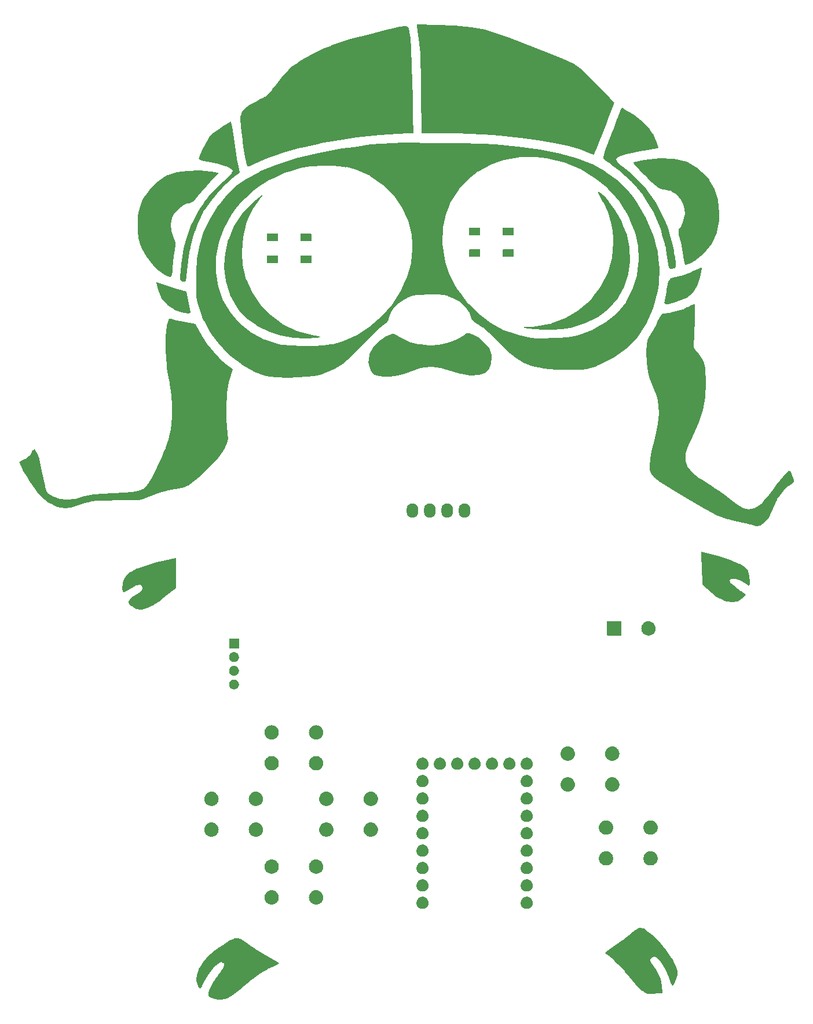
<source format=gbr>
G04 #@! TF.GenerationSoftware,KiCad,Pcbnew,8.0.5-8.0.5-0~ubuntu24.04.1*
G04 #@! TF.CreationDate,2024-10-08T07:53:47+09:00*
G04 #@! TF.ProjectId,gopher_pilot_rp2040_sw,676f7068-6572-45f7-9069-6c6f745f7270,rev?*
G04 #@! TF.SameCoordinates,Original*
G04 #@! TF.FileFunction,Soldermask,Top*
G04 #@! TF.FilePolarity,Negative*
%FSLAX46Y46*%
G04 Gerber Fmt 4.6, Leading zero omitted, Abs format (unit mm)*
G04 Created by KiCad (PCBNEW 8.0.5-8.0.5-0~ubuntu24.04.1) date 2024-10-08 07:53:47*
%MOMM*%
%LPD*%
G01*
G04 APERTURE LIST*
G04 APERTURE END LIST*
G36*
X83940974Y-160575771D02*
G01*
X83940982Y-160575771D01*
X84144902Y-160594309D01*
X84144907Y-160594310D01*
X84154979Y-160595226D01*
X84172109Y-160599640D01*
X84181370Y-160603706D01*
X84181374Y-160603707D01*
X84577898Y-160777791D01*
X84577900Y-160777792D01*
X84582109Y-160779640D01*
X84589257Y-160783427D01*
X84593152Y-160785873D01*
X84593156Y-160785876D01*
X85368413Y-161272896D01*
X85368449Y-161272920D01*
X85369257Y-161273427D01*
X85370659Y-161274338D01*
X85371454Y-161274872D01*
X85371462Y-161274877D01*
X86069726Y-161743711D01*
X86069747Y-161743725D01*
X86070659Y-161744338D01*
X86072283Y-161745471D01*
X86073179Y-161746121D01*
X86073234Y-161746159D01*
X86342121Y-161941103D01*
X86469506Y-162033457D01*
X86472528Y-162035515D01*
X86829249Y-162263420D01*
X86829337Y-162263477D01*
X86829611Y-162263652D01*
X86830121Y-162263981D01*
X87379371Y-162623490D01*
X87792329Y-162874856D01*
X87838431Y-162902918D01*
X88235917Y-163141409D01*
X88238483Y-163142867D01*
X89035604Y-163571320D01*
X89035761Y-163571406D01*
X89036039Y-163571555D01*
X89036603Y-163571862D01*
X89036928Y-163572042D01*
X89037081Y-163572125D01*
X89416446Y-163781775D01*
X89726446Y-163951775D01*
X89729742Y-163953735D01*
X89731582Y-163954918D01*
X89731599Y-163954928D01*
X89815959Y-164009160D01*
X89869742Y-164043735D01*
X89876218Y-164048608D01*
X89879687Y-164051644D01*
X89879693Y-164051648D01*
X90000611Y-164157452D01*
X90036218Y-164188608D01*
X90046919Y-164210248D01*
X90047814Y-164211527D01*
X90047905Y-164212241D01*
X90054878Y-164226341D01*
X90041392Y-164266218D01*
X90033767Y-164273414D01*
X89943767Y-164343414D01*
X89941058Y-164345392D01*
X89751058Y-164475392D01*
X89743048Y-164479938D01*
X89223048Y-164719938D01*
X89221930Y-164720439D01*
X88797840Y-164904825D01*
X88539661Y-165017077D01*
X88531728Y-165021224D01*
X88444717Y-165074966D01*
X88198902Y-165226794D01*
X88197515Y-165227623D01*
X87748188Y-165487233D01*
X87489300Y-165646549D01*
X87489274Y-165646564D01*
X87488825Y-165646841D01*
X87487980Y-165647351D01*
X87487511Y-165647627D01*
X87487493Y-165647639D01*
X87272623Y-165774607D01*
X87267823Y-165777749D01*
X86946497Y-166009818D01*
X86912943Y-166034051D01*
X86693630Y-166203521D01*
X86690509Y-166205763D01*
X86631207Y-166245296D01*
X86044582Y-166662894D01*
X86041784Y-166665007D01*
X85978961Y-166715265D01*
X85895024Y-166782415D01*
X85425647Y-167181885D01*
X85425553Y-167181964D01*
X84706121Y-167791482D01*
X84326674Y-168130988D01*
X84324276Y-168133013D01*
X83684276Y-168643013D01*
X83680792Y-168645572D01*
X83310792Y-168895572D01*
X83310229Y-168895948D01*
X82930229Y-169145948D01*
X82924597Y-169149193D01*
X82484597Y-169369193D01*
X82472158Y-169373639D01*
X81722158Y-169543639D01*
X81707253Y-169544931D01*
X81107253Y-169514931D01*
X81097633Y-169513592D01*
X80447633Y-169363592D01*
X80443324Y-169362411D01*
X80003324Y-169222411D01*
X79981983Y-169209745D01*
X79920403Y-169150843D01*
X79762949Y-169000234D01*
X79751983Y-168989745D01*
X79742254Y-168967659D01*
X79740070Y-168964221D01*
X79739815Y-168962123D01*
X79735014Y-168951222D01*
X79735190Y-168945432D01*
X79739297Y-168896143D01*
X79764467Y-168594097D01*
X79764468Y-168594090D01*
X79765190Y-168585432D01*
X79768542Y-168570582D01*
X79771609Y-168562453D01*
X79771611Y-168562446D01*
X79968508Y-168040673D01*
X80027150Y-167884292D01*
X80027153Y-167884284D01*
X80028502Y-167880688D01*
X80031268Y-167874501D01*
X80033047Y-167871099D01*
X80033053Y-167871088D01*
X80481141Y-167014743D01*
X80481392Y-167014266D01*
X80659184Y-166678436D01*
X80659186Y-166678432D01*
X80661392Y-166674266D01*
X80665818Y-166667244D01*
X80668625Y-166663457D01*
X80668630Y-166663450D01*
X80974184Y-166251308D01*
X81095690Y-166087416D01*
X81247384Y-165879278D01*
X81525167Y-165498133D01*
X81525207Y-165498078D01*
X81525552Y-165497606D01*
X81526251Y-165496668D01*
X81526628Y-165496172D01*
X81526652Y-165496141D01*
X81837499Y-165088153D01*
X81845208Y-165074966D01*
X81870606Y-165016042D01*
X82073878Y-164544451D01*
X82077390Y-164504291D01*
X82072141Y-164482132D01*
X82040006Y-164346450D01*
X82012279Y-164229382D01*
X81967845Y-164181226D01*
X81693070Y-164092329D01*
X81690688Y-164091498D01*
X81652664Y-164077239D01*
X81607336Y-164077239D01*
X81491843Y-164120548D01*
X81347165Y-164174803D01*
X81329727Y-164184766D01*
X81228881Y-164266218D01*
X80832237Y-164586584D01*
X80824675Y-164593818D01*
X80451547Y-165016042D01*
X80225173Y-165281786D01*
X80221844Y-165286056D01*
X79707984Y-166007435D01*
X79704823Y-166012341D01*
X79129615Y-167004080D01*
X79127578Y-167007890D01*
X79042124Y-167181964D01*
X78862161Y-167548555D01*
X78859526Y-167554743D01*
X78821689Y-167658796D01*
X78809828Y-167677931D01*
X78609828Y-167887931D01*
X78587753Y-167897711D01*
X78586439Y-167898551D01*
X78585722Y-167898611D01*
X78571341Y-167904984D01*
X78556661Y-167903358D01*
X78436661Y-167873358D01*
X78416888Y-167858787D01*
X78410476Y-167855395D01*
X78407609Y-167851950D01*
X78402987Y-167848544D01*
X78305084Y-167687292D01*
X78236308Y-167574015D01*
X78236305Y-167574009D01*
X78232987Y-167568544D01*
X78228166Y-167558393D01*
X78118166Y-167248393D01*
X78117235Y-167245519D01*
X78071572Y-167090265D01*
X77970525Y-166746707D01*
X77970524Y-166746703D01*
X77967235Y-166735519D01*
X77965204Y-166715265D01*
X77966208Y-166703643D01*
X78034348Y-165915157D01*
X78034349Y-165915150D01*
X78035204Y-165905265D01*
X78039412Y-165888416D01*
X78043308Y-165879282D01*
X78043310Y-165879278D01*
X78321902Y-165226329D01*
X78359239Y-165138818D01*
X78446821Y-164924731D01*
X78446825Y-164924721D01*
X78449095Y-164919175D01*
X78454003Y-164909846D01*
X78457281Y-164904844D01*
X78457292Y-164904825D01*
X79043818Y-164010125D01*
X79044003Y-164009846D01*
X79044237Y-164009491D01*
X79176148Y-163811624D01*
X79182198Y-163802549D01*
X79182200Y-163802545D01*
X79184237Y-163799491D01*
X79188132Y-163794334D01*
X79418132Y-163524334D01*
X79422472Y-163519792D01*
X79425076Y-163517361D01*
X79425089Y-163517348D01*
X79722062Y-163240174D01*
X80068655Y-162902949D01*
X80091645Y-162880580D01*
X80095897Y-162876849D01*
X80098411Y-162874862D01*
X80098418Y-162874856D01*
X80715584Y-162387096D01*
X80715619Y-162387068D01*
X80715897Y-162386849D01*
X80716504Y-162386377D01*
X80716623Y-162386285D01*
X80716761Y-162386178D01*
X81275446Y-161957189D01*
X81275457Y-161957180D01*
X81276504Y-161956377D01*
X81278407Y-161954979D01*
X81848407Y-161554979D01*
X81850630Y-161553498D01*
X82800630Y-160953498D01*
X82806818Y-160950124D01*
X82810442Y-160948439D01*
X82810456Y-160948432D01*
X83507361Y-160624519D01*
X83507363Y-160624518D01*
X83516818Y-160620124D01*
X83534388Y-160615287D01*
X83544755Y-160614223D01*
X83544758Y-160614223D01*
X83918391Y-160575902D01*
X83918391Y-160575901D01*
X83924388Y-160575287D01*
X83934979Y-160575226D01*
X83940974Y-160575771D01*
G37*
G36*
X143029464Y-159018559D02*
G01*
X143042621Y-159023537D01*
X143042625Y-159023538D01*
X143294103Y-159118692D01*
X143399464Y-159158559D01*
X143412651Y-159165740D01*
X144022651Y-159615740D01*
X144024742Y-159617362D01*
X144834742Y-160277362D01*
X144837748Y-160279999D01*
X145547748Y-160949999D01*
X145552028Y-160954522D01*
X146202028Y-161724522D01*
X146202948Y-161725642D01*
X146642948Y-162275642D01*
X146644694Y-162277947D01*
X146819659Y-162521912D01*
X147348863Y-163259817D01*
X147354694Y-163267947D01*
X147354979Y-163268348D01*
X147544979Y-163538348D01*
X147548635Y-163544316D01*
X148018635Y-164434316D01*
X148022027Y-164442162D01*
X148142027Y-164792162D01*
X148142606Y-164793951D01*
X148322606Y-165383951D01*
X148325000Y-165400000D01*
X148325000Y-165970000D01*
X148322993Y-165984720D01*
X148172993Y-166524720D01*
X148169858Y-166533221D01*
X147829858Y-167263221D01*
X147821759Y-167275794D01*
X147641759Y-167485794D01*
X147620231Y-167496714D01*
X147618959Y-167497624D01*
X147618244Y-167497722D01*
X147604218Y-167504838D01*
X147564206Y-167491759D01*
X147553599Y-167479528D01*
X147483599Y-167369528D01*
X147483159Y-167368825D01*
X147482968Y-167368515D01*
X147482905Y-167368414D01*
X147326989Y-167115050D01*
X147326986Y-167115044D01*
X147323159Y-167108825D01*
X147317761Y-167097208D01*
X147039106Y-166251294D01*
X147037515Y-166247001D01*
X146661430Y-165336480D01*
X146658735Y-165330785D01*
X146561304Y-165149209D01*
X146224719Y-164521937D01*
X146220982Y-164515839D01*
X145731943Y-163811624D01*
X145723298Y-163801619D01*
X145281965Y-163388457D01*
X145257844Y-163374332D01*
X144924362Y-163268594D01*
X144871624Y-163274486D01*
X144531810Y-163473401D01*
X144510796Y-163493400D01*
X144459849Y-163571320D01*
X144380340Y-163692923D01*
X144370387Y-163736755D01*
X144398917Y-163950729D01*
X144400303Y-163961122D01*
X144413017Y-163991600D01*
X144489812Y-164090982D01*
X144563521Y-164186370D01*
X144565763Y-164189491D01*
X145205543Y-165149161D01*
X145312387Y-165304571D01*
X145312390Y-165304576D01*
X145315322Y-165308841D01*
X145319840Y-165316741D01*
X145879840Y-166516741D01*
X145884052Y-166529832D01*
X146074052Y-167539832D01*
X146074905Y-167546770D01*
X146134905Y-168566770D01*
X146126989Y-168589586D01*
X146126707Y-168591114D01*
X146126264Y-168591677D01*
X146121108Y-168606540D01*
X146083230Y-168624905D01*
X146081709Y-168624973D01*
X144151709Y-168684973D01*
X144145432Y-168684810D01*
X143905432Y-168664810D01*
X143892009Y-168661974D01*
X143884618Y-168659415D01*
X143884610Y-168659414D01*
X143640572Y-168574939D01*
X143640566Y-168574936D01*
X143632009Y-168571974D01*
X143617924Y-168564678D01*
X143227924Y-168284678D01*
X143222653Y-168280375D01*
X142963417Y-168040582D01*
X142824606Y-167912182D01*
X142824600Y-167912176D01*
X142822653Y-167910375D01*
X142819357Y-167907056D01*
X142199357Y-167227056D01*
X142198686Y-167226306D01*
X142198324Y-167225894D01*
X142198289Y-167225855D01*
X141328686Y-166236306D01*
X141328473Y-166236063D01*
X141199419Y-166087456D01*
X140668534Y-165476133D01*
X140601917Y-165400000D01*
X140179309Y-164917019D01*
X139660741Y-164368534D01*
X139152267Y-163870030D01*
X138835488Y-163582949D01*
X138832842Y-163580682D01*
X138822271Y-163572125D01*
X138725024Y-163493401D01*
X138419147Y-163245787D01*
X138415040Y-163242732D01*
X137979016Y-162945443D01*
X137969119Y-162936793D01*
X137789119Y-162736793D01*
X137781066Y-162714037D01*
X137780327Y-162712655D01*
X137780321Y-162711931D01*
X137775076Y-162697109D01*
X137791109Y-162661109D01*
X137797159Y-162655058D01*
X137797161Y-162655056D01*
X137917296Y-162534921D01*
X137917302Y-162534915D01*
X137921109Y-162531109D01*
X137928357Y-162525014D01*
X139108357Y-161695014D01*
X139109092Y-161694506D01*
X139109434Y-161694273D01*
X139109513Y-161694219D01*
X140198280Y-160954522D01*
X140414955Y-160807315D01*
X140419200Y-160804159D01*
X140893225Y-160419363D01*
X141264906Y-160117646D01*
X141264994Y-160117574D01*
X141265336Y-160117298D01*
X141265962Y-160116798D01*
X141266241Y-160116577D01*
X141266335Y-160116503D01*
X141595807Y-159856920D01*
X141596125Y-159856670D01*
X142143681Y-159428580D01*
X142143693Y-159428570D01*
X142146124Y-159426671D01*
X142150572Y-159423535D01*
X142153171Y-159421888D01*
X142153188Y-159421877D01*
X142737896Y-159051563D01*
X142737896Y-159051562D01*
X142750572Y-159043535D01*
X142775235Y-159035207D01*
X142790183Y-159033907D01*
X142790184Y-159033907D01*
X142991217Y-159016426D01*
X143005235Y-159015207D01*
X143029464Y-159018559D01*
G37*
G36*
X111103983Y-154503936D02*
G01*
X111154180Y-154503936D01*
X111197524Y-154513149D01*
X111235659Y-154516905D01*
X111283566Y-154531437D01*
X111338424Y-154543098D01*
X111373530Y-154558728D01*
X111404566Y-154568143D01*
X111453884Y-154594504D01*
X111510500Y-154619711D01*
X111536822Y-154638835D01*
X111560232Y-154651348D01*
X111607988Y-154690540D01*
X111662887Y-154730427D01*
X111680711Y-154750223D01*
X111696675Y-154763324D01*
X111739572Y-154815594D01*
X111788924Y-154870405D01*
X111799292Y-154888363D01*
X111808651Y-154899767D01*
X111843273Y-154964542D01*
X111883104Y-155033530D01*
X111887685Y-155047630D01*
X111891856Y-155055433D01*
X111914852Y-155131242D01*
X111941311Y-155212672D01*
X111942242Y-155221532D01*
X111943094Y-155224340D01*
X111951384Y-155308513D01*
X111961000Y-155400000D01*
X111951383Y-155491494D01*
X111943094Y-155575659D01*
X111942242Y-155578466D01*
X111941311Y-155587328D01*
X111914848Y-155668771D01*
X111891856Y-155744566D01*
X111887686Y-155752366D01*
X111883104Y-155766470D01*
X111843266Y-155835470D01*
X111808651Y-155900232D01*
X111799294Y-155911633D01*
X111788924Y-155929595D01*
X111739563Y-155984415D01*
X111696675Y-156036675D01*
X111680714Y-156049773D01*
X111662887Y-156069573D01*
X111607977Y-156109467D01*
X111560232Y-156148651D01*
X111536827Y-156161161D01*
X111510500Y-156180289D01*
X111453873Y-156205500D01*
X111404566Y-156231856D01*
X111373537Y-156241268D01*
X111338424Y-156256902D01*
X111283555Y-156268564D01*
X111235659Y-156283094D01*
X111197532Y-156286849D01*
X111154180Y-156296064D01*
X111103973Y-156296064D01*
X111060000Y-156300395D01*
X111016027Y-156296064D01*
X110965820Y-156296064D01*
X110922467Y-156286849D01*
X110884340Y-156283094D01*
X110836441Y-156268563D01*
X110781576Y-156256902D01*
X110746464Y-156241269D01*
X110715433Y-156231856D01*
X110666120Y-156205498D01*
X110609500Y-156180289D01*
X110583175Y-156161163D01*
X110559767Y-156148651D01*
X110512013Y-156109460D01*
X110457113Y-156069573D01*
X110439287Y-156049776D01*
X110423324Y-156036675D01*
X110380425Y-155984402D01*
X110331076Y-155929595D01*
X110320708Y-155911637D01*
X110311348Y-155900232D01*
X110276719Y-155835447D01*
X110236896Y-155766470D01*
X110232315Y-155752371D01*
X110228143Y-155744566D01*
X110205136Y-155668725D01*
X110178689Y-155587328D01*
X110177758Y-155578471D01*
X110176905Y-155575659D01*
X110168600Y-155491342D01*
X110159000Y-155400000D01*
X110168599Y-155308664D01*
X110176905Y-155224340D01*
X110177758Y-155221527D01*
X110178689Y-155212672D01*
X110205132Y-155131288D01*
X110228143Y-155055433D01*
X110232315Y-155047626D01*
X110236896Y-155033530D01*
X110276712Y-154964565D01*
X110311348Y-154899767D01*
X110320710Y-154888359D01*
X110331076Y-154870405D01*
X110380416Y-154815607D01*
X110423324Y-154763324D01*
X110439291Y-154750219D01*
X110457113Y-154730427D01*
X110512002Y-154690546D01*
X110559767Y-154651348D01*
X110583180Y-154638833D01*
X110609500Y-154619711D01*
X110666109Y-154594506D01*
X110715433Y-154568143D01*
X110746471Y-154558727D01*
X110781576Y-154543098D01*
X110836430Y-154531438D01*
X110884340Y-154516905D01*
X110922476Y-154513148D01*
X110965820Y-154503936D01*
X111016016Y-154503936D01*
X111060000Y-154499604D01*
X111103983Y-154503936D01*
G37*
G36*
X126343983Y-154503936D02*
G01*
X126394180Y-154503936D01*
X126437524Y-154513149D01*
X126475659Y-154516905D01*
X126523566Y-154531437D01*
X126578424Y-154543098D01*
X126613530Y-154558728D01*
X126644566Y-154568143D01*
X126693884Y-154594504D01*
X126750500Y-154619711D01*
X126776822Y-154638835D01*
X126800232Y-154651348D01*
X126847988Y-154690540D01*
X126902887Y-154730427D01*
X126920711Y-154750223D01*
X126936675Y-154763324D01*
X126979572Y-154815594D01*
X127028924Y-154870405D01*
X127039292Y-154888363D01*
X127048651Y-154899767D01*
X127083273Y-154964542D01*
X127123104Y-155033530D01*
X127127685Y-155047630D01*
X127131856Y-155055433D01*
X127154852Y-155131242D01*
X127181311Y-155212672D01*
X127182242Y-155221532D01*
X127183094Y-155224340D01*
X127191384Y-155308513D01*
X127201000Y-155400000D01*
X127191383Y-155491494D01*
X127183094Y-155575659D01*
X127182242Y-155578466D01*
X127181311Y-155587328D01*
X127154848Y-155668771D01*
X127131856Y-155744566D01*
X127127686Y-155752366D01*
X127123104Y-155766470D01*
X127083266Y-155835470D01*
X127048651Y-155900232D01*
X127039294Y-155911633D01*
X127028924Y-155929595D01*
X126979563Y-155984415D01*
X126936675Y-156036675D01*
X126920714Y-156049773D01*
X126902887Y-156069573D01*
X126847977Y-156109467D01*
X126800232Y-156148651D01*
X126776827Y-156161161D01*
X126750500Y-156180289D01*
X126693873Y-156205500D01*
X126644566Y-156231856D01*
X126613537Y-156241268D01*
X126578424Y-156256902D01*
X126523555Y-156268564D01*
X126475659Y-156283094D01*
X126437532Y-156286849D01*
X126394180Y-156296064D01*
X126343973Y-156296064D01*
X126300000Y-156300395D01*
X126256027Y-156296064D01*
X126205820Y-156296064D01*
X126162467Y-156286849D01*
X126124340Y-156283094D01*
X126076441Y-156268563D01*
X126021576Y-156256902D01*
X125986464Y-156241269D01*
X125955433Y-156231856D01*
X125906120Y-156205498D01*
X125849500Y-156180289D01*
X125823175Y-156161163D01*
X125799767Y-156148651D01*
X125752013Y-156109460D01*
X125697113Y-156069573D01*
X125679287Y-156049776D01*
X125663324Y-156036675D01*
X125620425Y-155984402D01*
X125571076Y-155929595D01*
X125560708Y-155911637D01*
X125551348Y-155900232D01*
X125516719Y-155835447D01*
X125476896Y-155766470D01*
X125472315Y-155752371D01*
X125468143Y-155744566D01*
X125445136Y-155668725D01*
X125418689Y-155587328D01*
X125417758Y-155578471D01*
X125416905Y-155575659D01*
X125408600Y-155491342D01*
X125399000Y-155400000D01*
X125408599Y-155308664D01*
X125416905Y-155224340D01*
X125417758Y-155221527D01*
X125418689Y-155212672D01*
X125445132Y-155131288D01*
X125468143Y-155055433D01*
X125472315Y-155047626D01*
X125476896Y-155033530D01*
X125516712Y-154964565D01*
X125551348Y-154899767D01*
X125560710Y-154888359D01*
X125571076Y-154870405D01*
X125620416Y-154815607D01*
X125663324Y-154763324D01*
X125679291Y-154750219D01*
X125697113Y-154730427D01*
X125752002Y-154690546D01*
X125799767Y-154651348D01*
X125823180Y-154638833D01*
X125849500Y-154619711D01*
X125906109Y-154594506D01*
X125955433Y-154568143D01*
X125986471Y-154558727D01*
X126021576Y-154543098D01*
X126076430Y-154531438D01*
X126124340Y-154516905D01*
X126162476Y-154513148D01*
X126205820Y-154503936D01*
X126256016Y-154503936D01*
X126300000Y-154499604D01*
X126343983Y-154503936D01*
G37*
G36*
X89050938Y-153554017D02*
G01*
X89096923Y-153554017D01*
X89148139Y-153563590D01*
X89205040Y-153569195D01*
X89248261Y-153582306D01*
X89287474Y-153589636D01*
X89341785Y-153610676D01*
X89402200Y-153629003D01*
X89436720Y-153647454D01*
X89468232Y-153659662D01*
X89522977Y-153693559D01*
X89583904Y-153726125D01*
X89609506Y-153747136D01*
X89633048Y-153761713D01*
X89685212Y-153809267D01*
X89743169Y-153856831D01*
X89760342Y-153877757D01*
X89776301Y-153892305D01*
X89822629Y-153953653D01*
X89873875Y-154016096D01*
X89883783Y-154034634D01*
X89893122Y-154047000D01*
X89930274Y-154121613D01*
X89970997Y-154197800D01*
X89975340Y-154212117D01*
X89979528Y-154220528D01*
X90004267Y-154307476D01*
X90030805Y-154394960D01*
X90031676Y-154403811D01*
X90032577Y-154406975D01*
X90041938Y-154508002D01*
X90051000Y-154600000D01*
X90041938Y-154692005D01*
X90032577Y-154793024D01*
X90031676Y-154796187D01*
X90030805Y-154805040D01*
X90004262Y-154892538D01*
X89979528Y-154979471D01*
X89975341Y-154987879D01*
X89970997Y-155002200D01*
X89930267Y-155078399D01*
X89893122Y-155152999D01*
X89883785Y-155165362D01*
X89873875Y-155183904D01*
X89822620Y-155246357D01*
X89776301Y-155307694D01*
X89760345Y-155322238D01*
X89743169Y-155343169D01*
X89685201Y-155390741D01*
X89633048Y-155438286D01*
X89609511Y-155452859D01*
X89583904Y-155473875D01*
X89522965Y-155506447D01*
X89468232Y-155540337D01*
X89436726Y-155552542D01*
X89402200Y-155570997D01*
X89341773Y-155589327D01*
X89287474Y-155610363D01*
X89248268Y-155617691D01*
X89205040Y-155630805D01*
X89148136Y-155636409D01*
X89096923Y-155645983D01*
X89050938Y-155645983D01*
X89000000Y-155651000D01*
X88949062Y-155645983D01*
X88903077Y-155645983D01*
X88851863Y-155636409D01*
X88794960Y-155630805D01*
X88751732Y-155617692D01*
X88712525Y-155610363D01*
X88658221Y-155589325D01*
X88597800Y-155570997D01*
X88563275Y-155552543D01*
X88531767Y-155540337D01*
X88477027Y-155506443D01*
X88416096Y-155473875D01*
X88390491Y-155452861D01*
X88366951Y-155438286D01*
X88314788Y-155390733D01*
X88256831Y-155343169D01*
X88239656Y-155322242D01*
X88223698Y-155307694D01*
X88177367Y-155246342D01*
X88126125Y-155183904D01*
X88116216Y-155165366D01*
X88106877Y-155152999D01*
X88069717Y-155078372D01*
X88029003Y-155002200D01*
X88024660Y-154987884D01*
X88020471Y-154979471D01*
X87995721Y-154892485D01*
X87969195Y-154805040D01*
X87968323Y-154796192D01*
X87967422Y-154793024D01*
X87958044Y-154691833D01*
X87949000Y-154600000D01*
X87958044Y-154508173D01*
X87967422Y-154406975D01*
X87968323Y-154403805D01*
X87969195Y-154394960D01*
X87995716Y-154307529D01*
X88020471Y-154220528D01*
X88024661Y-154212112D01*
X88029003Y-154197800D01*
X88069710Y-154121641D01*
X88106877Y-154047000D01*
X88116218Y-154034629D01*
X88126125Y-154016096D01*
X88177357Y-153953668D01*
X88223698Y-153892305D01*
X88239660Y-153877753D01*
X88256831Y-153856831D01*
X88314777Y-153809275D01*
X88366951Y-153761713D01*
X88390496Y-153747134D01*
X88416096Y-153726125D01*
X88477015Y-153693563D01*
X88531767Y-153659662D01*
X88563282Y-153647452D01*
X88597800Y-153629003D01*
X88658209Y-153610677D01*
X88712525Y-153589636D01*
X88751739Y-153582305D01*
X88794960Y-153569195D01*
X88851860Y-153563590D01*
X88903077Y-153554017D01*
X88949062Y-153554017D01*
X89000000Y-153549000D01*
X89050938Y-153554017D01*
G37*
G36*
X95550938Y-153554017D02*
G01*
X95596923Y-153554017D01*
X95648139Y-153563590D01*
X95705040Y-153569195D01*
X95748261Y-153582306D01*
X95787474Y-153589636D01*
X95841785Y-153610676D01*
X95902200Y-153629003D01*
X95936720Y-153647454D01*
X95968232Y-153659662D01*
X96022977Y-153693559D01*
X96083904Y-153726125D01*
X96109506Y-153747136D01*
X96133048Y-153761713D01*
X96185212Y-153809267D01*
X96243169Y-153856831D01*
X96260342Y-153877757D01*
X96276301Y-153892305D01*
X96322629Y-153953653D01*
X96373875Y-154016096D01*
X96383783Y-154034634D01*
X96393122Y-154047000D01*
X96430274Y-154121613D01*
X96470997Y-154197800D01*
X96475340Y-154212117D01*
X96479528Y-154220528D01*
X96504267Y-154307476D01*
X96530805Y-154394960D01*
X96531676Y-154403811D01*
X96532577Y-154406975D01*
X96541938Y-154508002D01*
X96551000Y-154600000D01*
X96541938Y-154692005D01*
X96532577Y-154793024D01*
X96531676Y-154796187D01*
X96530805Y-154805040D01*
X96504262Y-154892538D01*
X96479528Y-154979471D01*
X96475341Y-154987879D01*
X96470997Y-155002200D01*
X96430267Y-155078399D01*
X96393122Y-155152999D01*
X96383785Y-155165362D01*
X96373875Y-155183904D01*
X96322620Y-155246357D01*
X96276301Y-155307694D01*
X96260345Y-155322238D01*
X96243169Y-155343169D01*
X96185201Y-155390741D01*
X96133048Y-155438286D01*
X96109511Y-155452859D01*
X96083904Y-155473875D01*
X96022965Y-155506447D01*
X95968232Y-155540337D01*
X95936726Y-155552542D01*
X95902200Y-155570997D01*
X95841773Y-155589327D01*
X95787474Y-155610363D01*
X95748268Y-155617691D01*
X95705040Y-155630805D01*
X95648136Y-155636409D01*
X95596923Y-155645983D01*
X95550938Y-155645983D01*
X95500000Y-155651000D01*
X95449062Y-155645983D01*
X95403077Y-155645983D01*
X95351863Y-155636409D01*
X95294960Y-155630805D01*
X95251732Y-155617692D01*
X95212525Y-155610363D01*
X95158221Y-155589325D01*
X95097800Y-155570997D01*
X95063275Y-155552543D01*
X95031767Y-155540337D01*
X94977027Y-155506443D01*
X94916096Y-155473875D01*
X94890491Y-155452861D01*
X94866951Y-155438286D01*
X94814788Y-155390733D01*
X94756831Y-155343169D01*
X94739656Y-155322242D01*
X94723698Y-155307694D01*
X94677367Y-155246342D01*
X94626125Y-155183904D01*
X94616216Y-155165366D01*
X94606877Y-155152999D01*
X94569717Y-155078372D01*
X94529003Y-155002200D01*
X94524660Y-154987884D01*
X94520471Y-154979471D01*
X94495721Y-154892485D01*
X94469195Y-154805040D01*
X94468323Y-154796192D01*
X94467422Y-154793024D01*
X94458044Y-154691833D01*
X94449000Y-154600000D01*
X94458044Y-154508173D01*
X94467422Y-154406975D01*
X94468323Y-154403805D01*
X94469195Y-154394960D01*
X94495716Y-154307529D01*
X94520471Y-154220528D01*
X94524661Y-154212112D01*
X94529003Y-154197800D01*
X94569710Y-154121641D01*
X94606877Y-154047000D01*
X94616218Y-154034629D01*
X94626125Y-154016096D01*
X94677357Y-153953668D01*
X94723698Y-153892305D01*
X94739660Y-153877753D01*
X94756831Y-153856831D01*
X94814777Y-153809275D01*
X94866951Y-153761713D01*
X94890496Y-153747134D01*
X94916096Y-153726125D01*
X94977015Y-153693563D01*
X95031767Y-153659662D01*
X95063282Y-153647452D01*
X95097800Y-153629003D01*
X95158209Y-153610677D01*
X95212525Y-153589636D01*
X95251739Y-153582305D01*
X95294960Y-153569195D01*
X95351860Y-153563590D01*
X95403077Y-153554017D01*
X95449062Y-153554017D01*
X95500000Y-153549000D01*
X95550938Y-153554017D01*
G37*
G36*
X111103983Y-151963936D02*
G01*
X111154180Y-151963936D01*
X111197524Y-151973149D01*
X111235659Y-151976905D01*
X111283566Y-151991437D01*
X111338424Y-152003098D01*
X111373530Y-152018728D01*
X111404566Y-152028143D01*
X111453884Y-152054504D01*
X111510500Y-152079711D01*
X111536822Y-152098835D01*
X111560232Y-152111348D01*
X111607988Y-152150540D01*
X111662887Y-152190427D01*
X111680711Y-152210223D01*
X111696675Y-152223324D01*
X111739572Y-152275594D01*
X111788924Y-152330405D01*
X111799292Y-152348363D01*
X111808651Y-152359767D01*
X111843273Y-152424542D01*
X111883104Y-152493530D01*
X111887685Y-152507630D01*
X111891856Y-152515433D01*
X111914852Y-152591242D01*
X111941311Y-152672672D01*
X111942242Y-152681532D01*
X111943094Y-152684340D01*
X111951384Y-152768513D01*
X111961000Y-152860000D01*
X111951383Y-152951494D01*
X111943094Y-153035659D01*
X111942242Y-153038466D01*
X111941311Y-153047328D01*
X111914848Y-153128771D01*
X111891856Y-153204566D01*
X111887686Y-153212366D01*
X111883104Y-153226470D01*
X111843266Y-153295470D01*
X111808651Y-153360232D01*
X111799294Y-153371633D01*
X111788924Y-153389595D01*
X111739563Y-153444415D01*
X111696675Y-153496675D01*
X111680714Y-153509773D01*
X111662887Y-153529573D01*
X111607977Y-153569467D01*
X111560232Y-153608651D01*
X111536827Y-153621161D01*
X111510500Y-153640289D01*
X111453873Y-153665500D01*
X111404566Y-153691856D01*
X111373537Y-153701268D01*
X111338424Y-153716902D01*
X111283555Y-153728564D01*
X111235659Y-153743094D01*
X111197532Y-153746849D01*
X111154180Y-153756064D01*
X111103973Y-153756064D01*
X111060000Y-153760395D01*
X111016027Y-153756064D01*
X110965820Y-153756064D01*
X110922467Y-153746849D01*
X110884340Y-153743094D01*
X110836441Y-153728563D01*
X110781576Y-153716902D01*
X110746464Y-153701269D01*
X110715433Y-153691856D01*
X110666120Y-153665498D01*
X110609500Y-153640289D01*
X110583175Y-153621163D01*
X110559767Y-153608651D01*
X110512013Y-153569460D01*
X110457113Y-153529573D01*
X110439287Y-153509776D01*
X110423324Y-153496675D01*
X110380425Y-153444402D01*
X110331076Y-153389595D01*
X110320708Y-153371637D01*
X110311348Y-153360232D01*
X110276719Y-153295447D01*
X110236896Y-153226470D01*
X110232315Y-153212371D01*
X110228143Y-153204566D01*
X110205136Y-153128725D01*
X110178689Y-153047328D01*
X110177758Y-153038471D01*
X110176905Y-153035659D01*
X110168600Y-152951342D01*
X110159000Y-152860000D01*
X110168599Y-152768664D01*
X110176905Y-152684340D01*
X110177758Y-152681527D01*
X110178689Y-152672672D01*
X110205132Y-152591288D01*
X110228143Y-152515433D01*
X110232315Y-152507626D01*
X110236896Y-152493530D01*
X110276712Y-152424565D01*
X110311348Y-152359767D01*
X110320710Y-152348359D01*
X110331076Y-152330405D01*
X110380416Y-152275607D01*
X110423324Y-152223324D01*
X110439291Y-152210219D01*
X110457113Y-152190427D01*
X110512002Y-152150546D01*
X110559767Y-152111348D01*
X110583180Y-152098833D01*
X110609500Y-152079711D01*
X110666109Y-152054506D01*
X110715433Y-152028143D01*
X110746471Y-152018727D01*
X110781576Y-152003098D01*
X110836430Y-151991438D01*
X110884340Y-151976905D01*
X110922476Y-151973148D01*
X110965820Y-151963936D01*
X111016016Y-151963936D01*
X111060000Y-151959604D01*
X111103983Y-151963936D01*
G37*
G36*
X126343983Y-151963936D02*
G01*
X126394180Y-151963936D01*
X126437524Y-151973149D01*
X126475659Y-151976905D01*
X126523566Y-151991437D01*
X126578424Y-152003098D01*
X126613530Y-152018728D01*
X126644566Y-152028143D01*
X126693884Y-152054504D01*
X126750500Y-152079711D01*
X126776822Y-152098835D01*
X126800232Y-152111348D01*
X126847988Y-152150540D01*
X126902887Y-152190427D01*
X126920711Y-152210223D01*
X126936675Y-152223324D01*
X126979572Y-152275594D01*
X127028924Y-152330405D01*
X127039292Y-152348363D01*
X127048651Y-152359767D01*
X127083273Y-152424542D01*
X127123104Y-152493530D01*
X127127685Y-152507630D01*
X127131856Y-152515433D01*
X127154852Y-152591242D01*
X127181311Y-152672672D01*
X127182242Y-152681532D01*
X127183094Y-152684340D01*
X127191384Y-152768513D01*
X127201000Y-152860000D01*
X127191383Y-152951494D01*
X127183094Y-153035659D01*
X127182242Y-153038466D01*
X127181311Y-153047328D01*
X127154848Y-153128771D01*
X127131856Y-153204566D01*
X127127686Y-153212366D01*
X127123104Y-153226470D01*
X127083266Y-153295470D01*
X127048651Y-153360232D01*
X127039294Y-153371633D01*
X127028924Y-153389595D01*
X126979563Y-153444415D01*
X126936675Y-153496675D01*
X126920714Y-153509773D01*
X126902887Y-153529573D01*
X126847977Y-153569467D01*
X126800232Y-153608651D01*
X126776827Y-153621161D01*
X126750500Y-153640289D01*
X126693873Y-153665500D01*
X126644566Y-153691856D01*
X126613537Y-153701268D01*
X126578424Y-153716902D01*
X126523555Y-153728564D01*
X126475659Y-153743094D01*
X126437532Y-153746849D01*
X126394180Y-153756064D01*
X126343973Y-153756064D01*
X126300000Y-153760395D01*
X126256027Y-153756064D01*
X126205820Y-153756064D01*
X126162467Y-153746849D01*
X126124340Y-153743094D01*
X126076441Y-153728563D01*
X126021576Y-153716902D01*
X125986464Y-153701269D01*
X125955433Y-153691856D01*
X125906120Y-153665498D01*
X125849500Y-153640289D01*
X125823175Y-153621163D01*
X125799767Y-153608651D01*
X125752013Y-153569460D01*
X125697113Y-153529573D01*
X125679287Y-153509776D01*
X125663324Y-153496675D01*
X125620425Y-153444402D01*
X125571076Y-153389595D01*
X125560708Y-153371637D01*
X125551348Y-153360232D01*
X125516719Y-153295447D01*
X125476896Y-153226470D01*
X125472315Y-153212371D01*
X125468143Y-153204566D01*
X125445136Y-153128725D01*
X125418689Y-153047328D01*
X125417758Y-153038471D01*
X125416905Y-153035659D01*
X125408600Y-152951342D01*
X125399000Y-152860000D01*
X125408599Y-152768664D01*
X125416905Y-152684340D01*
X125417758Y-152681527D01*
X125418689Y-152672672D01*
X125445132Y-152591288D01*
X125468143Y-152515433D01*
X125472315Y-152507626D01*
X125476896Y-152493530D01*
X125516712Y-152424565D01*
X125551348Y-152359767D01*
X125560710Y-152348359D01*
X125571076Y-152330405D01*
X125620416Y-152275607D01*
X125663324Y-152223324D01*
X125679291Y-152210219D01*
X125697113Y-152190427D01*
X125752002Y-152150546D01*
X125799767Y-152111348D01*
X125823180Y-152098833D01*
X125849500Y-152079711D01*
X125906109Y-152054506D01*
X125955433Y-152028143D01*
X125986471Y-152018727D01*
X126021576Y-152003098D01*
X126076430Y-151991438D01*
X126124340Y-151976905D01*
X126162476Y-151973148D01*
X126205820Y-151963936D01*
X126256016Y-151963936D01*
X126300000Y-151959604D01*
X126343983Y-151963936D01*
G37*
G36*
X111103983Y-149423936D02*
G01*
X111154180Y-149423936D01*
X111197524Y-149433149D01*
X111235659Y-149436905D01*
X111283566Y-149451437D01*
X111338424Y-149463098D01*
X111373530Y-149478728D01*
X111404566Y-149488143D01*
X111453884Y-149514504D01*
X111510500Y-149539711D01*
X111536822Y-149558835D01*
X111560232Y-149571348D01*
X111607988Y-149610540D01*
X111662887Y-149650427D01*
X111680711Y-149670223D01*
X111696675Y-149683324D01*
X111739572Y-149735594D01*
X111788924Y-149790405D01*
X111799292Y-149808363D01*
X111808651Y-149819767D01*
X111843273Y-149884542D01*
X111883104Y-149953530D01*
X111887685Y-149967630D01*
X111891856Y-149975433D01*
X111914852Y-150051242D01*
X111941311Y-150132672D01*
X111942242Y-150141532D01*
X111943094Y-150144340D01*
X111951384Y-150228513D01*
X111961000Y-150320000D01*
X111951383Y-150411494D01*
X111943094Y-150495659D01*
X111942242Y-150498466D01*
X111941311Y-150507328D01*
X111914848Y-150588771D01*
X111891856Y-150664566D01*
X111887686Y-150672366D01*
X111883104Y-150686470D01*
X111843266Y-150755470D01*
X111808651Y-150820232D01*
X111799294Y-150831633D01*
X111788924Y-150849595D01*
X111739563Y-150904415D01*
X111696675Y-150956675D01*
X111680714Y-150969773D01*
X111662887Y-150989573D01*
X111607977Y-151029467D01*
X111560232Y-151068651D01*
X111536827Y-151081161D01*
X111510500Y-151100289D01*
X111453873Y-151125500D01*
X111404566Y-151151856D01*
X111373537Y-151161268D01*
X111338424Y-151176902D01*
X111283555Y-151188564D01*
X111235659Y-151203094D01*
X111197532Y-151206849D01*
X111154180Y-151216064D01*
X111103973Y-151216064D01*
X111060000Y-151220395D01*
X111016027Y-151216064D01*
X110965820Y-151216064D01*
X110922467Y-151206849D01*
X110884340Y-151203094D01*
X110836441Y-151188563D01*
X110781576Y-151176902D01*
X110746464Y-151161269D01*
X110715433Y-151151856D01*
X110666120Y-151125498D01*
X110609500Y-151100289D01*
X110583175Y-151081163D01*
X110559767Y-151068651D01*
X110512013Y-151029460D01*
X110457113Y-150989573D01*
X110439287Y-150969776D01*
X110423324Y-150956675D01*
X110380425Y-150904402D01*
X110331076Y-150849595D01*
X110320708Y-150831637D01*
X110311348Y-150820232D01*
X110276719Y-150755447D01*
X110236896Y-150686470D01*
X110232315Y-150672371D01*
X110228143Y-150664566D01*
X110205136Y-150588725D01*
X110178689Y-150507328D01*
X110177758Y-150498471D01*
X110176905Y-150495659D01*
X110168600Y-150411342D01*
X110159000Y-150320000D01*
X110168599Y-150228664D01*
X110176905Y-150144340D01*
X110177758Y-150141527D01*
X110178689Y-150132672D01*
X110205132Y-150051288D01*
X110228143Y-149975433D01*
X110232315Y-149967626D01*
X110236896Y-149953530D01*
X110276712Y-149884565D01*
X110311348Y-149819767D01*
X110320710Y-149808359D01*
X110331076Y-149790405D01*
X110380416Y-149735607D01*
X110423324Y-149683324D01*
X110439291Y-149670219D01*
X110457113Y-149650427D01*
X110512002Y-149610546D01*
X110559767Y-149571348D01*
X110583180Y-149558833D01*
X110609500Y-149539711D01*
X110666109Y-149514506D01*
X110715433Y-149488143D01*
X110746471Y-149478727D01*
X110781576Y-149463098D01*
X110836430Y-149451438D01*
X110884340Y-149436905D01*
X110922476Y-149433148D01*
X110965820Y-149423936D01*
X111016016Y-149423936D01*
X111060000Y-149419604D01*
X111103983Y-149423936D01*
G37*
G36*
X126343983Y-149423936D02*
G01*
X126394180Y-149423936D01*
X126437524Y-149433149D01*
X126475659Y-149436905D01*
X126523566Y-149451437D01*
X126578424Y-149463098D01*
X126613530Y-149478728D01*
X126644566Y-149488143D01*
X126693884Y-149514504D01*
X126750500Y-149539711D01*
X126776822Y-149558835D01*
X126800232Y-149571348D01*
X126847988Y-149610540D01*
X126902887Y-149650427D01*
X126920711Y-149670223D01*
X126936675Y-149683324D01*
X126979572Y-149735594D01*
X127028924Y-149790405D01*
X127039292Y-149808363D01*
X127048651Y-149819767D01*
X127083273Y-149884542D01*
X127123104Y-149953530D01*
X127127685Y-149967630D01*
X127131856Y-149975433D01*
X127154852Y-150051242D01*
X127181311Y-150132672D01*
X127182242Y-150141532D01*
X127183094Y-150144340D01*
X127191384Y-150228513D01*
X127201000Y-150320000D01*
X127191383Y-150411494D01*
X127183094Y-150495659D01*
X127182242Y-150498466D01*
X127181311Y-150507328D01*
X127154848Y-150588771D01*
X127131856Y-150664566D01*
X127127686Y-150672366D01*
X127123104Y-150686470D01*
X127083266Y-150755470D01*
X127048651Y-150820232D01*
X127039294Y-150831633D01*
X127028924Y-150849595D01*
X126979563Y-150904415D01*
X126936675Y-150956675D01*
X126920714Y-150969773D01*
X126902887Y-150989573D01*
X126847977Y-151029467D01*
X126800232Y-151068651D01*
X126776827Y-151081161D01*
X126750500Y-151100289D01*
X126693873Y-151125500D01*
X126644566Y-151151856D01*
X126613537Y-151161268D01*
X126578424Y-151176902D01*
X126523555Y-151188564D01*
X126475659Y-151203094D01*
X126437532Y-151206849D01*
X126394180Y-151216064D01*
X126343973Y-151216064D01*
X126300000Y-151220395D01*
X126256027Y-151216064D01*
X126205820Y-151216064D01*
X126162467Y-151206849D01*
X126124340Y-151203094D01*
X126076441Y-151188563D01*
X126021576Y-151176902D01*
X125986464Y-151161269D01*
X125955433Y-151151856D01*
X125906120Y-151125498D01*
X125849500Y-151100289D01*
X125823175Y-151081163D01*
X125799767Y-151068651D01*
X125752013Y-151029460D01*
X125697113Y-150989573D01*
X125679287Y-150969776D01*
X125663324Y-150956675D01*
X125620425Y-150904402D01*
X125571076Y-150849595D01*
X125560708Y-150831637D01*
X125551348Y-150820232D01*
X125516719Y-150755447D01*
X125476896Y-150686470D01*
X125472315Y-150672371D01*
X125468143Y-150664566D01*
X125445136Y-150588725D01*
X125418689Y-150507328D01*
X125417758Y-150498471D01*
X125416905Y-150495659D01*
X125408600Y-150411342D01*
X125399000Y-150320000D01*
X125408599Y-150228664D01*
X125416905Y-150144340D01*
X125417758Y-150141527D01*
X125418689Y-150132672D01*
X125445132Y-150051288D01*
X125468143Y-149975433D01*
X125472315Y-149967626D01*
X125476896Y-149953530D01*
X125516712Y-149884565D01*
X125551348Y-149819767D01*
X125560710Y-149808359D01*
X125571076Y-149790405D01*
X125620416Y-149735607D01*
X125663324Y-149683324D01*
X125679291Y-149670219D01*
X125697113Y-149650427D01*
X125752002Y-149610546D01*
X125799767Y-149571348D01*
X125823180Y-149558833D01*
X125849500Y-149539711D01*
X125906109Y-149514506D01*
X125955433Y-149488143D01*
X125986471Y-149478727D01*
X126021576Y-149463098D01*
X126076430Y-149451438D01*
X126124340Y-149436905D01*
X126162476Y-149433148D01*
X126205820Y-149423936D01*
X126256016Y-149423936D01*
X126300000Y-149419604D01*
X126343983Y-149423936D01*
G37*
G36*
X89050938Y-149054017D02*
G01*
X89096923Y-149054017D01*
X89148139Y-149063590D01*
X89205040Y-149069195D01*
X89248261Y-149082306D01*
X89287474Y-149089636D01*
X89341785Y-149110676D01*
X89402200Y-149129003D01*
X89436720Y-149147454D01*
X89468232Y-149159662D01*
X89522977Y-149193559D01*
X89583904Y-149226125D01*
X89609506Y-149247136D01*
X89633048Y-149261713D01*
X89685212Y-149309267D01*
X89743169Y-149356831D01*
X89760342Y-149377757D01*
X89776301Y-149392305D01*
X89822629Y-149453653D01*
X89873875Y-149516096D01*
X89883783Y-149534634D01*
X89893122Y-149547000D01*
X89930274Y-149621613D01*
X89970997Y-149697800D01*
X89975340Y-149712117D01*
X89979528Y-149720528D01*
X90004267Y-149807476D01*
X90030805Y-149894960D01*
X90031676Y-149903811D01*
X90032577Y-149906975D01*
X90041938Y-150008002D01*
X90051000Y-150100000D01*
X90041938Y-150192005D01*
X90032577Y-150293024D01*
X90031676Y-150296187D01*
X90030805Y-150305040D01*
X90004262Y-150392538D01*
X89979528Y-150479471D01*
X89975341Y-150487879D01*
X89970997Y-150502200D01*
X89930267Y-150578399D01*
X89893122Y-150652999D01*
X89883785Y-150665362D01*
X89873875Y-150683904D01*
X89822620Y-150746357D01*
X89776301Y-150807694D01*
X89760345Y-150822238D01*
X89743169Y-150843169D01*
X89685201Y-150890741D01*
X89633048Y-150938286D01*
X89609511Y-150952859D01*
X89583904Y-150973875D01*
X89522965Y-151006447D01*
X89468232Y-151040337D01*
X89436726Y-151052542D01*
X89402200Y-151070997D01*
X89341773Y-151089327D01*
X89287474Y-151110363D01*
X89248268Y-151117691D01*
X89205040Y-151130805D01*
X89148136Y-151136409D01*
X89096923Y-151145983D01*
X89050938Y-151145983D01*
X89000000Y-151151000D01*
X88949062Y-151145983D01*
X88903077Y-151145983D01*
X88851863Y-151136409D01*
X88794960Y-151130805D01*
X88751732Y-151117692D01*
X88712525Y-151110363D01*
X88658221Y-151089325D01*
X88597800Y-151070997D01*
X88563275Y-151052543D01*
X88531767Y-151040337D01*
X88477027Y-151006443D01*
X88416096Y-150973875D01*
X88390491Y-150952861D01*
X88366951Y-150938286D01*
X88314788Y-150890733D01*
X88256831Y-150843169D01*
X88239656Y-150822242D01*
X88223698Y-150807694D01*
X88177367Y-150746342D01*
X88126125Y-150683904D01*
X88116216Y-150665366D01*
X88106877Y-150652999D01*
X88069717Y-150578372D01*
X88029003Y-150502200D01*
X88024660Y-150487884D01*
X88020471Y-150479471D01*
X87995721Y-150392485D01*
X87969195Y-150305040D01*
X87968323Y-150296192D01*
X87967422Y-150293024D01*
X87958044Y-150191833D01*
X87949000Y-150100000D01*
X87958044Y-150008173D01*
X87967422Y-149906975D01*
X87968323Y-149903805D01*
X87969195Y-149894960D01*
X87995716Y-149807529D01*
X88020471Y-149720528D01*
X88024661Y-149712112D01*
X88029003Y-149697800D01*
X88069710Y-149621641D01*
X88106877Y-149547000D01*
X88116218Y-149534629D01*
X88126125Y-149516096D01*
X88177357Y-149453668D01*
X88223698Y-149392305D01*
X88239660Y-149377753D01*
X88256831Y-149356831D01*
X88314777Y-149309275D01*
X88366951Y-149261713D01*
X88390496Y-149247134D01*
X88416096Y-149226125D01*
X88477015Y-149193563D01*
X88531767Y-149159662D01*
X88563282Y-149147452D01*
X88597800Y-149129003D01*
X88658209Y-149110677D01*
X88712525Y-149089636D01*
X88751739Y-149082305D01*
X88794960Y-149069195D01*
X88851860Y-149063590D01*
X88903077Y-149054017D01*
X88949062Y-149054017D01*
X89000000Y-149049000D01*
X89050938Y-149054017D01*
G37*
G36*
X95550938Y-149054017D02*
G01*
X95596923Y-149054017D01*
X95648139Y-149063590D01*
X95705040Y-149069195D01*
X95748261Y-149082306D01*
X95787474Y-149089636D01*
X95841785Y-149110676D01*
X95902200Y-149129003D01*
X95936720Y-149147454D01*
X95968232Y-149159662D01*
X96022977Y-149193559D01*
X96083904Y-149226125D01*
X96109506Y-149247136D01*
X96133048Y-149261713D01*
X96185212Y-149309267D01*
X96243169Y-149356831D01*
X96260342Y-149377757D01*
X96276301Y-149392305D01*
X96322629Y-149453653D01*
X96373875Y-149516096D01*
X96383783Y-149534634D01*
X96393122Y-149547000D01*
X96430274Y-149621613D01*
X96470997Y-149697800D01*
X96475340Y-149712117D01*
X96479528Y-149720528D01*
X96504267Y-149807476D01*
X96530805Y-149894960D01*
X96531676Y-149903811D01*
X96532577Y-149906975D01*
X96541938Y-150008002D01*
X96551000Y-150100000D01*
X96541938Y-150192005D01*
X96532577Y-150293024D01*
X96531676Y-150296187D01*
X96530805Y-150305040D01*
X96504262Y-150392538D01*
X96479528Y-150479471D01*
X96475341Y-150487879D01*
X96470997Y-150502200D01*
X96430267Y-150578399D01*
X96393122Y-150652999D01*
X96383785Y-150665362D01*
X96373875Y-150683904D01*
X96322620Y-150746357D01*
X96276301Y-150807694D01*
X96260345Y-150822238D01*
X96243169Y-150843169D01*
X96185201Y-150890741D01*
X96133048Y-150938286D01*
X96109511Y-150952859D01*
X96083904Y-150973875D01*
X96022965Y-151006447D01*
X95968232Y-151040337D01*
X95936726Y-151052542D01*
X95902200Y-151070997D01*
X95841773Y-151089327D01*
X95787474Y-151110363D01*
X95748268Y-151117691D01*
X95705040Y-151130805D01*
X95648136Y-151136409D01*
X95596923Y-151145983D01*
X95550938Y-151145983D01*
X95500000Y-151151000D01*
X95449062Y-151145983D01*
X95403077Y-151145983D01*
X95351863Y-151136409D01*
X95294960Y-151130805D01*
X95251732Y-151117692D01*
X95212525Y-151110363D01*
X95158221Y-151089325D01*
X95097800Y-151070997D01*
X95063275Y-151052543D01*
X95031767Y-151040337D01*
X94977027Y-151006443D01*
X94916096Y-150973875D01*
X94890491Y-150952861D01*
X94866951Y-150938286D01*
X94814788Y-150890733D01*
X94756831Y-150843169D01*
X94739656Y-150822242D01*
X94723698Y-150807694D01*
X94677367Y-150746342D01*
X94626125Y-150683904D01*
X94616216Y-150665366D01*
X94606877Y-150652999D01*
X94569717Y-150578372D01*
X94529003Y-150502200D01*
X94524660Y-150487884D01*
X94520471Y-150479471D01*
X94495721Y-150392485D01*
X94469195Y-150305040D01*
X94468323Y-150296192D01*
X94467422Y-150293024D01*
X94458044Y-150191833D01*
X94449000Y-150100000D01*
X94458044Y-150008173D01*
X94467422Y-149906975D01*
X94468323Y-149903805D01*
X94469195Y-149894960D01*
X94495716Y-149807529D01*
X94520471Y-149720528D01*
X94524661Y-149712112D01*
X94529003Y-149697800D01*
X94569710Y-149621641D01*
X94606877Y-149547000D01*
X94616218Y-149534629D01*
X94626125Y-149516096D01*
X94677357Y-149453668D01*
X94723698Y-149392305D01*
X94739660Y-149377753D01*
X94756831Y-149356831D01*
X94814777Y-149309275D01*
X94866951Y-149261713D01*
X94890496Y-149247134D01*
X94916096Y-149226125D01*
X94977015Y-149193563D01*
X95031767Y-149159662D01*
X95063282Y-149147452D01*
X95097800Y-149129003D01*
X95158209Y-149110677D01*
X95212525Y-149089636D01*
X95251739Y-149082305D01*
X95294960Y-149069195D01*
X95351860Y-149063590D01*
X95403077Y-149054017D01*
X95449062Y-149054017D01*
X95500000Y-149049000D01*
X95550938Y-149054017D01*
G37*
G36*
X137950938Y-147854017D02*
G01*
X137996923Y-147854017D01*
X138048139Y-147863590D01*
X138105040Y-147869195D01*
X138148261Y-147882306D01*
X138187474Y-147889636D01*
X138241785Y-147910676D01*
X138302200Y-147929003D01*
X138336720Y-147947454D01*
X138368232Y-147959662D01*
X138422977Y-147993559D01*
X138483904Y-148026125D01*
X138509506Y-148047136D01*
X138533048Y-148061713D01*
X138585212Y-148109267D01*
X138643169Y-148156831D01*
X138660342Y-148177757D01*
X138676301Y-148192305D01*
X138722629Y-148253653D01*
X138773875Y-148316096D01*
X138783783Y-148334634D01*
X138793122Y-148347000D01*
X138830274Y-148421613D01*
X138870997Y-148497800D01*
X138875340Y-148512117D01*
X138879528Y-148520528D01*
X138904267Y-148607476D01*
X138930805Y-148694960D01*
X138931676Y-148703811D01*
X138932577Y-148706975D01*
X138941938Y-148808002D01*
X138951000Y-148900000D01*
X138941938Y-148992005D01*
X138932577Y-149093024D01*
X138931676Y-149096187D01*
X138930805Y-149105040D01*
X138904262Y-149192538D01*
X138879528Y-149279471D01*
X138875341Y-149287879D01*
X138870997Y-149302200D01*
X138830267Y-149378399D01*
X138793122Y-149452999D01*
X138783785Y-149465362D01*
X138773875Y-149483904D01*
X138722620Y-149546357D01*
X138676301Y-149607694D01*
X138660345Y-149622238D01*
X138643169Y-149643169D01*
X138585201Y-149690741D01*
X138533048Y-149738286D01*
X138509511Y-149752859D01*
X138483904Y-149773875D01*
X138422965Y-149806447D01*
X138368232Y-149840337D01*
X138336726Y-149852542D01*
X138302200Y-149870997D01*
X138241773Y-149889327D01*
X138187474Y-149910363D01*
X138148268Y-149917691D01*
X138105040Y-149930805D01*
X138048136Y-149936409D01*
X137996923Y-149945983D01*
X137950938Y-149945983D01*
X137900000Y-149951000D01*
X137849062Y-149945983D01*
X137803077Y-149945983D01*
X137751863Y-149936409D01*
X137694960Y-149930805D01*
X137651732Y-149917692D01*
X137612525Y-149910363D01*
X137558221Y-149889325D01*
X137497800Y-149870997D01*
X137463275Y-149852543D01*
X137431767Y-149840337D01*
X137377027Y-149806443D01*
X137316096Y-149773875D01*
X137290491Y-149752861D01*
X137266951Y-149738286D01*
X137214788Y-149690733D01*
X137156831Y-149643169D01*
X137139656Y-149622242D01*
X137123698Y-149607694D01*
X137077367Y-149546342D01*
X137026125Y-149483904D01*
X137016216Y-149465366D01*
X137006877Y-149452999D01*
X136969717Y-149378372D01*
X136929003Y-149302200D01*
X136924660Y-149287884D01*
X136920471Y-149279471D01*
X136895721Y-149192485D01*
X136869195Y-149105040D01*
X136868323Y-149096192D01*
X136867422Y-149093024D01*
X136858044Y-148991833D01*
X136849000Y-148900000D01*
X136858044Y-148808173D01*
X136867422Y-148706975D01*
X136868323Y-148703805D01*
X136869195Y-148694960D01*
X136895716Y-148607529D01*
X136920471Y-148520528D01*
X136924661Y-148512112D01*
X136929003Y-148497800D01*
X136969710Y-148421641D01*
X137006877Y-148347000D01*
X137016218Y-148334629D01*
X137026125Y-148316096D01*
X137077357Y-148253668D01*
X137123698Y-148192305D01*
X137139660Y-148177753D01*
X137156831Y-148156831D01*
X137214777Y-148109275D01*
X137266951Y-148061713D01*
X137290496Y-148047134D01*
X137316096Y-148026125D01*
X137377015Y-147993563D01*
X137431767Y-147959662D01*
X137463282Y-147947452D01*
X137497800Y-147929003D01*
X137558209Y-147910677D01*
X137612525Y-147889636D01*
X137651739Y-147882305D01*
X137694960Y-147869195D01*
X137751860Y-147863590D01*
X137803077Y-147854017D01*
X137849062Y-147854017D01*
X137900000Y-147849000D01*
X137950938Y-147854017D01*
G37*
G36*
X144450938Y-147854017D02*
G01*
X144496923Y-147854017D01*
X144548139Y-147863590D01*
X144605040Y-147869195D01*
X144648261Y-147882306D01*
X144687474Y-147889636D01*
X144741785Y-147910676D01*
X144802200Y-147929003D01*
X144836720Y-147947454D01*
X144868232Y-147959662D01*
X144922977Y-147993559D01*
X144983904Y-148026125D01*
X145009506Y-148047136D01*
X145033048Y-148061713D01*
X145085212Y-148109267D01*
X145143169Y-148156831D01*
X145160342Y-148177757D01*
X145176301Y-148192305D01*
X145222629Y-148253653D01*
X145273875Y-148316096D01*
X145283783Y-148334634D01*
X145293122Y-148347000D01*
X145330274Y-148421613D01*
X145370997Y-148497800D01*
X145375340Y-148512117D01*
X145379528Y-148520528D01*
X145404267Y-148607476D01*
X145430805Y-148694960D01*
X145431676Y-148703811D01*
X145432577Y-148706975D01*
X145441938Y-148808002D01*
X145451000Y-148900000D01*
X145441938Y-148992005D01*
X145432577Y-149093024D01*
X145431676Y-149096187D01*
X145430805Y-149105040D01*
X145404262Y-149192538D01*
X145379528Y-149279471D01*
X145375341Y-149287879D01*
X145370997Y-149302200D01*
X145330267Y-149378399D01*
X145293122Y-149452999D01*
X145283785Y-149465362D01*
X145273875Y-149483904D01*
X145222620Y-149546357D01*
X145176301Y-149607694D01*
X145160345Y-149622238D01*
X145143169Y-149643169D01*
X145085201Y-149690741D01*
X145033048Y-149738286D01*
X145009511Y-149752859D01*
X144983904Y-149773875D01*
X144922965Y-149806447D01*
X144868232Y-149840337D01*
X144836726Y-149852542D01*
X144802200Y-149870997D01*
X144741773Y-149889327D01*
X144687474Y-149910363D01*
X144648268Y-149917691D01*
X144605040Y-149930805D01*
X144548136Y-149936409D01*
X144496923Y-149945983D01*
X144450938Y-149945983D01*
X144400000Y-149951000D01*
X144349062Y-149945983D01*
X144303077Y-149945983D01*
X144251863Y-149936409D01*
X144194960Y-149930805D01*
X144151732Y-149917692D01*
X144112525Y-149910363D01*
X144058221Y-149889325D01*
X143997800Y-149870997D01*
X143963275Y-149852543D01*
X143931767Y-149840337D01*
X143877027Y-149806443D01*
X143816096Y-149773875D01*
X143790491Y-149752861D01*
X143766951Y-149738286D01*
X143714788Y-149690733D01*
X143656831Y-149643169D01*
X143639656Y-149622242D01*
X143623698Y-149607694D01*
X143577367Y-149546342D01*
X143526125Y-149483904D01*
X143516216Y-149465366D01*
X143506877Y-149452999D01*
X143469717Y-149378372D01*
X143429003Y-149302200D01*
X143424660Y-149287884D01*
X143420471Y-149279471D01*
X143395721Y-149192485D01*
X143369195Y-149105040D01*
X143368323Y-149096192D01*
X143367422Y-149093024D01*
X143358044Y-148991833D01*
X143349000Y-148900000D01*
X143358044Y-148808173D01*
X143367422Y-148706975D01*
X143368323Y-148703805D01*
X143369195Y-148694960D01*
X143395716Y-148607529D01*
X143420471Y-148520528D01*
X143424661Y-148512112D01*
X143429003Y-148497800D01*
X143469710Y-148421641D01*
X143506877Y-148347000D01*
X143516218Y-148334629D01*
X143526125Y-148316096D01*
X143577357Y-148253668D01*
X143623698Y-148192305D01*
X143639660Y-148177753D01*
X143656831Y-148156831D01*
X143714777Y-148109275D01*
X143766951Y-148061713D01*
X143790496Y-148047134D01*
X143816096Y-148026125D01*
X143877015Y-147993563D01*
X143931767Y-147959662D01*
X143963282Y-147947452D01*
X143997800Y-147929003D01*
X144058209Y-147910677D01*
X144112525Y-147889636D01*
X144151739Y-147882305D01*
X144194960Y-147869195D01*
X144251860Y-147863590D01*
X144303077Y-147854017D01*
X144349062Y-147854017D01*
X144400000Y-147849000D01*
X144450938Y-147854017D01*
G37*
G36*
X111103983Y-146883936D02*
G01*
X111154180Y-146883936D01*
X111197524Y-146893149D01*
X111235659Y-146896905D01*
X111283566Y-146911437D01*
X111338424Y-146923098D01*
X111373530Y-146938728D01*
X111404566Y-146948143D01*
X111453884Y-146974504D01*
X111510500Y-146999711D01*
X111536822Y-147018835D01*
X111560232Y-147031348D01*
X111607988Y-147070540D01*
X111662887Y-147110427D01*
X111680711Y-147130223D01*
X111696675Y-147143324D01*
X111739572Y-147195594D01*
X111788924Y-147250405D01*
X111799292Y-147268363D01*
X111808651Y-147279767D01*
X111843273Y-147344542D01*
X111883104Y-147413530D01*
X111887685Y-147427630D01*
X111891856Y-147435433D01*
X111914852Y-147511242D01*
X111941311Y-147592672D01*
X111942242Y-147601532D01*
X111943094Y-147604340D01*
X111951384Y-147688513D01*
X111961000Y-147780000D01*
X111951383Y-147871494D01*
X111943094Y-147955659D01*
X111942242Y-147958466D01*
X111941311Y-147967328D01*
X111914848Y-148048771D01*
X111891856Y-148124566D01*
X111887686Y-148132366D01*
X111883104Y-148146470D01*
X111843266Y-148215470D01*
X111808651Y-148280232D01*
X111799294Y-148291633D01*
X111788924Y-148309595D01*
X111739563Y-148364415D01*
X111696675Y-148416675D01*
X111680714Y-148429773D01*
X111662887Y-148449573D01*
X111607977Y-148489467D01*
X111560232Y-148528651D01*
X111536827Y-148541161D01*
X111510500Y-148560289D01*
X111453873Y-148585500D01*
X111404566Y-148611856D01*
X111373537Y-148621268D01*
X111338424Y-148636902D01*
X111283555Y-148648564D01*
X111235659Y-148663094D01*
X111197532Y-148666849D01*
X111154180Y-148676064D01*
X111103973Y-148676064D01*
X111060000Y-148680395D01*
X111016027Y-148676064D01*
X110965820Y-148676064D01*
X110922467Y-148666849D01*
X110884340Y-148663094D01*
X110836441Y-148648563D01*
X110781576Y-148636902D01*
X110746464Y-148621269D01*
X110715433Y-148611856D01*
X110666120Y-148585498D01*
X110609500Y-148560289D01*
X110583175Y-148541163D01*
X110559767Y-148528651D01*
X110512013Y-148489460D01*
X110457113Y-148449573D01*
X110439287Y-148429776D01*
X110423324Y-148416675D01*
X110380425Y-148364402D01*
X110331076Y-148309595D01*
X110320708Y-148291637D01*
X110311348Y-148280232D01*
X110276719Y-148215447D01*
X110236896Y-148146470D01*
X110232315Y-148132371D01*
X110228143Y-148124566D01*
X110205136Y-148048725D01*
X110178689Y-147967328D01*
X110177758Y-147958471D01*
X110176905Y-147955659D01*
X110168600Y-147871342D01*
X110159000Y-147780000D01*
X110168599Y-147688664D01*
X110176905Y-147604340D01*
X110177758Y-147601527D01*
X110178689Y-147592672D01*
X110205132Y-147511288D01*
X110228143Y-147435433D01*
X110232315Y-147427626D01*
X110236896Y-147413530D01*
X110276712Y-147344565D01*
X110311348Y-147279767D01*
X110320710Y-147268359D01*
X110331076Y-147250405D01*
X110380416Y-147195607D01*
X110423324Y-147143324D01*
X110439291Y-147130219D01*
X110457113Y-147110427D01*
X110512002Y-147070546D01*
X110559767Y-147031348D01*
X110583180Y-147018833D01*
X110609500Y-146999711D01*
X110666109Y-146974506D01*
X110715433Y-146948143D01*
X110746471Y-146938727D01*
X110781576Y-146923098D01*
X110836430Y-146911438D01*
X110884340Y-146896905D01*
X110922476Y-146893148D01*
X110965820Y-146883936D01*
X111016016Y-146883936D01*
X111060000Y-146879604D01*
X111103983Y-146883936D01*
G37*
G36*
X126343983Y-146883936D02*
G01*
X126394180Y-146883936D01*
X126437524Y-146893149D01*
X126475659Y-146896905D01*
X126523566Y-146911437D01*
X126578424Y-146923098D01*
X126613530Y-146938728D01*
X126644566Y-146948143D01*
X126693884Y-146974504D01*
X126750500Y-146999711D01*
X126776822Y-147018835D01*
X126800232Y-147031348D01*
X126847988Y-147070540D01*
X126902887Y-147110427D01*
X126920711Y-147130223D01*
X126936675Y-147143324D01*
X126979572Y-147195594D01*
X127028924Y-147250405D01*
X127039292Y-147268363D01*
X127048651Y-147279767D01*
X127083273Y-147344542D01*
X127123104Y-147413530D01*
X127127685Y-147427630D01*
X127131856Y-147435433D01*
X127154852Y-147511242D01*
X127181311Y-147592672D01*
X127182242Y-147601532D01*
X127183094Y-147604340D01*
X127191384Y-147688513D01*
X127201000Y-147780000D01*
X127191383Y-147871494D01*
X127183094Y-147955659D01*
X127182242Y-147958466D01*
X127181311Y-147967328D01*
X127154848Y-148048771D01*
X127131856Y-148124566D01*
X127127686Y-148132366D01*
X127123104Y-148146470D01*
X127083266Y-148215470D01*
X127048651Y-148280232D01*
X127039294Y-148291633D01*
X127028924Y-148309595D01*
X126979563Y-148364415D01*
X126936675Y-148416675D01*
X126920714Y-148429773D01*
X126902887Y-148449573D01*
X126847977Y-148489467D01*
X126800232Y-148528651D01*
X126776827Y-148541161D01*
X126750500Y-148560289D01*
X126693873Y-148585500D01*
X126644566Y-148611856D01*
X126613537Y-148621268D01*
X126578424Y-148636902D01*
X126523555Y-148648564D01*
X126475659Y-148663094D01*
X126437532Y-148666849D01*
X126394180Y-148676064D01*
X126343973Y-148676064D01*
X126300000Y-148680395D01*
X126256027Y-148676064D01*
X126205820Y-148676064D01*
X126162467Y-148666849D01*
X126124340Y-148663094D01*
X126076441Y-148648563D01*
X126021576Y-148636902D01*
X125986464Y-148621269D01*
X125955433Y-148611856D01*
X125906120Y-148585498D01*
X125849500Y-148560289D01*
X125823175Y-148541163D01*
X125799767Y-148528651D01*
X125752013Y-148489460D01*
X125697113Y-148449573D01*
X125679287Y-148429776D01*
X125663324Y-148416675D01*
X125620425Y-148364402D01*
X125571076Y-148309595D01*
X125560708Y-148291637D01*
X125551348Y-148280232D01*
X125516719Y-148215447D01*
X125476896Y-148146470D01*
X125472315Y-148132371D01*
X125468143Y-148124566D01*
X125445136Y-148048725D01*
X125418689Y-147967328D01*
X125417758Y-147958471D01*
X125416905Y-147955659D01*
X125408600Y-147871342D01*
X125399000Y-147780000D01*
X125408599Y-147688664D01*
X125416905Y-147604340D01*
X125417758Y-147601527D01*
X125418689Y-147592672D01*
X125445132Y-147511288D01*
X125468143Y-147435433D01*
X125472315Y-147427626D01*
X125476896Y-147413530D01*
X125516712Y-147344565D01*
X125551348Y-147279767D01*
X125560710Y-147268359D01*
X125571076Y-147250405D01*
X125620416Y-147195607D01*
X125663324Y-147143324D01*
X125679291Y-147130219D01*
X125697113Y-147110427D01*
X125752002Y-147070546D01*
X125799767Y-147031348D01*
X125823180Y-147018833D01*
X125849500Y-146999711D01*
X125906109Y-146974506D01*
X125955433Y-146948143D01*
X125986471Y-146938727D01*
X126021576Y-146923098D01*
X126076430Y-146911438D01*
X126124340Y-146896905D01*
X126162476Y-146893148D01*
X126205820Y-146883936D01*
X126256016Y-146883936D01*
X126300000Y-146879604D01*
X126343983Y-146883936D01*
G37*
G36*
X111103983Y-144343936D02*
G01*
X111154180Y-144343936D01*
X111197524Y-144353149D01*
X111235659Y-144356905D01*
X111283566Y-144371437D01*
X111338424Y-144383098D01*
X111373530Y-144398728D01*
X111404566Y-144408143D01*
X111453884Y-144434504D01*
X111510500Y-144459711D01*
X111536822Y-144478835D01*
X111560232Y-144491348D01*
X111607988Y-144530540D01*
X111662887Y-144570427D01*
X111680711Y-144590223D01*
X111696675Y-144603324D01*
X111739572Y-144655594D01*
X111788924Y-144710405D01*
X111799292Y-144728363D01*
X111808651Y-144739767D01*
X111843273Y-144804542D01*
X111883104Y-144873530D01*
X111887685Y-144887630D01*
X111891856Y-144895433D01*
X111914852Y-144971242D01*
X111941311Y-145052672D01*
X111942242Y-145061532D01*
X111943094Y-145064340D01*
X111951384Y-145148513D01*
X111961000Y-145240000D01*
X111951383Y-145331494D01*
X111943094Y-145415659D01*
X111942242Y-145418466D01*
X111941311Y-145427328D01*
X111914848Y-145508771D01*
X111891856Y-145584566D01*
X111887686Y-145592366D01*
X111883104Y-145606470D01*
X111843266Y-145675470D01*
X111808651Y-145740232D01*
X111799294Y-145751633D01*
X111788924Y-145769595D01*
X111739563Y-145824415D01*
X111696675Y-145876675D01*
X111680714Y-145889773D01*
X111662887Y-145909573D01*
X111607977Y-145949467D01*
X111560232Y-145988651D01*
X111536827Y-146001161D01*
X111510500Y-146020289D01*
X111453873Y-146045500D01*
X111404566Y-146071856D01*
X111373537Y-146081268D01*
X111338424Y-146096902D01*
X111283555Y-146108564D01*
X111235659Y-146123094D01*
X111197532Y-146126849D01*
X111154180Y-146136064D01*
X111103973Y-146136064D01*
X111060000Y-146140395D01*
X111016027Y-146136064D01*
X110965820Y-146136064D01*
X110922467Y-146126849D01*
X110884340Y-146123094D01*
X110836441Y-146108563D01*
X110781576Y-146096902D01*
X110746464Y-146081269D01*
X110715433Y-146071856D01*
X110666120Y-146045498D01*
X110609500Y-146020289D01*
X110583175Y-146001163D01*
X110559767Y-145988651D01*
X110512013Y-145949460D01*
X110457113Y-145909573D01*
X110439287Y-145889776D01*
X110423324Y-145876675D01*
X110380425Y-145824402D01*
X110331076Y-145769595D01*
X110320708Y-145751637D01*
X110311348Y-145740232D01*
X110276719Y-145675447D01*
X110236896Y-145606470D01*
X110232315Y-145592371D01*
X110228143Y-145584566D01*
X110205136Y-145508725D01*
X110178689Y-145427328D01*
X110177758Y-145418471D01*
X110176905Y-145415659D01*
X110168600Y-145331342D01*
X110159000Y-145240000D01*
X110168599Y-145148664D01*
X110176905Y-145064340D01*
X110177758Y-145061527D01*
X110178689Y-145052672D01*
X110205132Y-144971288D01*
X110228143Y-144895433D01*
X110232315Y-144887626D01*
X110236896Y-144873530D01*
X110276712Y-144804565D01*
X110311348Y-144739767D01*
X110320710Y-144728359D01*
X110331076Y-144710405D01*
X110380416Y-144655607D01*
X110423324Y-144603324D01*
X110439291Y-144590219D01*
X110457113Y-144570427D01*
X110512002Y-144530546D01*
X110559767Y-144491348D01*
X110583180Y-144478833D01*
X110609500Y-144459711D01*
X110666109Y-144434506D01*
X110715433Y-144408143D01*
X110746471Y-144398727D01*
X110781576Y-144383098D01*
X110836430Y-144371438D01*
X110884340Y-144356905D01*
X110922476Y-144353148D01*
X110965820Y-144343936D01*
X111016016Y-144343936D01*
X111060000Y-144339604D01*
X111103983Y-144343936D01*
G37*
G36*
X126343983Y-144343936D02*
G01*
X126394180Y-144343936D01*
X126437524Y-144353149D01*
X126475659Y-144356905D01*
X126523566Y-144371437D01*
X126578424Y-144383098D01*
X126613530Y-144398728D01*
X126644566Y-144408143D01*
X126693884Y-144434504D01*
X126750500Y-144459711D01*
X126776822Y-144478835D01*
X126800232Y-144491348D01*
X126847988Y-144530540D01*
X126902887Y-144570427D01*
X126920711Y-144590223D01*
X126936675Y-144603324D01*
X126979572Y-144655594D01*
X127028924Y-144710405D01*
X127039292Y-144728363D01*
X127048651Y-144739767D01*
X127083273Y-144804542D01*
X127123104Y-144873530D01*
X127127685Y-144887630D01*
X127131856Y-144895433D01*
X127154852Y-144971242D01*
X127181311Y-145052672D01*
X127182242Y-145061532D01*
X127183094Y-145064340D01*
X127191384Y-145148513D01*
X127201000Y-145240000D01*
X127191383Y-145331494D01*
X127183094Y-145415659D01*
X127182242Y-145418466D01*
X127181311Y-145427328D01*
X127154848Y-145508771D01*
X127131856Y-145584566D01*
X127127686Y-145592366D01*
X127123104Y-145606470D01*
X127083266Y-145675470D01*
X127048651Y-145740232D01*
X127039294Y-145751633D01*
X127028924Y-145769595D01*
X126979563Y-145824415D01*
X126936675Y-145876675D01*
X126920714Y-145889773D01*
X126902887Y-145909573D01*
X126847977Y-145949467D01*
X126800232Y-145988651D01*
X126776827Y-146001161D01*
X126750500Y-146020289D01*
X126693873Y-146045500D01*
X126644566Y-146071856D01*
X126613537Y-146081268D01*
X126578424Y-146096902D01*
X126523555Y-146108564D01*
X126475659Y-146123094D01*
X126437532Y-146126849D01*
X126394180Y-146136064D01*
X126343973Y-146136064D01*
X126300000Y-146140395D01*
X126256027Y-146136064D01*
X126205820Y-146136064D01*
X126162467Y-146126849D01*
X126124340Y-146123094D01*
X126076441Y-146108563D01*
X126021576Y-146096902D01*
X125986464Y-146081269D01*
X125955433Y-146071856D01*
X125906120Y-146045498D01*
X125849500Y-146020289D01*
X125823175Y-146001163D01*
X125799767Y-145988651D01*
X125752013Y-145949460D01*
X125697113Y-145909573D01*
X125679287Y-145889776D01*
X125663324Y-145876675D01*
X125620425Y-145824402D01*
X125571076Y-145769595D01*
X125560708Y-145751637D01*
X125551348Y-145740232D01*
X125516719Y-145675447D01*
X125476896Y-145606470D01*
X125472315Y-145592371D01*
X125468143Y-145584566D01*
X125445136Y-145508725D01*
X125418689Y-145427328D01*
X125417758Y-145418471D01*
X125416905Y-145415659D01*
X125408600Y-145331342D01*
X125399000Y-145240000D01*
X125408599Y-145148664D01*
X125416905Y-145064340D01*
X125417758Y-145061527D01*
X125418689Y-145052672D01*
X125445132Y-144971288D01*
X125468143Y-144895433D01*
X125472315Y-144887626D01*
X125476896Y-144873530D01*
X125516712Y-144804565D01*
X125551348Y-144739767D01*
X125560710Y-144728359D01*
X125571076Y-144710405D01*
X125620416Y-144655607D01*
X125663324Y-144603324D01*
X125679291Y-144590219D01*
X125697113Y-144570427D01*
X125752002Y-144530546D01*
X125799767Y-144491348D01*
X125823180Y-144478833D01*
X125849500Y-144459711D01*
X125906109Y-144434506D01*
X125955433Y-144408143D01*
X125986471Y-144398727D01*
X126021576Y-144383098D01*
X126076430Y-144371438D01*
X126124340Y-144356905D01*
X126162476Y-144353148D01*
X126205820Y-144343936D01*
X126256016Y-144343936D01*
X126300000Y-144339604D01*
X126343983Y-144343936D01*
G37*
G36*
X80250938Y-143654017D02*
G01*
X80296923Y-143654017D01*
X80348139Y-143663590D01*
X80405040Y-143669195D01*
X80448261Y-143682306D01*
X80487474Y-143689636D01*
X80541785Y-143710676D01*
X80602200Y-143729003D01*
X80636720Y-143747454D01*
X80668232Y-143759662D01*
X80722977Y-143793559D01*
X80783904Y-143826125D01*
X80809506Y-143847136D01*
X80833048Y-143861713D01*
X80885212Y-143909267D01*
X80943169Y-143956831D01*
X80960342Y-143977757D01*
X80976301Y-143992305D01*
X81022629Y-144053653D01*
X81073875Y-144116096D01*
X81083783Y-144134634D01*
X81093122Y-144147000D01*
X81130274Y-144221613D01*
X81170997Y-144297800D01*
X81175340Y-144312117D01*
X81179528Y-144320528D01*
X81204267Y-144407476D01*
X81230805Y-144494960D01*
X81231676Y-144503811D01*
X81232577Y-144506975D01*
X81241938Y-144608002D01*
X81251000Y-144700000D01*
X81241938Y-144792005D01*
X81232577Y-144893024D01*
X81231676Y-144896187D01*
X81230805Y-144905040D01*
X81204262Y-144992538D01*
X81179528Y-145079471D01*
X81175341Y-145087879D01*
X81170997Y-145102200D01*
X81130267Y-145178399D01*
X81093122Y-145252999D01*
X81083785Y-145265362D01*
X81073875Y-145283904D01*
X81022620Y-145346357D01*
X80976301Y-145407694D01*
X80960345Y-145422238D01*
X80943169Y-145443169D01*
X80885201Y-145490741D01*
X80833048Y-145538286D01*
X80809511Y-145552859D01*
X80783904Y-145573875D01*
X80722965Y-145606447D01*
X80668232Y-145640337D01*
X80636726Y-145652542D01*
X80602200Y-145670997D01*
X80541773Y-145689327D01*
X80487474Y-145710363D01*
X80448268Y-145717691D01*
X80405040Y-145730805D01*
X80348136Y-145736409D01*
X80296923Y-145745983D01*
X80250938Y-145745983D01*
X80200000Y-145751000D01*
X80149062Y-145745983D01*
X80103077Y-145745983D01*
X80051863Y-145736409D01*
X79994960Y-145730805D01*
X79951732Y-145717692D01*
X79912525Y-145710363D01*
X79858221Y-145689325D01*
X79797800Y-145670997D01*
X79763275Y-145652543D01*
X79731767Y-145640337D01*
X79677027Y-145606443D01*
X79616096Y-145573875D01*
X79590491Y-145552861D01*
X79566951Y-145538286D01*
X79514788Y-145490733D01*
X79456831Y-145443169D01*
X79439656Y-145422242D01*
X79423698Y-145407694D01*
X79377367Y-145346342D01*
X79326125Y-145283904D01*
X79316216Y-145265366D01*
X79306877Y-145252999D01*
X79269717Y-145178372D01*
X79229003Y-145102200D01*
X79224660Y-145087884D01*
X79220471Y-145079471D01*
X79195721Y-144992485D01*
X79169195Y-144905040D01*
X79168323Y-144896192D01*
X79167422Y-144893024D01*
X79158044Y-144791833D01*
X79149000Y-144700000D01*
X79158044Y-144608173D01*
X79167422Y-144506975D01*
X79168323Y-144503805D01*
X79169195Y-144494960D01*
X79195716Y-144407529D01*
X79220471Y-144320528D01*
X79224661Y-144312112D01*
X79229003Y-144297800D01*
X79269710Y-144221641D01*
X79306877Y-144147000D01*
X79316218Y-144134629D01*
X79326125Y-144116096D01*
X79377357Y-144053668D01*
X79423698Y-143992305D01*
X79439660Y-143977753D01*
X79456831Y-143956831D01*
X79514777Y-143909275D01*
X79566951Y-143861713D01*
X79590496Y-143847134D01*
X79616096Y-143826125D01*
X79677015Y-143793563D01*
X79731767Y-143759662D01*
X79763282Y-143747452D01*
X79797800Y-143729003D01*
X79858209Y-143710677D01*
X79912525Y-143689636D01*
X79951739Y-143682305D01*
X79994960Y-143669195D01*
X80051860Y-143663590D01*
X80103077Y-143654017D01*
X80149062Y-143654017D01*
X80200000Y-143649000D01*
X80250938Y-143654017D01*
G37*
G36*
X86750938Y-143654017D02*
G01*
X86796923Y-143654017D01*
X86848139Y-143663590D01*
X86905040Y-143669195D01*
X86948261Y-143682306D01*
X86987474Y-143689636D01*
X87041785Y-143710676D01*
X87102200Y-143729003D01*
X87136720Y-143747454D01*
X87168232Y-143759662D01*
X87222977Y-143793559D01*
X87283904Y-143826125D01*
X87309506Y-143847136D01*
X87333048Y-143861713D01*
X87385212Y-143909267D01*
X87443169Y-143956831D01*
X87460342Y-143977757D01*
X87476301Y-143992305D01*
X87522629Y-144053653D01*
X87573875Y-144116096D01*
X87583783Y-144134634D01*
X87593122Y-144147000D01*
X87630274Y-144221613D01*
X87670997Y-144297800D01*
X87675340Y-144312117D01*
X87679528Y-144320528D01*
X87704267Y-144407476D01*
X87730805Y-144494960D01*
X87731676Y-144503811D01*
X87732577Y-144506975D01*
X87741938Y-144608002D01*
X87751000Y-144700000D01*
X87741938Y-144792005D01*
X87732577Y-144893024D01*
X87731676Y-144896187D01*
X87730805Y-144905040D01*
X87704262Y-144992538D01*
X87679528Y-145079471D01*
X87675341Y-145087879D01*
X87670997Y-145102200D01*
X87630267Y-145178399D01*
X87593122Y-145252999D01*
X87583785Y-145265362D01*
X87573875Y-145283904D01*
X87522620Y-145346357D01*
X87476301Y-145407694D01*
X87460345Y-145422238D01*
X87443169Y-145443169D01*
X87385201Y-145490741D01*
X87333048Y-145538286D01*
X87309511Y-145552859D01*
X87283904Y-145573875D01*
X87222965Y-145606447D01*
X87168232Y-145640337D01*
X87136726Y-145652542D01*
X87102200Y-145670997D01*
X87041773Y-145689327D01*
X86987474Y-145710363D01*
X86948268Y-145717691D01*
X86905040Y-145730805D01*
X86848136Y-145736409D01*
X86796923Y-145745983D01*
X86750938Y-145745983D01*
X86700000Y-145751000D01*
X86649062Y-145745983D01*
X86603077Y-145745983D01*
X86551863Y-145736409D01*
X86494960Y-145730805D01*
X86451732Y-145717692D01*
X86412525Y-145710363D01*
X86358221Y-145689325D01*
X86297800Y-145670997D01*
X86263275Y-145652543D01*
X86231767Y-145640337D01*
X86177027Y-145606443D01*
X86116096Y-145573875D01*
X86090491Y-145552861D01*
X86066951Y-145538286D01*
X86014788Y-145490733D01*
X85956831Y-145443169D01*
X85939656Y-145422242D01*
X85923698Y-145407694D01*
X85877367Y-145346342D01*
X85826125Y-145283904D01*
X85816216Y-145265366D01*
X85806877Y-145252999D01*
X85769717Y-145178372D01*
X85729003Y-145102200D01*
X85724660Y-145087884D01*
X85720471Y-145079471D01*
X85695721Y-144992485D01*
X85669195Y-144905040D01*
X85668323Y-144896192D01*
X85667422Y-144893024D01*
X85658044Y-144791833D01*
X85649000Y-144700000D01*
X85658044Y-144608173D01*
X85667422Y-144506975D01*
X85668323Y-144503805D01*
X85669195Y-144494960D01*
X85695716Y-144407529D01*
X85720471Y-144320528D01*
X85724661Y-144312112D01*
X85729003Y-144297800D01*
X85769710Y-144221641D01*
X85806877Y-144147000D01*
X85816218Y-144134629D01*
X85826125Y-144116096D01*
X85877357Y-144053668D01*
X85923698Y-143992305D01*
X85939660Y-143977753D01*
X85956831Y-143956831D01*
X86014777Y-143909275D01*
X86066951Y-143861713D01*
X86090496Y-143847134D01*
X86116096Y-143826125D01*
X86177015Y-143793563D01*
X86231767Y-143759662D01*
X86263282Y-143747452D01*
X86297800Y-143729003D01*
X86358209Y-143710677D01*
X86412525Y-143689636D01*
X86451739Y-143682305D01*
X86494960Y-143669195D01*
X86551860Y-143663590D01*
X86603077Y-143654017D01*
X86649062Y-143654017D01*
X86700000Y-143649000D01*
X86750938Y-143654017D01*
G37*
G36*
X97050938Y-143654017D02*
G01*
X97096923Y-143654017D01*
X97148139Y-143663590D01*
X97205040Y-143669195D01*
X97248261Y-143682306D01*
X97287474Y-143689636D01*
X97341785Y-143710676D01*
X97402200Y-143729003D01*
X97436720Y-143747454D01*
X97468232Y-143759662D01*
X97522977Y-143793559D01*
X97583904Y-143826125D01*
X97609506Y-143847136D01*
X97633048Y-143861713D01*
X97685212Y-143909267D01*
X97743169Y-143956831D01*
X97760342Y-143977757D01*
X97776301Y-143992305D01*
X97822629Y-144053653D01*
X97873875Y-144116096D01*
X97883783Y-144134634D01*
X97893122Y-144147000D01*
X97930274Y-144221613D01*
X97970997Y-144297800D01*
X97975340Y-144312117D01*
X97979528Y-144320528D01*
X98004267Y-144407476D01*
X98030805Y-144494960D01*
X98031676Y-144503811D01*
X98032577Y-144506975D01*
X98041938Y-144608002D01*
X98051000Y-144700000D01*
X98041938Y-144792005D01*
X98032577Y-144893024D01*
X98031676Y-144896187D01*
X98030805Y-144905040D01*
X98004262Y-144992538D01*
X97979528Y-145079471D01*
X97975341Y-145087879D01*
X97970997Y-145102200D01*
X97930267Y-145178399D01*
X97893122Y-145252999D01*
X97883785Y-145265362D01*
X97873875Y-145283904D01*
X97822620Y-145346357D01*
X97776301Y-145407694D01*
X97760345Y-145422238D01*
X97743169Y-145443169D01*
X97685201Y-145490741D01*
X97633048Y-145538286D01*
X97609511Y-145552859D01*
X97583904Y-145573875D01*
X97522965Y-145606447D01*
X97468232Y-145640337D01*
X97436726Y-145652542D01*
X97402200Y-145670997D01*
X97341773Y-145689327D01*
X97287474Y-145710363D01*
X97248268Y-145717691D01*
X97205040Y-145730805D01*
X97148136Y-145736409D01*
X97096923Y-145745983D01*
X97050938Y-145745983D01*
X97000000Y-145751000D01*
X96949062Y-145745983D01*
X96903077Y-145745983D01*
X96851863Y-145736409D01*
X96794960Y-145730805D01*
X96751732Y-145717692D01*
X96712525Y-145710363D01*
X96658221Y-145689325D01*
X96597800Y-145670997D01*
X96563275Y-145652543D01*
X96531767Y-145640337D01*
X96477027Y-145606443D01*
X96416096Y-145573875D01*
X96390491Y-145552861D01*
X96366951Y-145538286D01*
X96314788Y-145490733D01*
X96256831Y-145443169D01*
X96239656Y-145422242D01*
X96223698Y-145407694D01*
X96177367Y-145346342D01*
X96126125Y-145283904D01*
X96116216Y-145265366D01*
X96106877Y-145252999D01*
X96069717Y-145178372D01*
X96029003Y-145102200D01*
X96024660Y-145087884D01*
X96020471Y-145079471D01*
X95995721Y-144992485D01*
X95969195Y-144905040D01*
X95968323Y-144896192D01*
X95967422Y-144893024D01*
X95958044Y-144791833D01*
X95949000Y-144700000D01*
X95958044Y-144608173D01*
X95967422Y-144506975D01*
X95968323Y-144503805D01*
X95969195Y-144494960D01*
X95995716Y-144407529D01*
X96020471Y-144320528D01*
X96024661Y-144312112D01*
X96029003Y-144297800D01*
X96069710Y-144221641D01*
X96106877Y-144147000D01*
X96116218Y-144134629D01*
X96126125Y-144116096D01*
X96177357Y-144053668D01*
X96223698Y-143992305D01*
X96239660Y-143977753D01*
X96256831Y-143956831D01*
X96314777Y-143909275D01*
X96366951Y-143861713D01*
X96390496Y-143847134D01*
X96416096Y-143826125D01*
X96477015Y-143793563D01*
X96531767Y-143759662D01*
X96563282Y-143747452D01*
X96597800Y-143729003D01*
X96658209Y-143710677D01*
X96712525Y-143689636D01*
X96751739Y-143682305D01*
X96794960Y-143669195D01*
X96851860Y-143663590D01*
X96903077Y-143654017D01*
X96949062Y-143654017D01*
X97000000Y-143649000D01*
X97050938Y-143654017D01*
G37*
G36*
X103550938Y-143654017D02*
G01*
X103596923Y-143654017D01*
X103648139Y-143663590D01*
X103705040Y-143669195D01*
X103748261Y-143682306D01*
X103787474Y-143689636D01*
X103841785Y-143710676D01*
X103902200Y-143729003D01*
X103936720Y-143747454D01*
X103968232Y-143759662D01*
X104022977Y-143793559D01*
X104083904Y-143826125D01*
X104109506Y-143847136D01*
X104133048Y-143861713D01*
X104185212Y-143909267D01*
X104243169Y-143956831D01*
X104260342Y-143977757D01*
X104276301Y-143992305D01*
X104322629Y-144053653D01*
X104373875Y-144116096D01*
X104383783Y-144134634D01*
X104393122Y-144147000D01*
X104430274Y-144221613D01*
X104470997Y-144297800D01*
X104475340Y-144312117D01*
X104479528Y-144320528D01*
X104504267Y-144407476D01*
X104530805Y-144494960D01*
X104531676Y-144503811D01*
X104532577Y-144506975D01*
X104541938Y-144608002D01*
X104551000Y-144700000D01*
X104541938Y-144792005D01*
X104532577Y-144893024D01*
X104531676Y-144896187D01*
X104530805Y-144905040D01*
X104504262Y-144992538D01*
X104479528Y-145079471D01*
X104475341Y-145087879D01*
X104470997Y-145102200D01*
X104430267Y-145178399D01*
X104393122Y-145252999D01*
X104383785Y-145265362D01*
X104373875Y-145283904D01*
X104322620Y-145346357D01*
X104276301Y-145407694D01*
X104260345Y-145422238D01*
X104243169Y-145443169D01*
X104185201Y-145490741D01*
X104133048Y-145538286D01*
X104109511Y-145552859D01*
X104083904Y-145573875D01*
X104022965Y-145606447D01*
X103968232Y-145640337D01*
X103936726Y-145652542D01*
X103902200Y-145670997D01*
X103841773Y-145689327D01*
X103787474Y-145710363D01*
X103748268Y-145717691D01*
X103705040Y-145730805D01*
X103648136Y-145736409D01*
X103596923Y-145745983D01*
X103550938Y-145745983D01*
X103500000Y-145751000D01*
X103449062Y-145745983D01*
X103403077Y-145745983D01*
X103351863Y-145736409D01*
X103294960Y-145730805D01*
X103251732Y-145717692D01*
X103212525Y-145710363D01*
X103158221Y-145689325D01*
X103097800Y-145670997D01*
X103063275Y-145652543D01*
X103031767Y-145640337D01*
X102977027Y-145606443D01*
X102916096Y-145573875D01*
X102890491Y-145552861D01*
X102866951Y-145538286D01*
X102814788Y-145490733D01*
X102756831Y-145443169D01*
X102739656Y-145422242D01*
X102723698Y-145407694D01*
X102677367Y-145346342D01*
X102626125Y-145283904D01*
X102616216Y-145265366D01*
X102606877Y-145252999D01*
X102569717Y-145178372D01*
X102529003Y-145102200D01*
X102524660Y-145087884D01*
X102520471Y-145079471D01*
X102495721Y-144992485D01*
X102469195Y-144905040D01*
X102468323Y-144896192D01*
X102467422Y-144893024D01*
X102458044Y-144791833D01*
X102449000Y-144700000D01*
X102458044Y-144608173D01*
X102467422Y-144506975D01*
X102468323Y-144503805D01*
X102469195Y-144494960D01*
X102495716Y-144407529D01*
X102520471Y-144320528D01*
X102524661Y-144312112D01*
X102529003Y-144297800D01*
X102569710Y-144221641D01*
X102606877Y-144147000D01*
X102616218Y-144134629D01*
X102626125Y-144116096D01*
X102677357Y-144053668D01*
X102723698Y-143992305D01*
X102739660Y-143977753D01*
X102756831Y-143956831D01*
X102814777Y-143909275D01*
X102866951Y-143861713D01*
X102890496Y-143847134D01*
X102916096Y-143826125D01*
X102977015Y-143793563D01*
X103031767Y-143759662D01*
X103063282Y-143747452D01*
X103097800Y-143729003D01*
X103158209Y-143710677D01*
X103212525Y-143689636D01*
X103251739Y-143682305D01*
X103294960Y-143669195D01*
X103351860Y-143663590D01*
X103403077Y-143654017D01*
X103449062Y-143654017D01*
X103500000Y-143649000D01*
X103550938Y-143654017D01*
G37*
G36*
X137950938Y-143354017D02*
G01*
X137996923Y-143354017D01*
X138048139Y-143363590D01*
X138105040Y-143369195D01*
X138148261Y-143382306D01*
X138187474Y-143389636D01*
X138241785Y-143410676D01*
X138302200Y-143429003D01*
X138336720Y-143447454D01*
X138368232Y-143459662D01*
X138422977Y-143493559D01*
X138483904Y-143526125D01*
X138509506Y-143547136D01*
X138533048Y-143561713D01*
X138585212Y-143609267D01*
X138643169Y-143656831D01*
X138660342Y-143677757D01*
X138676301Y-143692305D01*
X138722629Y-143753653D01*
X138773875Y-143816096D01*
X138783783Y-143834634D01*
X138793122Y-143847000D01*
X138830274Y-143921613D01*
X138870997Y-143997800D01*
X138875340Y-144012117D01*
X138879528Y-144020528D01*
X138904267Y-144107476D01*
X138930805Y-144194960D01*
X138931676Y-144203811D01*
X138932577Y-144206975D01*
X138941938Y-144308002D01*
X138951000Y-144400000D01*
X138941938Y-144492005D01*
X138932577Y-144593024D01*
X138931676Y-144596187D01*
X138930805Y-144605040D01*
X138904262Y-144692538D01*
X138879528Y-144779471D01*
X138875341Y-144787879D01*
X138870997Y-144802200D01*
X138830267Y-144878399D01*
X138793122Y-144952999D01*
X138783785Y-144965362D01*
X138773875Y-144983904D01*
X138722620Y-145046357D01*
X138676301Y-145107694D01*
X138660345Y-145122238D01*
X138643169Y-145143169D01*
X138585201Y-145190741D01*
X138533048Y-145238286D01*
X138509511Y-145252859D01*
X138483904Y-145273875D01*
X138422965Y-145306447D01*
X138368232Y-145340337D01*
X138336726Y-145352542D01*
X138302200Y-145370997D01*
X138241773Y-145389327D01*
X138187474Y-145410363D01*
X138148268Y-145417691D01*
X138105040Y-145430805D01*
X138048136Y-145436409D01*
X137996923Y-145445983D01*
X137950938Y-145445983D01*
X137900000Y-145451000D01*
X137849062Y-145445983D01*
X137803077Y-145445983D01*
X137751863Y-145436409D01*
X137694960Y-145430805D01*
X137651732Y-145417692D01*
X137612525Y-145410363D01*
X137558221Y-145389325D01*
X137497800Y-145370997D01*
X137463275Y-145352543D01*
X137431767Y-145340337D01*
X137377027Y-145306443D01*
X137316096Y-145273875D01*
X137290491Y-145252861D01*
X137266951Y-145238286D01*
X137214788Y-145190733D01*
X137156831Y-145143169D01*
X137139656Y-145122242D01*
X137123698Y-145107694D01*
X137077367Y-145046342D01*
X137026125Y-144983904D01*
X137016216Y-144965366D01*
X137006877Y-144952999D01*
X136969717Y-144878372D01*
X136929003Y-144802200D01*
X136924660Y-144787884D01*
X136920471Y-144779471D01*
X136895721Y-144692485D01*
X136869195Y-144605040D01*
X136868323Y-144596192D01*
X136867422Y-144593024D01*
X136858044Y-144491833D01*
X136849000Y-144400000D01*
X136858044Y-144308173D01*
X136867422Y-144206975D01*
X136868323Y-144203805D01*
X136869195Y-144194960D01*
X136895716Y-144107529D01*
X136920471Y-144020528D01*
X136924661Y-144012112D01*
X136929003Y-143997800D01*
X136969710Y-143921641D01*
X137006877Y-143847000D01*
X137016218Y-143834629D01*
X137026125Y-143816096D01*
X137077357Y-143753668D01*
X137123698Y-143692305D01*
X137139660Y-143677753D01*
X137156831Y-143656831D01*
X137214777Y-143609275D01*
X137266951Y-143561713D01*
X137290496Y-143547134D01*
X137316096Y-143526125D01*
X137377015Y-143493563D01*
X137431767Y-143459662D01*
X137463282Y-143447452D01*
X137497800Y-143429003D01*
X137558209Y-143410677D01*
X137612525Y-143389636D01*
X137651739Y-143382305D01*
X137694960Y-143369195D01*
X137751860Y-143363590D01*
X137803077Y-143354017D01*
X137849062Y-143354017D01*
X137900000Y-143349000D01*
X137950938Y-143354017D01*
G37*
G36*
X144450938Y-143354017D02*
G01*
X144496923Y-143354017D01*
X144548139Y-143363590D01*
X144605040Y-143369195D01*
X144648261Y-143382306D01*
X144687474Y-143389636D01*
X144741785Y-143410676D01*
X144802200Y-143429003D01*
X144836720Y-143447454D01*
X144868232Y-143459662D01*
X144922977Y-143493559D01*
X144983904Y-143526125D01*
X145009506Y-143547136D01*
X145033048Y-143561713D01*
X145085212Y-143609267D01*
X145143169Y-143656831D01*
X145160342Y-143677757D01*
X145176301Y-143692305D01*
X145222629Y-143753653D01*
X145273875Y-143816096D01*
X145283783Y-143834634D01*
X145293122Y-143847000D01*
X145330274Y-143921613D01*
X145370997Y-143997800D01*
X145375340Y-144012117D01*
X145379528Y-144020528D01*
X145404267Y-144107476D01*
X145430805Y-144194960D01*
X145431676Y-144203811D01*
X145432577Y-144206975D01*
X145441938Y-144308002D01*
X145451000Y-144400000D01*
X145441938Y-144492005D01*
X145432577Y-144593024D01*
X145431676Y-144596187D01*
X145430805Y-144605040D01*
X145404262Y-144692538D01*
X145379528Y-144779471D01*
X145375341Y-144787879D01*
X145370997Y-144802200D01*
X145330267Y-144878399D01*
X145293122Y-144952999D01*
X145283785Y-144965362D01*
X145273875Y-144983904D01*
X145222620Y-145046357D01*
X145176301Y-145107694D01*
X145160345Y-145122238D01*
X145143169Y-145143169D01*
X145085201Y-145190741D01*
X145033048Y-145238286D01*
X145009511Y-145252859D01*
X144983904Y-145273875D01*
X144922965Y-145306447D01*
X144868232Y-145340337D01*
X144836726Y-145352542D01*
X144802200Y-145370997D01*
X144741773Y-145389327D01*
X144687474Y-145410363D01*
X144648268Y-145417691D01*
X144605040Y-145430805D01*
X144548136Y-145436409D01*
X144496923Y-145445983D01*
X144450938Y-145445983D01*
X144400000Y-145451000D01*
X144349062Y-145445983D01*
X144303077Y-145445983D01*
X144251863Y-145436409D01*
X144194960Y-145430805D01*
X144151732Y-145417692D01*
X144112525Y-145410363D01*
X144058221Y-145389325D01*
X143997800Y-145370997D01*
X143963275Y-145352543D01*
X143931767Y-145340337D01*
X143877027Y-145306443D01*
X143816096Y-145273875D01*
X143790491Y-145252861D01*
X143766951Y-145238286D01*
X143714788Y-145190733D01*
X143656831Y-145143169D01*
X143639656Y-145122242D01*
X143623698Y-145107694D01*
X143577367Y-145046342D01*
X143526125Y-144983904D01*
X143516216Y-144965366D01*
X143506877Y-144952999D01*
X143469717Y-144878372D01*
X143429003Y-144802200D01*
X143424660Y-144787884D01*
X143420471Y-144779471D01*
X143395721Y-144692485D01*
X143369195Y-144605040D01*
X143368323Y-144596192D01*
X143367422Y-144593024D01*
X143358044Y-144491833D01*
X143349000Y-144400000D01*
X143358044Y-144308173D01*
X143367422Y-144206975D01*
X143368323Y-144203805D01*
X143369195Y-144194960D01*
X143395716Y-144107529D01*
X143420471Y-144020528D01*
X143424661Y-144012112D01*
X143429003Y-143997800D01*
X143469710Y-143921641D01*
X143506877Y-143847000D01*
X143516218Y-143834629D01*
X143526125Y-143816096D01*
X143577357Y-143753668D01*
X143623698Y-143692305D01*
X143639660Y-143677753D01*
X143656831Y-143656831D01*
X143714777Y-143609275D01*
X143766951Y-143561713D01*
X143790496Y-143547134D01*
X143816096Y-143526125D01*
X143877015Y-143493563D01*
X143931767Y-143459662D01*
X143963282Y-143447452D01*
X143997800Y-143429003D01*
X144058209Y-143410677D01*
X144112525Y-143389636D01*
X144151739Y-143382305D01*
X144194960Y-143369195D01*
X144251860Y-143363590D01*
X144303077Y-143354017D01*
X144349062Y-143354017D01*
X144400000Y-143349000D01*
X144450938Y-143354017D01*
G37*
G36*
X111103983Y-141803936D02*
G01*
X111154180Y-141803936D01*
X111197524Y-141813149D01*
X111235659Y-141816905D01*
X111283566Y-141831437D01*
X111338424Y-141843098D01*
X111373530Y-141858728D01*
X111404566Y-141868143D01*
X111453884Y-141894504D01*
X111510500Y-141919711D01*
X111536822Y-141938835D01*
X111560232Y-141951348D01*
X111607988Y-141990540D01*
X111662887Y-142030427D01*
X111680711Y-142050223D01*
X111696675Y-142063324D01*
X111739572Y-142115594D01*
X111788924Y-142170405D01*
X111799292Y-142188363D01*
X111808651Y-142199767D01*
X111843273Y-142264542D01*
X111883104Y-142333530D01*
X111887685Y-142347630D01*
X111891856Y-142355433D01*
X111914852Y-142431242D01*
X111941311Y-142512672D01*
X111942242Y-142521532D01*
X111943094Y-142524340D01*
X111951384Y-142608513D01*
X111961000Y-142700000D01*
X111951383Y-142791494D01*
X111943094Y-142875659D01*
X111942242Y-142878466D01*
X111941311Y-142887328D01*
X111914848Y-142968771D01*
X111891856Y-143044566D01*
X111887686Y-143052366D01*
X111883104Y-143066470D01*
X111843266Y-143135470D01*
X111808651Y-143200232D01*
X111799294Y-143211633D01*
X111788924Y-143229595D01*
X111739563Y-143284415D01*
X111696675Y-143336675D01*
X111680714Y-143349773D01*
X111662887Y-143369573D01*
X111607977Y-143409467D01*
X111560232Y-143448651D01*
X111536827Y-143461161D01*
X111510500Y-143480289D01*
X111453873Y-143505500D01*
X111404566Y-143531856D01*
X111373537Y-143541268D01*
X111338424Y-143556902D01*
X111283555Y-143568564D01*
X111235659Y-143583094D01*
X111197532Y-143586849D01*
X111154180Y-143596064D01*
X111103973Y-143596064D01*
X111060000Y-143600395D01*
X111016027Y-143596064D01*
X110965820Y-143596064D01*
X110922467Y-143586849D01*
X110884340Y-143583094D01*
X110836441Y-143568563D01*
X110781576Y-143556902D01*
X110746464Y-143541269D01*
X110715433Y-143531856D01*
X110666120Y-143505498D01*
X110609500Y-143480289D01*
X110583175Y-143461163D01*
X110559767Y-143448651D01*
X110512013Y-143409460D01*
X110457113Y-143369573D01*
X110439287Y-143349776D01*
X110423324Y-143336675D01*
X110380425Y-143284402D01*
X110331076Y-143229595D01*
X110320708Y-143211637D01*
X110311348Y-143200232D01*
X110276719Y-143135447D01*
X110236896Y-143066470D01*
X110232315Y-143052371D01*
X110228143Y-143044566D01*
X110205136Y-142968725D01*
X110178689Y-142887328D01*
X110177758Y-142878471D01*
X110176905Y-142875659D01*
X110168600Y-142791342D01*
X110159000Y-142700000D01*
X110168599Y-142608664D01*
X110176905Y-142524340D01*
X110177758Y-142521527D01*
X110178689Y-142512672D01*
X110205132Y-142431288D01*
X110228143Y-142355433D01*
X110232315Y-142347626D01*
X110236896Y-142333530D01*
X110276712Y-142264565D01*
X110311348Y-142199767D01*
X110320710Y-142188359D01*
X110331076Y-142170405D01*
X110380416Y-142115607D01*
X110423324Y-142063324D01*
X110439291Y-142050219D01*
X110457113Y-142030427D01*
X110512002Y-141990546D01*
X110559767Y-141951348D01*
X110583180Y-141938833D01*
X110609500Y-141919711D01*
X110666109Y-141894506D01*
X110715433Y-141868143D01*
X110746471Y-141858727D01*
X110781576Y-141843098D01*
X110836430Y-141831438D01*
X110884340Y-141816905D01*
X110922476Y-141813148D01*
X110965820Y-141803936D01*
X111016016Y-141803936D01*
X111060000Y-141799604D01*
X111103983Y-141803936D01*
G37*
G36*
X126343983Y-141803936D02*
G01*
X126394180Y-141803936D01*
X126437524Y-141813149D01*
X126475659Y-141816905D01*
X126523566Y-141831437D01*
X126578424Y-141843098D01*
X126613530Y-141858728D01*
X126644566Y-141868143D01*
X126693884Y-141894504D01*
X126750500Y-141919711D01*
X126776822Y-141938835D01*
X126800232Y-141951348D01*
X126847988Y-141990540D01*
X126902887Y-142030427D01*
X126920711Y-142050223D01*
X126936675Y-142063324D01*
X126979572Y-142115594D01*
X127028924Y-142170405D01*
X127039292Y-142188363D01*
X127048651Y-142199767D01*
X127083273Y-142264542D01*
X127123104Y-142333530D01*
X127127685Y-142347630D01*
X127131856Y-142355433D01*
X127154852Y-142431242D01*
X127181311Y-142512672D01*
X127182242Y-142521532D01*
X127183094Y-142524340D01*
X127191384Y-142608513D01*
X127201000Y-142700000D01*
X127191383Y-142791494D01*
X127183094Y-142875659D01*
X127182242Y-142878466D01*
X127181311Y-142887328D01*
X127154848Y-142968771D01*
X127131856Y-143044566D01*
X127127686Y-143052366D01*
X127123104Y-143066470D01*
X127083266Y-143135470D01*
X127048651Y-143200232D01*
X127039294Y-143211633D01*
X127028924Y-143229595D01*
X126979563Y-143284415D01*
X126936675Y-143336675D01*
X126920714Y-143349773D01*
X126902887Y-143369573D01*
X126847977Y-143409467D01*
X126800232Y-143448651D01*
X126776827Y-143461161D01*
X126750500Y-143480289D01*
X126693873Y-143505500D01*
X126644566Y-143531856D01*
X126613537Y-143541268D01*
X126578424Y-143556902D01*
X126523555Y-143568564D01*
X126475659Y-143583094D01*
X126437532Y-143586849D01*
X126394180Y-143596064D01*
X126343973Y-143596064D01*
X126300000Y-143600395D01*
X126256027Y-143596064D01*
X126205820Y-143596064D01*
X126162467Y-143586849D01*
X126124340Y-143583094D01*
X126076441Y-143568563D01*
X126021576Y-143556902D01*
X125986464Y-143541269D01*
X125955433Y-143531856D01*
X125906120Y-143505498D01*
X125849500Y-143480289D01*
X125823175Y-143461163D01*
X125799767Y-143448651D01*
X125752013Y-143409460D01*
X125697113Y-143369573D01*
X125679287Y-143349776D01*
X125663324Y-143336675D01*
X125620425Y-143284402D01*
X125571076Y-143229595D01*
X125560708Y-143211637D01*
X125551348Y-143200232D01*
X125516719Y-143135447D01*
X125476896Y-143066470D01*
X125472315Y-143052371D01*
X125468143Y-143044566D01*
X125445136Y-142968725D01*
X125418689Y-142887328D01*
X125417758Y-142878471D01*
X125416905Y-142875659D01*
X125408600Y-142791342D01*
X125399000Y-142700000D01*
X125408599Y-142608664D01*
X125416905Y-142524340D01*
X125417758Y-142521527D01*
X125418689Y-142512672D01*
X125445132Y-142431288D01*
X125468143Y-142355433D01*
X125472315Y-142347626D01*
X125476896Y-142333530D01*
X125516712Y-142264565D01*
X125551348Y-142199767D01*
X125560710Y-142188359D01*
X125571076Y-142170405D01*
X125620416Y-142115607D01*
X125663324Y-142063324D01*
X125679291Y-142050219D01*
X125697113Y-142030427D01*
X125752002Y-141990546D01*
X125799767Y-141951348D01*
X125823180Y-141938833D01*
X125849500Y-141919711D01*
X125906109Y-141894506D01*
X125955433Y-141868143D01*
X125986471Y-141858727D01*
X126021576Y-141843098D01*
X126076430Y-141831438D01*
X126124340Y-141816905D01*
X126162476Y-141813148D01*
X126205820Y-141803936D01*
X126256016Y-141803936D01*
X126300000Y-141799604D01*
X126343983Y-141803936D01*
G37*
G36*
X80250938Y-139154017D02*
G01*
X80296923Y-139154017D01*
X80348139Y-139163590D01*
X80405040Y-139169195D01*
X80448261Y-139182306D01*
X80487474Y-139189636D01*
X80541785Y-139210676D01*
X80602200Y-139229003D01*
X80636720Y-139247454D01*
X80668232Y-139259662D01*
X80722977Y-139293559D01*
X80783904Y-139326125D01*
X80809506Y-139347136D01*
X80833048Y-139361713D01*
X80885212Y-139409267D01*
X80943169Y-139456831D01*
X80960342Y-139477757D01*
X80976301Y-139492305D01*
X81022629Y-139553653D01*
X81073875Y-139616096D01*
X81083783Y-139634634D01*
X81093122Y-139647000D01*
X81130274Y-139721613D01*
X81170997Y-139797800D01*
X81175340Y-139812117D01*
X81179528Y-139820528D01*
X81204267Y-139907476D01*
X81230805Y-139994960D01*
X81231676Y-140003811D01*
X81232577Y-140006975D01*
X81241938Y-140108002D01*
X81251000Y-140200000D01*
X81241938Y-140292005D01*
X81232577Y-140393024D01*
X81231676Y-140396187D01*
X81230805Y-140405040D01*
X81204262Y-140492538D01*
X81179528Y-140579471D01*
X81175341Y-140587879D01*
X81170997Y-140602200D01*
X81130267Y-140678399D01*
X81093122Y-140752999D01*
X81083785Y-140765362D01*
X81073875Y-140783904D01*
X81022620Y-140846357D01*
X80976301Y-140907694D01*
X80960345Y-140922238D01*
X80943169Y-140943169D01*
X80885201Y-140990741D01*
X80833048Y-141038286D01*
X80809511Y-141052859D01*
X80783904Y-141073875D01*
X80722965Y-141106447D01*
X80668232Y-141140337D01*
X80636726Y-141152542D01*
X80602200Y-141170997D01*
X80541773Y-141189327D01*
X80487474Y-141210363D01*
X80448268Y-141217691D01*
X80405040Y-141230805D01*
X80348136Y-141236409D01*
X80296923Y-141245983D01*
X80250938Y-141245983D01*
X80200000Y-141251000D01*
X80149062Y-141245983D01*
X80103077Y-141245983D01*
X80051863Y-141236409D01*
X79994960Y-141230805D01*
X79951732Y-141217692D01*
X79912525Y-141210363D01*
X79858221Y-141189325D01*
X79797800Y-141170997D01*
X79763275Y-141152543D01*
X79731767Y-141140337D01*
X79677027Y-141106443D01*
X79616096Y-141073875D01*
X79590491Y-141052861D01*
X79566951Y-141038286D01*
X79514788Y-140990733D01*
X79456831Y-140943169D01*
X79439656Y-140922242D01*
X79423698Y-140907694D01*
X79377367Y-140846342D01*
X79326125Y-140783904D01*
X79316216Y-140765366D01*
X79306877Y-140752999D01*
X79269717Y-140678372D01*
X79229003Y-140602200D01*
X79224660Y-140587884D01*
X79220471Y-140579471D01*
X79195721Y-140492485D01*
X79169195Y-140405040D01*
X79168323Y-140396192D01*
X79167422Y-140393024D01*
X79158044Y-140291833D01*
X79149000Y-140200000D01*
X79158044Y-140108173D01*
X79167422Y-140006975D01*
X79168323Y-140003805D01*
X79169195Y-139994960D01*
X79195716Y-139907529D01*
X79220471Y-139820528D01*
X79224661Y-139812112D01*
X79229003Y-139797800D01*
X79269710Y-139721641D01*
X79306877Y-139647000D01*
X79316218Y-139634629D01*
X79326125Y-139616096D01*
X79377357Y-139553668D01*
X79423698Y-139492305D01*
X79439660Y-139477753D01*
X79456831Y-139456831D01*
X79514777Y-139409275D01*
X79566951Y-139361713D01*
X79590496Y-139347134D01*
X79616096Y-139326125D01*
X79677015Y-139293563D01*
X79731767Y-139259662D01*
X79763282Y-139247452D01*
X79797800Y-139229003D01*
X79858209Y-139210677D01*
X79912525Y-139189636D01*
X79951739Y-139182305D01*
X79994960Y-139169195D01*
X80051860Y-139163590D01*
X80103077Y-139154017D01*
X80149062Y-139154017D01*
X80200000Y-139149000D01*
X80250938Y-139154017D01*
G37*
G36*
X86750938Y-139154017D02*
G01*
X86796923Y-139154017D01*
X86848139Y-139163590D01*
X86905040Y-139169195D01*
X86948261Y-139182306D01*
X86987474Y-139189636D01*
X87041785Y-139210676D01*
X87102200Y-139229003D01*
X87136720Y-139247454D01*
X87168232Y-139259662D01*
X87222977Y-139293559D01*
X87283904Y-139326125D01*
X87309506Y-139347136D01*
X87333048Y-139361713D01*
X87385212Y-139409267D01*
X87443169Y-139456831D01*
X87460342Y-139477757D01*
X87476301Y-139492305D01*
X87522629Y-139553653D01*
X87573875Y-139616096D01*
X87583783Y-139634634D01*
X87593122Y-139647000D01*
X87630274Y-139721613D01*
X87670997Y-139797800D01*
X87675340Y-139812117D01*
X87679528Y-139820528D01*
X87704267Y-139907476D01*
X87730805Y-139994960D01*
X87731676Y-140003811D01*
X87732577Y-140006975D01*
X87741938Y-140108002D01*
X87751000Y-140200000D01*
X87741938Y-140292005D01*
X87732577Y-140393024D01*
X87731676Y-140396187D01*
X87730805Y-140405040D01*
X87704262Y-140492538D01*
X87679528Y-140579471D01*
X87675341Y-140587879D01*
X87670997Y-140602200D01*
X87630267Y-140678399D01*
X87593122Y-140752999D01*
X87583785Y-140765362D01*
X87573875Y-140783904D01*
X87522620Y-140846357D01*
X87476301Y-140907694D01*
X87460345Y-140922238D01*
X87443169Y-140943169D01*
X87385201Y-140990741D01*
X87333048Y-141038286D01*
X87309511Y-141052859D01*
X87283904Y-141073875D01*
X87222965Y-141106447D01*
X87168232Y-141140337D01*
X87136726Y-141152542D01*
X87102200Y-141170997D01*
X87041773Y-141189327D01*
X86987474Y-141210363D01*
X86948268Y-141217691D01*
X86905040Y-141230805D01*
X86848136Y-141236409D01*
X86796923Y-141245983D01*
X86750938Y-141245983D01*
X86700000Y-141251000D01*
X86649062Y-141245983D01*
X86603077Y-141245983D01*
X86551863Y-141236409D01*
X86494960Y-141230805D01*
X86451732Y-141217692D01*
X86412525Y-141210363D01*
X86358221Y-141189325D01*
X86297800Y-141170997D01*
X86263275Y-141152543D01*
X86231767Y-141140337D01*
X86177027Y-141106443D01*
X86116096Y-141073875D01*
X86090491Y-141052861D01*
X86066951Y-141038286D01*
X86014788Y-140990733D01*
X85956831Y-140943169D01*
X85939656Y-140922242D01*
X85923698Y-140907694D01*
X85877367Y-140846342D01*
X85826125Y-140783904D01*
X85816216Y-140765366D01*
X85806877Y-140752999D01*
X85769717Y-140678372D01*
X85729003Y-140602200D01*
X85724660Y-140587884D01*
X85720471Y-140579471D01*
X85695721Y-140492485D01*
X85669195Y-140405040D01*
X85668323Y-140396192D01*
X85667422Y-140393024D01*
X85658044Y-140291833D01*
X85649000Y-140200000D01*
X85658044Y-140108173D01*
X85667422Y-140006975D01*
X85668323Y-140003805D01*
X85669195Y-139994960D01*
X85695716Y-139907529D01*
X85720471Y-139820528D01*
X85724661Y-139812112D01*
X85729003Y-139797800D01*
X85769710Y-139721641D01*
X85806877Y-139647000D01*
X85816218Y-139634629D01*
X85826125Y-139616096D01*
X85877357Y-139553668D01*
X85923698Y-139492305D01*
X85939660Y-139477753D01*
X85956831Y-139456831D01*
X86014777Y-139409275D01*
X86066951Y-139361713D01*
X86090496Y-139347134D01*
X86116096Y-139326125D01*
X86177015Y-139293563D01*
X86231767Y-139259662D01*
X86263282Y-139247452D01*
X86297800Y-139229003D01*
X86358209Y-139210677D01*
X86412525Y-139189636D01*
X86451739Y-139182305D01*
X86494960Y-139169195D01*
X86551860Y-139163590D01*
X86603077Y-139154017D01*
X86649062Y-139154017D01*
X86700000Y-139149000D01*
X86750938Y-139154017D01*
G37*
G36*
X97050938Y-139154017D02*
G01*
X97096923Y-139154017D01*
X97148139Y-139163590D01*
X97205040Y-139169195D01*
X97248261Y-139182306D01*
X97287474Y-139189636D01*
X97341785Y-139210676D01*
X97402200Y-139229003D01*
X97436720Y-139247454D01*
X97468232Y-139259662D01*
X97522977Y-139293559D01*
X97583904Y-139326125D01*
X97609506Y-139347136D01*
X97633048Y-139361713D01*
X97685212Y-139409267D01*
X97743169Y-139456831D01*
X97760342Y-139477757D01*
X97776301Y-139492305D01*
X97822629Y-139553653D01*
X97873875Y-139616096D01*
X97883783Y-139634634D01*
X97893122Y-139647000D01*
X97930274Y-139721613D01*
X97970997Y-139797800D01*
X97975340Y-139812117D01*
X97979528Y-139820528D01*
X98004267Y-139907476D01*
X98030805Y-139994960D01*
X98031676Y-140003811D01*
X98032577Y-140006975D01*
X98041938Y-140108002D01*
X98051000Y-140200000D01*
X98041938Y-140292005D01*
X98032577Y-140393024D01*
X98031676Y-140396187D01*
X98030805Y-140405040D01*
X98004262Y-140492538D01*
X97979528Y-140579471D01*
X97975341Y-140587879D01*
X97970997Y-140602200D01*
X97930267Y-140678399D01*
X97893122Y-140752999D01*
X97883785Y-140765362D01*
X97873875Y-140783904D01*
X97822620Y-140846357D01*
X97776301Y-140907694D01*
X97760345Y-140922238D01*
X97743169Y-140943169D01*
X97685201Y-140990741D01*
X97633048Y-141038286D01*
X97609511Y-141052859D01*
X97583904Y-141073875D01*
X97522965Y-141106447D01*
X97468232Y-141140337D01*
X97436726Y-141152542D01*
X97402200Y-141170997D01*
X97341773Y-141189327D01*
X97287474Y-141210363D01*
X97248268Y-141217691D01*
X97205040Y-141230805D01*
X97148136Y-141236409D01*
X97096923Y-141245983D01*
X97050938Y-141245983D01*
X97000000Y-141251000D01*
X96949062Y-141245983D01*
X96903077Y-141245983D01*
X96851863Y-141236409D01*
X96794960Y-141230805D01*
X96751732Y-141217692D01*
X96712525Y-141210363D01*
X96658221Y-141189325D01*
X96597800Y-141170997D01*
X96563275Y-141152543D01*
X96531767Y-141140337D01*
X96477027Y-141106443D01*
X96416096Y-141073875D01*
X96390491Y-141052861D01*
X96366951Y-141038286D01*
X96314788Y-140990733D01*
X96256831Y-140943169D01*
X96239656Y-140922242D01*
X96223698Y-140907694D01*
X96177367Y-140846342D01*
X96126125Y-140783904D01*
X96116216Y-140765366D01*
X96106877Y-140752999D01*
X96069717Y-140678372D01*
X96029003Y-140602200D01*
X96024660Y-140587884D01*
X96020471Y-140579471D01*
X95995721Y-140492485D01*
X95969195Y-140405040D01*
X95968323Y-140396192D01*
X95967422Y-140393024D01*
X95958044Y-140291833D01*
X95949000Y-140200000D01*
X95958044Y-140108173D01*
X95967422Y-140006975D01*
X95968323Y-140003805D01*
X95969195Y-139994960D01*
X95995716Y-139907529D01*
X96020471Y-139820528D01*
X96024661Y-139812112D01*
X96029003Y-139797800D01*
X96069710Y-139721641D01*
X96106877Y-139647000D01*
X96116218Y-139634629D01*
X96126125Y-139616096D01*
X96177357Y-139553668D01*
X96223698Y-139492305D01*
X96239660Y-139477753D01*
X96256831Y-139456831D01*
X96314777Y-139409275D01*
X96366951Y-139361713D01*
X96390496Y-139347134D01*
X96416096Y-139326125D01*
X96477015Y-139293563D01*
X96531767Y-139259662D01*
X96563282Y-139247452D01*
X96597800Y-139229003D01*
X96658209Y-139210677D01*
X96712525Y-139189636D01*
X96751739Y-139182305D01*
X96794960Y-139169195D01*
X96851860Y-139163590D01*
X96903077Y-139154017D01*
X96949062Y-139154017D01*
X97000000Y-139149000D01*
X97050938Y-139154017D01*
G37*
G36*
X103550938Y-139154017D02*
G01*
X103596923Y-139154017D01*
X103648139Y-139163590D01*
X103705040Y-139169195D01*
X103748261Y-139182306D01*
X103787474Y-139189636D01*
X103841785Y-139210676D01*
X103902200Y-139229003D01*
X103936720Y-139247454D01*
X103968232Y-139259662D01*
X104022977Y-139293559D01*
X104083904Y-139326125D01*
X104109506Y-139347136D01*
X104133048Y-139361713D01*
X104185212Y-139409267D01*
X104243169Y-139456831D01*
X104260342Y-139477757D01*
X104276301Y-139492305D01*
X104322629Y-139553653D01*
X104373875Y-139616096D01*
X104383783Y-139634634D01*
X104393122Y-139647000D01*
X104430274Y-139721613D01*
X104470997Y-139797800D01*
X104475340Y-139812117D01*
X104479528Y-139820528D01*
X104504267Y-139907476D01*
X104530805Y-139994960D01*
X104531676Y-140003811D01*
X104532577Y-140006975D01*
X104541938Y-140108002D01*
X104551000Y-140200000D01*
X104541938Y-140292005D01*
X104532577Y-140393024D01*
X104531676Y-140396187D01*
X104530805Y-140405040D01*
X104504262Y-140492538D01*
X104479528Y-140579471D01*
X104475341Y-140587879D01*
X104470997Y-140602200D01*
X104430267Y-140678399D01*
X104393122Y-140752999D01*
X104383785Y-140765362D01*
X104373875Y-140783904D01*
X104322620Y-140846357D01*
X104276301Y-140907694D01*
X104260345Y-140922238D01*
X104243169Y-140943169D01*
X104185201Y-140990741D01*
X104133048Y-141038286D01*
X104109511Y-141052859D01*
X104083904Y-141073875D01*
X104022965Y-141106447D01*
X103968232Y-141140337D01*
X103936726Y-141152542D01*
X103902200Y-141170997D01*
X103841773Y-141189327D01*
X103787474Y-141210363D01*
X103748268Y-141217691D01*
X103705040Y-141230805D01*
X103648136Y-141236409D01*
X103596923Y-141245983D01*
X103550938Y-141245983D01*
X103500000Y-141251000D01*
X103449062Y-141245983D01*
X103403077Y-141245983D01*
X103351863Y-141236409D01*
X103294960Y-141230805D01*
X103251732Y-141217692D01*
X103212525Y-141210363D01*
X103158221Y-141189325D01*
X103097800Y-141170997D01*
X103063275Y-141152543D01*
X103031767Y-141140337D01*
X102977027Y-141106443D01*
X102916096Y-141073875D01*
X102890491Y-141052861D01*
X102866951Y-141038286D01*
X102814788Y-140990733D01*
X102756831Y-140943169D01*
X102739656Y-140922242D01*
X102723698Y-140907694D01*
X102677367Y-140846342D01*
X102626125Y-140783904D01*
X102616216Y-140765366D01*
X102606877Y-140752999D01*
X102569717Y-140678372D01*
X102529003Y-140602200D01*
X102524660Y-140587884D01*
X102520471Y-140579471D01*
X102495721Y-140492485D01*
X102469195Y-140405040D01*
X102468323Y-140396192D01*
X102467422Y-140393024D01*
X102458044Y-140291833D01*
X102449000Y-140200000D01*
X102458044Y-140108173D01*
X102467422Y-140006975D01*
X102468323Y-140003805D01*
X102469195Y-139994960D01*
X102495716Y-139907529D01*
X102520471Y-139820528D01*
X102524661Y-139812112D01*
X102529003Y-139797800D01*
X102569710Y-139721641D01*
X102606877Y-139647000D01*
X102616218Y-139634629D01*
X102626125Y-139616096D01*
X102677357Y-139553668D01*
X102723698Y-139492305D01*
X102739660Y-139477753D01*
X102756831Y-139456831D01*
X102814777Y-139409275D01*
X102866951Y-139361713D01*
X102890496Y-139347134D01*
X102916096Y-139326125D01*
X102977015Y-139293563D01*
X103031767Y-139259662D01*
X103063282Y-139247452D01*
X103097800Y-139229003D01*
X103158209Y-139210677D01*
X103212525Y-139189636D01*
X103251739Y-139182305D01*
X103294960Y-139169195D01*
X103351860Y-139163590D01*
X103403077Y-139154017D01*
X103449062Y-139154017D01*
X103500000Y-139149000D01*
X103550938Y-139154017D01*
G37*
G36*
X111103983Y-139263936D02*
G01*
X111154180Y-139263936D01*
X111197524Y-139273149D01*
X111235659Y-139276905D01*
X111283566Y-139291437D01*
X111338424Y-139303098D01*
X111373530Y-139318728D01*
X111404566Y-139328143D01*
X111453884Y-139354504D01*
X111510500Y-139379711D01*
X111536822Y-139398835D01*
X111560232Y-139411348D01*
X111607988Y-139450540D01*
X111662887Y-139490427D01*
X111680711Y-139510223D01*
X111696675Y-139523324D01*
X111739572Y-139575594D01*
X111788924Y-139630405D01*
X111799292Y-139648363D01*
X111808651Y-139659767D01*
X111843273Y-139724542D01*
X111883104Y-139793530D01*
X111887685Y-139807630D01*
X111891856Y-139815433D01*
X111914852Y-139891242D01*
X111941311Y-139972672D01*
X111942242Y-139981532D01*
X111943094Y-139984340D01*
X111951384Y-140068513D01*
X111961000Y-140160000D01*
X111951383Y-140251494D01*
X111943094Y-140335659D01*
X111942242Y-140338466D01*
X111941311Y-140347328D01*
X111914848Y-140428771D01*
X111891856Y-140504566D01*
X111887686Y-140512366D01*
X111883104Y-140526470D01*
X111843266Y-140595470D01*
X111808651Y-140660232D01*
X111799294Y-140671633D01*
X111788924Y-140689595D01*
X111739563Y-140744415D01*
X111696675Y-140796675D01*
X111680714Y-140809773D01*
X111662887Y-140829573D01*
X111607977Y-140869467D01*
X111560232Y-140908651D01*
X111536827Y-140921161D01*
X111510500Y-140940289D01*
X111453873Y-140965500D01*
X111404566Y-140991856D01*
X111373537Y-141001268D01*
X111338424Y-141016902D01*
X111283555Y-141028564D01*
X111235659Y-141043094D01*
X111197532Y-141046849D01*
X111154180Y-141056064D01*
X111103973Y-141056064D01*
X111060000Y-141060395D01*
X111016027Y-141056064D01*
X110965820Y-141056064D01*
X110922467Y-141046849D01*
X110884340Y-141043094D01*
X110836441Y-141028563D01*
X110781576Y-141016902D01*
X110746464Y-141001269D01*
X110715433Y-140991856D01*
X110666120Y-140965498D01*
X110609500Y-140940289D01*
X110583175Y-140921163D01*
X110559767Y-140908651D01*
X110512013Y-140869460D01*
X110457113Y-140829573D01*
X110439287Y-140809776D01*
X110423324Y-140796675D01*
X110380425Y-140744402D01*
X110331076Y-140689595D01*
X110320708Y-140671637D01*
X110311348Y-140660232D01*
X110276719Y-140595447D01*
X110236896Y-140526470D01*
X110232315Y-140512371D01*
X110228143Y-140504566D01*
X110205136Y-140428725D01*
X110178689Y-140347328D01*
X110177758Y-140338471D01*
X110176905Y-140335659D01*
X110168600Y-140251342D01*
X110159000Y-140160000D01*
X110168599Y-140068664D01*
X110176905Y-139984340D01*
X110177758Y-139981527D01*
X110178689Y-139972672D01*
X110205132Y-139891288D01*
X110228143Y-139815433D01*
X110232315Y-139807626D01*
X110236896Y-139793530D01*
X110276712Y-139724565D01*
X110311348Y-139659767D01*
X110320710Y-139648359D01*
X110331076Y-139630405D01*
X110380416Y-139575607D01*
X110423324Y-139523324D01*
X110439291Y-139510219D01*
X110457113Y-139490427D01*
X110512002Y-139450546D01*
X110559767Y-139411348D01*
X110583180Y-139398833D01*
X110609500Y-139379711D01*
X110666109Y-139354506D01*
X110715433Y-139328143D01*
X110746471Y-139318727D01*
X110781576Y-139303098D01*
X110836430Y-139291438D01*
X110884340Y-139276905D01*
X110922476Y-139273148D01*
X110965820Y-139263936D01*
X111016016Y-139263936D01*
X111060000Y-139259604D01*
X111103983Y-139263936D01*
G37*
G36*
X126343983Y-139263936D02*
G01*
X126394180Y-139263936D01*
X126437524Y-139273149D01*
X126475659Y-139276905D01*
X126523566Y-139291437D01*
X126578424Y-139303098D01*
X126613530Y-139318728D01*
X126644566Y-139328143D01*
X126693884Y-139354504D01*
X126750500Y-139379711D01*
X126776822Y-139398835D01*
X126800232Y-139411348D01*
X126847988Y-139450540D01*
X126902887Y-139490427D01*
X126920711Y-139510223D01*
X126936675Y-139523324D01*
X126979572Y-139575594D01*
X127028924Y-139630405D01*
X127039292Y-139648363D01*
X127048651Y-139659767D01*
X127083273Y-139724542D01*
X127123104Y-139793530D01*
X127127685Y-139807630D01*
X127131856Y-139815433D01*
X127154852Y-139891242D01*
X127181311Y-139972672D01*
X127182242Y-139981532D01*
X127183094Y-139984340D01*
X127191384Y-140068513D01*
X127201000Y-140160000D01*
X127191383Y-140251494D01*
X127183094Y-140335659D01*
X127182242Y-140338466D01*
X127181311Y-140347328D01*
X127154848Y-140428771D01*
X127131856Y-140504566D01*
X127127686Y-140512366D01*
X127123104Y-140526470D01*
X127083266Y-140595470D01*
X127048651Y-140660232D01*
X127039294Y-140671633D01*
X127028924Y-140689595D01*
X126979563Y-140744415D01*
X126936675Y-140796675D01*
X126920714Y-140809773D01*
X126902887Y-140829573D01*
X126847977Y-140869467D01*
X126800232Y-140908651D01*
X126776827Y-140921161D01*
X126750500Y-140940289D01*
X126693873Y-140965500D01*
X126644566Y-140991856D01*
X126613537Y-141001268D01*
X126578424Y-141016902D01*
X126523555Y-141028564D01*
X126475659Y-141043094D01*
X126437532Y-141046849D01*
X126394180Y-141056064D01*
X126343973Y-141056064D01*
X126300000Y-141060395D01*
X126256027Y-141056064D01*
X126205820Y-141056064D01*
X126162467Y-141046849D01*
X126124340Y-141043094D01*
X126076441Y-141028563D01*
X126021576Y-141016902D01*
X125986464Y-141001269D01*
X125955433Y-140991856D01*
X125906120Y-140965498D01*
X125849500Y-140940289D01*
X125823175Y-140921163D01*
X125799767Y-140908651D01*
X125752013Y-140869460D01*
X125697113Y-140829573D01*
X125679287Y-140809776D01*
X125663324Y-140796675D01*
X125620425Y-140744402D01*
X125571076Y-140689595D01*
X125560708Y-140671637D01*
X125551348Y-140660232D01*
X125516719Y-140595447D01*
X125476896Y-140526470D01*
X125472315Y-140512371D01*
X125468143Y-140504566D01*
X125445136Y-140428725D01*
X125418689Y-140347328D01*
X125417758Y-140338471D01*
X125416905Y-140335659D01*
X125408600Y-140251342D01*
X125399000Y-140160000D01*
X125408599Y-140068664D01*
X125416905Y-139984340D01*
X125417758Y-139981527D01*
X125418689Y-139972672D01*
X125445132Y-139891288D01*
X125468143Y-139815433D01*
X125472315Y-139807626D01*
X125476896Y-139793530D01*
X125516712Y-139724565D01*
X125551348Y-139659767D01*
X125560710Y-139648359D01*
X125571076Y-139630405D01*
X125620416Y-139575607D01*
X125663324Y-139523324D01*
X125679291Y-139510219D01*
X125697113Y-139490427D01*
X125752002Y-139450546D01*
X125799767Y-139411348D01*
X125823180Y-139398833D01*
X125849500Y-139379711D01*
X125906109Y-139354506D01*
X125955433Y-139328143D01*
X125986471Y-139318727D01*
X126021576Y-139303098D01*
X126076430Y-139291438D01*
X126124340Y-139276905D01*
X126162476Y-139273148D01*
X126205820Y-139263936D01*
X126256016Y-139263936D01*
X126300000Y-139259604D01*
X126343983Y-139263936D01*
G37*
G36*
X132350938Y-137054017D02*
G01*
X132396923Y-137054017D01*
X132448139Y-137063590D01*
X132505040Y-137069195D01*
X132548261Y-137082306D01*
X132587474Y-137089636D01*
X132641785Y-137110676D01*
X132702200Y-137129003D01*
X132736720Y-137147454D01*
X132768232Y-137159662D01*
X132822977Y-137193559D01*
X132883904Y-137226125D01*
X132909506Y-137247136D01*
X132933048Y-137261713D01*
X132985212Y-137309267D01*
X133043169Y-137356831D01*
X133060342Y-137377757D01*
X133076301Y-137392305D01*
X133122629Y-137453653D01*
X133173875Y-137516096D01*
X133183783Y-137534634D01*
X133193122Y-137547000D01*
X133230274Y-137621613D01*
X133270997Y-137697800D01*
X133275340Y-137712117D01*
X133279528Y-137720528D01*
X133304267Y-137807476D01*
X133330805Y-137894960D01*
X133331676Y-137903811D01*
X133332577Y-137906975D01*
X133341938Y-138008002D01*
X133351000Y-138100000D01*
X133341938Y-138192005D01*
X133332577Y-138293024D01*
X133331676Y-138296187D01*
X133330805Y-138305040D01*
X133304262Y-138392538D01*
X133279528Y-138479471D01*
X133275341Y-138487879D01*
X133270997Y-138502200D01*
X133230267Y-138578399D01*
X133193122Y-138652999D01*
X133183785Y-138665362D01*
X133173875Y-138683904D01*
X133122620Y-138746357D01*
X133076301Y-138807694D01*
X133060345Y-138822238D01*
X133043169Y-138843169D01*
X132985201Y-138890741D01*
X132933048Y-138938286D01*
X132909511Y-138952859D01*
X132883904Y-138973875D01*
X132822965Y-139006447D01*
X132768232Y-139040337D01*
X132736726Y-139052542D01*
X132702200Y-139070997D01*
X132641773Y-139089327D01*
X132587474Y-139110363D01*
X132548268Y-139117691D01*
X132505040Y-139130805D01*
X132448136Y-139136409D01*
X132396923Y-139145983D01*
X132350938Y-139145983D01*
X132300000Y-139151000D01*
X132249062Y-139145983D01*
X132203077Y-139145983D01*
X132151863Y-139136409D01*
X132094960Y-139130805D01*
X132051732Y-139117692D01*
X132012525Y-139110363D01*
X131958221Y-139089325D01*
X131897800Y-139070997D01*
X131863275Y-139052543D01*
X131831767Y-139040337D01*
X131777027Y-139006443D01*
X131716096Y-138973875D01*
X131690491Y-138952861D01*
X131666951Y-138938286D01*
X131614788Y-138890733D01*
X131556831Y-138843169D01*
X131539656Y-138822242D01*
X131523698Y-138807694D01*
X131477367Y-138746342D01*
X131426125Y-138683904D01*
X131416216Y-138665366D01*
X131406877Y-138652999D01*
X131369717Y-138578372D01*
X131329003Y-138502200D01*
X131324660Y-138487884D01*
X131320471Y-138479471D01*
X131295721Y-138392485D01*
X131269195Y-138305040D01*
X131268323Y-138296192D01*
X131267422Y-138293024D01*
X131258044Y-138191833D01*
X131249000Y-138100000D01*
X131258044Y-138008173D01*
X131267422Y-137906975D01*
X131268323Y-137903805D01*
X131269195Y-137894960D01*
X131295716Y-137807529D01*
X131320471Y-137720528D01*
X131324661Y-137712112D01*
X131329003Y-137697800D01*
X131369710Y-137621641D01*
X131406877Y-137547000D01*
X131416218Y-137534629D01*
X131426125Y-137516096D01*
X131477357Y-137453668D01*
X131523698Y-137392305D01*
X131539660Y-137377753D01*
X131556831Y-137356831D01*
X131614777Y-137309275D01*
X131666951Y-137261713D01*
X131690496Y-137247134D01*
X131716096Y-137226125D01*
X131777015Y-137193563D01*
X131831767Y-137159662D01*
X131863282Y-137147452D01*
X131897800Y-137129003D01*
X131958209Y-137110677D01*
X132012525Y-137089636D01*
X132051739Y-137082305D01*
X132094960Y-137069195D01*
X132151860Y-137063590D01*
X132203077Y-137054017D01*
X132249062Y-137054017D01*
X132300000Y-137049000D01*
X132350938Y-137054017D01*
G37*
G36*
X138850938Y-137054017D02*
G01*
X138896923Y-137054017D01*
X138948139Y-137063590D01*
X139005040Y-137069195D01*
X139048261Y-137082306D01*
X139087474Y-137089636D01*
X139141785Y-137110676D01*
X139202200Y-137129003D01*
X139236720Y-137147454D01*
X139268232Y-137159662D01*
X139322977Y-137193559D01*
X139383904Y-137226125D01*
X139409506Y-137247136D01*
X139433048Y-137261713D01*
X139485212Y-137309267D01*
X139543169Y-137356831D01*
X139560342Y-137377757D01*
X139576301Y-137392305D01*
X139622629Y-137453653D01*
X139673875Y-137516096D01*
X139683783Y-137534634D01*
X139693122Y-137547000D01*
X139730274Y-137621613D01*
X139770997Y-137697800D01*
X139775340Y-137712117D01*
X139779528Y-137720528D01*
X139804267Y-137807476D01*
X139830805Y-137894960D01*
X139831676Y-137903811D01*
X139832577Y-137906975D01*
X139841938Y-138008002D01*
X139851000Y-138100000D01*
X139841938Y-138192005D01*
X139832577Y-138293024D01*
X139831676Y-138296187D01*
X139830805Y-138305040D01*
X139804262Y-138392538D01*
X139779528Y-138479471D01*
X139775341Y-138487879D01*
X139770997Y-138502200D01*
X139730267Y-138578399D01*
X139693122Y-138652999D01*
X139683785Y-138665362D01*
X139673875Y-138683904D01*
X139622620Y-138746357D01*
X139576301Y-138807694D01*
X139560345Y-138822238D01*
X139543169Y-138843169D01*
X139485201Y-138890741D01*
X139433048Y-138938286D01*
X139409511Y-138952859D01*
X139383904Y-138973875D01*
X139322965Y-139006447D01*
X139268232Y-139040337D01*
X139236726Y-139052542D01*
X139202200Y-139070997D01*
X139141773Y-139089327D01*
X139087474Y-139110363D01*
X139048268Y-139117691D01*
X139005040Y-139130805D01*
X138948136Y-139136409D01*
X138896923Y-139145983D01*
X138850938Y-139145983D01*
X138800000Y-139151000D01*
X138749062Y-139145983D01*
X138703077Y-139145983D01*
X138651863Y-139136409D01*
X138594960Y-139130805D01*
X138551732Y-139117692D01*
X138512525Y-139110363D01*
X138458221Y-139089325D01*
X138397800Y-139070997D01*
X138363275Y-139052543D01*
X138331767Y-139040337D01*
X138277027Y-139006443D01*
X138216096Y-138973875D01*
X138190491Y-138952861D01*
X138166951Y-138938286D01*
X138114788Y-138890733D01*
X138056831Y-138843169D01*
X138039656Y-138822242D01*
X138023698Y-138807694D01*
X137977367Y-138746342D01*
X137926125Y-138683904D01*
X137916216Y-138665366D01*
X137906877Y-138652999D01*
X137869717Y-138578372D01*
X137829003Y-138502200D01*
X137824660Y-138487884D01*
X137820471Y-138479471D01*
X137795721Y-138392485D01*
X137769195Y-138305040D01*
X137768323Y-138296192D01*
X137767422Y-138293024D01*
X137758044Y-138191833D01*
X137749000Y-138100000D01*
X137758044Y-138008173D01*
X137767422Y-137906975D01*
X137768323Y-137903805D01*
X137769195Y-137894960D01*
X137795716Y-137807529D01*
X137820471Y-137720528D01*
X137824661Y-137712112D01*
X137829003Y-137697800D01*
X137869710Y-137621641D01*
X137906877Y-137547000D01*
X137916218Y-137534629D01*
X137926125Y-137516096D01*
X137977357Y-137453668D01*
X138023698Y-137392305D01*
X138039660Y-137377753D01*
X138056831Y-137356831D01*
X138114777Y-137309275D01*
X138166951Y-137261713D01*
X138190496Y-137247134D01*
X138216096Y-137226125D01*
X138277015Y-137193563D01*
X138331767Y-137159662D01*
X138363282Y-137147452D01*
X138397800Y-137129003D01*
X138458209Y-137110677D01*
X138512525Y-137089636D01*
X138551739Y-137082305D01*
X138594960Y-137069195D01*
X138651860Y-137063590D01*
X138703077Y-137054017D01*
X138749062Y-137054017D01*
X138800000Y-137049000D01*
X138850938Y-137054017D01*
G37*
G36*
X111103983Y-136723936D02*
G01*
X111154180Y-136723936D01*
X111197524Y-136733149D01*
X111235659Y-136736905D01*
X111283566Y-136751437D01*
X111338424Y-136763098D01*
X111373530Y-136778728D01*
X111404566Y-136788143D01*
X111453884Y-136814504D01*
X111510500Y-136839711D01*
X111536822Y-136858835D01*
X111560232Y-136871348D01*
X111607988Y-136910540D01*
X111662887Y-136950427D01*
X111680711Y-136970223D01*
X111696675Y-136983324D01*
X111739572Y-137035594D01*
X111788924Y-137090405D01*
X111799292Y-137108363D01*
X111808651Y-137119767D01*
X111843273Y-137184542D01*
X111883104Y-137253530D01*
X111887685Y-137267630D01*
X111891856Y-137275433D01*
X111914852Y-137351242D01*
X111941311Y-137432672D01*
X111942242Y-137441532D01*
X111943094Y-137444340D01*
X111951384Y-137528513D01*
X111961000Y-137620000D01*
X111951383Y-137711494D01*
X111943094Y-137795659D01*
X111942242Y-137798466D01*
X111941311Y-137807328D01*
X111914848Y-137888771D01*
X111891856Y-137964566D01*
X111887686Y-137972366D01*
X111883104Y-137986470D01*
X111843266Y-138055470D01*
X111808651Y-138120232D01*
X111799294Y-138131633D01*
X111788924Y-138149595D01*
X111739563Y-138204415D01*
X111696675Y-138256675D01*
X111680714Y-138269773D01*
X111662887Y-138289573D01*
X111607977Y-138329467D01*
X111560232Y-138368651D01*
X111536827Y-138381161D01*
X111510500Y-138400289D01*
X111453873Y-138425500D01*
X111404566Y-138451856D01*
X111373537Y-138461268D01*
X111338424Y-138476902D01*
X111283555Y-138488564D01*
X111235659Y-138503094D01*
X111197532Y-138506849D01*
X111154180Y-138516064D01*
X111103973Y-138516064D01*
X111060000Y-138520395D01*
X111016027Y-138516064D01*
X110965820Y-138516064D01*
X110922467Y-138506849D01*
X110884340Y-138503094D01*
X110836441Y-138488563D01*
X110781576Y-138476902D01*
X110746464Y-138461269D01*
X110715433Y-138451856D01*
X110666120Y-138425498D01*
X110609500Y-138400289D01*
X110583175Y-138381163D01*
X110559767Y-138368651D01*
X110512013Y-138329460D01*
X110457113Y-138289573D01*
X110439287Y-138269776D01*
X110423324Y-138256675D01*
X110380425Y-138204402D01*
X110331076Y-138149595D01*
X110320708Y-138131637D01*
X110311348Y-138120232D01*
X110276719Y-138055447D01*
X110236896Y-137986470D01*
X110232315Y-137972371D01*
X110228143Y-137964566D01*
X110205136Y-137888725D01*
X110178689Y-137807328D01*
X110177758Y-137798471D01*
X110176905Y-137795659D01*
X110168600Y-137711342D01*
X110159000Y-137620000D01*
X110168599Y-137528664D01*
X110176905Y-137444340D01*
X110177758Y-137441527D01*
X110178689Y-137432672D01*
X110205132Y-137351288D01*
X110228143Y-137275433D01*
X110232315Y-137267626D01*
X110236896Y-137253530D01*
X110276712Y-137184565D01*
X110311348Y-137119767D01*
X110320710Y-137108359D01*
X110331076Y-137090405D01*
X110380416Y-137035607D01*
X110423324Y-136983324D01*
X110439291Y-136970219D01*
X110457113Y-136950427D01*
X110512002Y-136910546D01*
X110559767Y-136871348D01*
X110583180Y-136858833D01*
X110609500Y-136839711D01*
X110666109Y-136814506D01*
X110715433Y-136788143D01*
X110746471Y-136778727D01*
X110781576Y-136763098D01*
X110836430Y-136751438D01*
X110884340Y-136736905D01*
X110922476Y-136733148D01*
X110965820Y-136723936D01*
X111016016Y-136723936D01*
X111060000Y-136719604D01*
X111103983Y-136723936D01*
G37*
G36*
X126343983Y-136723936D02*
G01*
X126394180Y-136723936D01*
X126437524Y-136733149D01*
X126475659Y-136736905D01*
X126523566Y-136751437D01*
X126578424Y-136763098D01*
X126613530Y-136778728D01*
X126644566Y-136788143D01*
X126693884Y-136814504D01*
X126750500Y-136839711D01*
X126776822Y-136858835D01*
X126800232Y-136871348D01*
X126847988Y-136910540D01*
X126902887Y-136950427D01*
X126920711Y-136970223D01*
X126936675Y-136983324D01*
X126979572Y-137035594D01*
X127028924Y-137090405D01*
X127039292Y-137108363D01*
X127048651Y-137119767D01*
X127083273Y-137184542D01*
X127123104Y-137253530D01*
X127127685Y-137267630D01*
X127131856Y-137275433D01*
X127154852Y-137351242D01*
X127181311Y-137432672D01*
X127182242Y-137441532D01*
X127183094Y-137444340D01*
X127191384Y-137528513D01*
X127201000Y-137620000D01*
X127191383Y-137711494D01*
X127183094Y-137795659D01*
X127182242Y-137798466D01*
X127181311Y-137807328D01*
X127154848Y-137888771D01*
X127131856Y-137964566D01*
X127127686Y-137972366D01*
X127123104Y-137986470D01*
X127083266Y-138055470D01*
X127048651Y-138120232D01*
X127039294Y-138131633D01*
X127028924Y-138149595D01*
X126979563Y-138204415D01*
X126936675Y-138256675D01*
X126920714Y-138269773D01*
X126902887Y-138289573D01*
X126847977Y-138329467D01*
X126800232Y-138368651D01*
X126776827Y-138381161D01*
X126750500Y-138400289D01*
X126693873Y-138425500D01*
X126644566Y-138451856D01*
X126613537Y-138461268D01*
X126578424Y-138476902D01*
X126523555Y-138488564D01*
X126475659Y-138503094D01*
X126437532Y-138506849D01*
X126394180Y-138516064D01*
X126343973Y-138516064D01*
X126300000Y-138520395D01*
X126256027Y-138516064D01*
X126205820Y-138516064D01*
X126162467Y-138506849D01*
X126124340Y-138503094D01*
X126076441Y-138488563D01*
X126021576Y-138476902D01*
X125986464Y-138461269D01*
X125955433Y-138451856D01*
X125906120Y-138425498D01*
X125849500Y-138400289D01*
X125823175Y-138381163D01*
X125799767Y-138368651D01*
X125752013Y-138329460D01*
X125697113Y-138289573D01*
X125679287Y-138269776D01*
X125663324Y-138256675D01*
X125620425Y-138204402D01*
X125571076Y-138149595D01*
X125560708Y-138131637D01*
X125551348Y-138120232D01*
X125516719Y-138055447D01*
X125476896Y-137986470D01*
X125472315Y-137972371D01*
X125468143Y-137964566D01*
X125445136Y-137888725D01*
X125418689Y-137807328D01*
X125417758Y-137798471D01*
X125416905Y-137795659D01*
X125408600Y-137711342D01*
X125399000Y-137620000D01*
X125408599Y-137528664D01*
X125416905Y-137444340D01*
X125417758Y-137441527D01*
X125418689Y-137432672D01*
X125445132Y-137351288D01*
X125468143Y-137275433D01*
X125472315Y-137267626D01*
X125476896Y-137253530D01*
X125516712Y-137184565D01*
X125551348Y-137119767D01*
X125560710Y-137108359D01*
X125571076Y-137090405D01*
X125620416Y-137035607D01*
X125663324Y-136983324D01*
X125679291Y-136970219D01*
X125697113Y-136950427D01*
X125752002Y-136910546D01*
X125799767Y-136871348D01*
X125823180Y-136858833D01*
X125849500Y-136839711D01*
X125906109Y-136814506D01*
X125955433Y-136788143D01*
X125986471Y-136778727D01*
X126021576Y-136763098D01*
X126076430Y-136751438D01*
X126124340Y-136736905D01*
X126162476Y-136733148D01*
X126205820Y-136723936D01*
X126256016Y-136723936D01*
X126300000Y-136719604D01*
X126343983Y-136723936D01*
G37*
G36*
X89050938Y-133954017D02*
G01*
X89096923Y-133954017D01*
X89148139Y-133963590D01*
X89205040Y-133969195D01*
X89248261Y-133982306D01*
X89287474Y-133989636D01*
X89341785Y-134010676D01*
X89402200Y-134029003D01*
X89436720Y-134047454D01*
X89468232Y-134059662D01*
X89522977Y-134093559D01*
X89583904Y-134126125D01*
X89609506Y-134147136D01*
X89633048Y-134161713D01*
X89685212Y-134209267D01*
X89743169Y-134256831D01*
X89760342Y-134277757D01*
X89776301Y-134292305D01*
X89822629Y-134353653D01*
X89873875Y-134416096D01*
X89883783Y-134434634D01*
X89893122Y-134447000D01*
X89930274Y-134521613D01*
X89970997Y-134597800D01*
X89975340Y-134612117D01*
X89979528Y-134620528D01*
X90004267Y-134707476D01*
X90030805Y-134794960D01*
X90031676Y-134803811D01*
X90032577Y-134806975D01*
X90041938Y-134908002D01*
X90051000Y-135000000D01*
X90041938Y-135092005D01*
X90032577Y-135193024D01*
X90031676Y-135196187D01*
X90030805Y-135205040D01*
X90004262Y-135292538D01*
X89979528Y-135379471D01*
X89975341Y-135387879D01*
X89970997Y-135402200D01*
X89930267Y-135478399D01*
X89893122Y-135552999D01*
X89883785Y-135565362D01*
X89873875Y-135583904D01*
X89822620Y-135646357D01*
X89776301Y-135707694D01*
X89760345Y-135722238D01*
X89743169Y-135743169D01*
X89685201Y-135790741D01*
X89633048Y-135838286D01*
X89609511Y-135852859D01*
X89583904Y-135873875D01*
X89522965Y-135906447D01*
X89468232Y-135940337D01*
X89436726Y-135952542D01*
X89402200Y-135970997D01*
X89341773Y-135989327D01*
X89287474Y-136010363D01*
X89248268Y-136017691D01*
X89205040Y-136030805D01*
X89148136Y-136036409D01*
X89096923Y-136045983D01*
X89050938Y-136045983D01*
X89000000Y-136051000D01*
X88949062Y-136045983D01*
X88903077Y-136045983D01*
X88851863Y-136036409D01*
X88794960Y-136030805D01*
X88751732Y-136017692D01*
X88712525Y-136010363D01*
X88658221Y-135989325D01*
X88597800Y-135970997D01*
X88563275Y-135952543D01*
X88531767Y-135940337D01*
X88477027Y-135906443D01*
X88416096Y-135873875D01*
X88390491Y-135852861D01*
X88366951Y-135838286D01*
X88314788Y-135790733D01*
X88256831Y-135743169D01*
X88239656Y-135722242D01*
X88223698Y-135707694D01*
X88177367Y-135646342D01*
X88126125Y-135583904D01*
X88116216Y-135565366D01*
X88106877Y-135552999D01*
X88069717Y-135478372D01*
X88029003Y-135402200D01*
X88024660Y-135387884D01*
X88020471Y-135379471D01*
X87995721Y-135292485D01*
X87969195Y-135205040D01*
X87968323Y-135196192D01*
X87967422Y-135193024D01*
X87958044Y-135091833D01*
X87949000Y-135000000D01*
X87958044Y-134908173D01*
X87967422Y-134806975D01*
X87968323Y-134803805D01*
X87969195Y-134794960D01*
X87995716Y-134707529D01*
X88020471Y-134620528D01*
X88024661Y-134612112D01*
X88029003Y-134597800D01*
X88069710Y-134521641D01*
X88106877Y-134447000D01*
X88116218Y-134434629D01*
X88126125Y-134416096D01*
X88177357Y-134353668D01*
X88223698Y-134292305D01*
X88239660Y-134277753D01*
X88256831Y-134256831D01*
X88314777Y-134209275D01*
X88366951Y-134161713D01*
X88390496Y-134147134D01*
X88416096Y-134126125D01*
X88477015Y-134093563D01*
X88531767Y-134059662D01*
X88563282Y-134047452D01*
X88597800Y-134029003D01*
X88658209Y-134010677D01*
X88712525Y-133989636D01*
X88751739Y-133982305D01*
X88794960Y-133969195D01*
X88851860Y-133963590D01*
X88903077Y-133954017D01*
X88949062Y-133954017D01*
X89000000Y-133949000D01*
X89050938Y-133954017D01*
G37*
G36*
X95550938Y-133954017D02*
G01*
X95596923Y-133954017D01*
X95648139Y-133963590D01*
X95705040Y-133969195D01*
X95748261Y-133982306D01*
X95787474Y-133989636D01*
X95841785Y-134010676D01*
X95902200Y-134029003D01*
X95936720Y-134047454D01*
X95968232Y-134059662D01*
X96022977Y-134093559D01*
X96083904Y-134126125D01*
X96109506Y-134147136D01*
X96133048Y-134161713D01*
X96185212Y-134209267D01*
X96243169Y-134256831D01*
X96260342Y-134277757D01*
X96276301Y-134292305D01*
X96322629Y-134353653D01*
X96373875Y-134416096D01*
X96383783Y-134434634D01*
X96393122Y-134447000D01*
X96430274Y-134521613D01*
X96470997Y-134597800D01*
X96475340Y-134612117D01*
X96479528Y-134620528D01*
X96504267Y-134707476D01*
X96530805Y-134794960D01*
X96531676Y-134803811D01*
X96532577Y-134806975D01*
X96541938Y-134908002D01*
X96551000Y-135000000D01*
X96541938Y-135092005D01*
X96532577Y-135193024D01*
X96531676Y-135196187D01*
X96530805Y-135205040D01*
X96504262Y-135292538D01*
X96479528Y-135379471D01*
X96475341Y-135387879D01*
X96470997Y-135402200D01*
X96430267Y-135478399D01*
X96393122Y-135552999D01*
X96383785Y-135565362D01*
X96373875Y-135583904D01*
X96322620Y-135646357D01*
X96276301Y-135707694D01*
X96260345Y-135722238D01*
X96243169Y-135743169D01*
X96185201Y-135790741D01*
X96133048Y-135838286D01*
X96109511Y-135852859D01*
X96083904Y-135873875D01*
X96022965Y-135906447D01*
X95968232Y-135940337D01*
X95936726Y-135952542D01*
X95902200Y-135970997D01*
X95841773Y-135989327D01*
X95787474Y-136010363D01*
X95748268Y-136017691D01*
X95705040Y-136030805D01*
X95648136Y-136036409D01*
X95596923Y-136045983D01*
X95550938Y-136045983D01*
X95500000Y-136051000D01*
X95449062Y-136045983D01*
X95403077Y-136045983D01*
X95351863Y-136036409D01*
X95294960Y-136030805D01*
X95251732Y-136017692D01*
X95212525Y-136010363D01*
X95158221Y-135989325D01*
X95097800Y-135970997D01*
X95063275Y-135952543D01*
X95031767Y-135940337D01*
X94977027Y-135906443D01*
X94916096Y-135873875D01*
X94890491Y-135852861D01*
X94866951Y-135838286D01*
X94814788Y-135790733D01*
X94756831Y-135743169D01*
X94739656Y-135722242D01*
X94723698Y-135707694D01*
X94677367Y-135646342D01*
X94626125Y-135583904D01*
X94616216Y-135565366D01*
X94606877Y-135552999D01*
X94569717Y-135478372D01*
X94529003Y-135402200D01*
X94524660Y-135387884D01*
X94520471Y-135379471D01*
X94495721Y-135292485D01*
X94469195Y-135205040D01*
X94468323Y-135196192D01*
X94467422Y-135193024D01*
X94458044Y-135091833D01*
X94449000Y-135000000D01*
X94458044Y-134908173D01*
X94467422Y-134806975D01*
X94468323Y-134803805D01*
X94469195Y-134794960D01*
X94495716Y-134707529D01*
X94520471Y-134620528D01*
X94524661Y-134612112D01*
X94529003Y-134597800D01*
X94569710Y-134521641D01*
X94606877Y-134447000D01*
X94616218Y-134434629D01*
X94626125Y-134416096D01*
X94677357Y-134353668D01*
X94723698Y-134292305D01*
X94739660Y-134277753D01*
X94756831Y-134256831D01*
X94814777Y-134209275D01*
X94866951Y-134161713D01*
X94890496Y-134147134D01*
X94916096Y-134126125D01*
X94977015Y-134093563D01*
X95031767Y-134059662D01*
X95063282Y-134047452D01*
X95097800Y-134029003D01*
X95158209Y-134010677D01*
X95212525Y-133989636D01*
X95251739Y-133982305D01*
X95294960Y-133969195D01*
X95351860Y-133963590D01*
X95403077Y-133954017D01*
X95449062Y-133954017D01*
X95500000Y-133949000D01*
X95550938Y-133954017D01*
G37*
G36*
X111103983Y-134183936D02*
G01*
X111154180Y-134183936D01*
X111197524Y-134193149D01*
X111235659Y-134196905D01*
X111283566Y-134211437D01*
X111338424Y-134223098D01*
X111373530Y-134238728D01*
X111404566Y-134248143D01*
X111453884Y-134274504D01*
X111510500Y-134299711D01*
X111536822Y-134318835D01*
X111560232Y-134331348D01*
X111607988Y-134370540D01*
X111662887Y-134410427D01*
X111680711Y-134430223D01*
X111696675Y-134443324D01*
X111739572Y-134495594D01*
X111788924Y-134550405D01*
X111799292Y-134568363D01*
X111808651Y-134579767D01*
X111843273Y-134644542D01*
X111883104Y-134713530D01*
X111887685Y-134727630D01*
X111891856Y-134735433D01*
X111914852Y-134811242D01*
X111941311Y-134892672D01*
X111942242Y-134901532D01*
X111943094Y-134904340D01*
X111951384Y-134988513D01*
X111961000Y-135080000D01*
X111951383Y-135171494D01*
X111943094Y-135255659D01*
X111942242Y-135258466D01*
X111941311Y-135267328D01*
X111914848Y-135348771D01*
X111891856Y-135424566D01*
X111887686Y-135432366D01*
X111883104Y-135446470D01*
X111843266Y-135515470D01*
X111808651Y-135580232D01*
X111799294Y-135591633D01*
X111788924Y-135609595D01*
X111739563Y-135664415D01*
X111696675Y-135716675D01*
X111680714Y-135729773D01*
X111662887Y-135749573D01*
X111607977Y-135789467D01*
X111560232Y-135828651D01*
X111536827Y-135841161D01*
X111510500Y-135860289D01*
X111453873Y-135885500D01*
X111404566Y-135911856D01*
X111373537Y-135921268D01*
X111338424Y-135936902D01*
X111283555Y-135948564D01*
X111235659Y-135963094D01*
X111197532Y-135966849D01*
X111154180Y-135976064D01*
X111103973Y-135976064D01*
X111060000Y-135980395D01*
X111016027Y-135976064D01*
X110965820Y-135976064D01*
X110922467Y-135966849D01*
X110884340Y-135963094D01*
X110836441Y-135948563D01*
X110781576Y-135936902D01*
X110746464Y-135921269D01*
X110715433Y-135911856D01*
X110666120Y-135885498D01*
X110609500Y-135860289D01*
X110583175Y-135841163D01*
X110559767Y-135828651D01*
X110512013Y-135789460D01*
X110457113Y-135749573D01*
X110439287Y-135729776D01*
X110423324Y-135716675D01*
X110380425Y-135664402D01*
X110331076Y-135609595D01*
X110320708Y-135591637D01*
X110311348Y-135580232D01*
X110276719Y-135515447D01*
X110236896Y-135446470D01*
X110232315Y-135432371D01*
X110228143Y-135424566D01*
X110205136Y-135348725D01*
X110178689Y-135267328D01*
X110177758Y-135258471D01*
X110176905Y-135255659D01*
X110168600Y-135171342D01*
X110159000Y-135080000D01*
X110168599Y-134988664D01*
X110176905Y-134904340D01*
X110177758Y-134901527D01*
X110178689Y-134892672D01*
X110205132Y-134811288D01*
X110228143Y-134735433D01*
X110232315Y-134727626D01*
X110236896Y-134713530D01*
X110276712Y-134644565D01*
X110311348Y-134579767D01*
X110320710Y-134568359D01*
X110331076Y-134550405D01*
X110380416Y-134495607D01*
X110423324Y-134443324D01*
X110439291Y-134430219D01*
X110457113Y-134410427D01*
X110512002Y-134370546D01*
X110559767Y-134331348D01*
X110583180Y-134318833D01*
X110609500Y-134299711D01*
X110666109Y-134274506D01*
X110715433Y-134248143D01*
X110746471Y-134238727D01*
X110781576Y-134223098D01*
X110836430Y-134211438D01*
X110884340Y-134196905D01*
X110922476Y-134193148D01*
X110965820Y-134183936D01*
X111016016Y-134183936D01*
X111060000Y-134179604D01*
X111103983Y-134183936D01*
G37*
G36*
X113643983Y-134183936D02*
G01*
X113694180Y-134183936D01*
X113737524Y-134193149D01*
X113775659Y-134196905D01*
X113823566Y-134211437D01*
X113878424Y-134223098D01*
X113913530Y-134238728D01*
X113944566Y-134248143D01*
X113993884Y-134274504D01*
X114050500Y-134299711D01*
X114076822Y-134318835D01*
X114100232Y-134331348D01*
X114147988Y-134370540D01*
X114202887Y-134410427D01*
X114220711Y-134430223D01*
X114236675Y-134443324D01*
X114279572Y-134495594D01*
X114328924Y-134550405D01*
X114339292Y-134568363D01*
X114348651Y-134579767D01*
X114383273Y-134644542D01*
X114423104Y-134713530D01*
X114427685Y-134727630D01*
X114431856Y-134735433D01*
X114454852Y-134811242D01*
X114481311Y-134892672D01*
X114482242Y-134901532D01*
X114483094Y-134904340D01*
X114491384Y-134988513D01*
X114501000Y-135080000D01*
X114491383Y-135171494D01*
X114483094Y-135255659D01*
X114482242Y-135258466D01*
X114481311Y-135267328D01*
X114454848Y-135348771D01*
X114431856Y-135424566D01*
X114427686Y-135432366D01*
X114423104Y-135446470D01*
X114383266Y-135515470D01*
X114348651Y-135580232D01*
X114339294Y-135591633D01*
X114328924Y-135609595D01*
X114279563Y-135664415D01*
X114236675Y-135716675D01*
X114220714Y-135729773D01*
X114202887Y-135749573D01*
X114147977Y-135789467D01*
X114100232Y-135828651D01*
X114076827Y-135841161D01*
X114050500Y-135860289D01*
X113993873Y-135885500D01*
X113944566Y-135911856D01*
X113913537Y-135921268D01*
X113878424Y-135936902D01*
X113823555Y-135948564D01*
X113775659Y-135963094D01*
X113737532Y-135966849D01*
X113694180Y-135976064D01*
X113643973Y-135976064D01*
X113600000Y-135980395D01*
X113556027Y-135976064D01*
X113505820Y-135976064D01*
X113462467Y-135966849D01*
X113424340Y-135963094D01*
X113376441Y-135948563D01*
X113321576Y-135936902D01*
X113286464Y-135921269D01*
X113255433Y-135911856D01*
X113206120Y-135885498D01*
X113149500Y-135860289D01*
X113123175Y-135841163D01*
X113099767Y-135828651D01*
X113052013Y-135789460D01*
X112997113Y-135749573D01*
X112979287Y-135729776D01*
X112963324Y-135716675D01*
X112920425Y-135664402D01*
X112871076Y-135609595D01*
X112860708Y-135591637D01*
X112851348Y-135580232D01*
X112816719Y-135515447D01*
X112776896Y-135446470D01*
X112772315Y-135432371D01*
X112768143Y-135424566D01*
X112745136Y-135348725D01*
X112718689Y-135267328D01*
X112717758Y-135258471D01*
X112716905Y-135255659D01*
X112708600Y-135171342D01*
X112699000Y-135080000D01*
X112708599Y-134988664D01*
X112716905Y-134904340D01*
X112717758Y-134901527D01*
X112718689Y-134892672D01*
X112745132Y-134811288D01*
X112768143Y-134735433D01*
X112772315Y-134727626D01*
X112776896Y-134713530D01*
X112816712Y-134644565D01*
X112851348Y-134579767D01*
X112860710Y-134568359D01*
X112871076Y-134550405D01*
X112920416Y-134495607D01*
X112963324Y-134443324D01*
X112979291Y-134430219D01*
X112997113Y-134410427D01*
X113052002Y-134370546D01*
X113099767Y-134331348D01*
X113123180Y-134318833D01*
X113149500Y-134299711D01*
X113206109Y-134274506D01*
X113255433Y-134248143D01*
X113286471Y-134238727D01*
X113321576Y-134223098D01*
X113376430Y-134211438D01*
X113424340Y-134196905D01*
X113462476Y-134193148D01*
X113505820Y-134183936D01*
X113556016Y-134183936D01*
X113600000Y-134179604D01*
X113643983Y-134183936D01*
G37*
G36*
X116183983Y-134183936D02*
G01*
X116234180Y-134183936D01*
X116277524Y-134193149D01*
X116315659Y-134196905D01*
X116363566Y-134211437D01*
X116418424Y-134223098D01*
X116453530Y-134238728D01*
X116484566Y-134248143D01*
X116533884Y-134274504D01*
X116590500Y-134299711D01*
X116616822Y-134318835D01*
X116640232Y-134331348D01*
X116687988Y-134370540D01*
X116742887Y-134410427D01*
X116760711Y-134430223D01*
X116776675Y-134443324D01*
X116819572Y-134495594D01*
X116868924Y-134550405D01*
X116879292Y-134568363D01*
X116888651Y-134579767D01*
X116923273Y-134644542D01*
X116963104Y-134713530D01*
X116967685Y-134727630D01*
X116971856Y-134735433D01*
X116994852Y-134811242D01*
X117021311Y-134892672D01*
X117022242Y-134901532D01*
X117023094Y-134904340D01*
X117031384Y-134988513D01*
X117041000Y-135080000D01*
X117031383Y-135171494D01*
X117023094Y-135255659D01*
X117022242Y-135258466D01*
X117021311Y-135267328D01*
X116994848Y-135348771D01*
X116971856Y-135424566D01*
X116967686Y-135432366D01*
X116963104Y-135446470D01*
X116923266Y-135515470D01*
X116888651Y-135580232D01*
X116879294Y-135591633D01*
X116868924Y-135609595D01*
X116819563Y-135664415D01*
X116776675Y-135716675D01*
X116760714Y-135729773D01*
X116742887Y-135749573D01*
X116687977Y-135789467D01*
X116640232Y-135828651D01*
X116616827Y-135841161D01*
X116590500Y-135860289D01*
X116533873Y-135885500D01*
X116484566Y-135911856D01*
X116453537Y-135921268D01*
X116418424Y-135936902D01*
X116363555Y-135948564D01*
X116315659Y-135963094D01*
X116277532Y-135966849D01*
X116234180Y-135976064D01*
X116183973Y-135976064D01*
X116140000Y-135980395D01*
X116096027Y-135976064D01*
X116045820Y-135976064D01*
X116002467Y-135966849D01*
X115964340Y-135963094D01*
X115916441Y-135948563D01*
X115861576Y-135936902D01*
X115826464Y-135921269D01*
X115795433Y-135911856D01*
X115746120Y-135885498D01*
X115689500Y-135860289D01*
X115663175Y-135841163D01*
X115639767Y-135828651D01*
X115592013Y-135789460D01*
X115537113Y-135749573D01*
X115519287Y-135729776D01*
X115503324Y-135716675D01*
X115460425Y-135664402D01*
X115411076Y-135609595D01*
X115400708Y-135591637D01*
X115391348Y-135580232D01*
X115356719Y-135515447D01*
X115316896Y-135446470D01*
X115312315Y-135432371D01*
X115308143Y-135424566D01*
X115285136Y-135348725D01*
X115258689Y-135267328D01*
X115257758Y-135258471D01*
X115256905Y-135255659D01*
X115248600Y-135171342D01*
X115239000Y-135080000D01*
X115248599Y-134988664D01*
X115256905Y-134904340D01*
X115257758Y-134901527D01*
X115258689Y-134892672D01*
X115285132Y-134811288D01*
X115308143Y-134735433D01*
X115312315Y-134727626D01*
X115316896Y-134713530D01*
X115356712Y-134644565D01*
X115391348Y-134579767D01*
X115400710Y-134568359D01*
X115411076Y-134550405D01*
X115460416Y-134495607D01*
X115503324Y-134443324D01*
X115519291Y-134430219D01*
X115537113Y-134410427D01*
X115592002Y-134370546D01*
X115639767Y-134331348D01*
X115663180Y-134318833D01*
X115689500Y-134299711D01*
X115746109Y-134274506D01*
X115795433Y-134248143D01*
X115826471Y-134238727D01*
X115861576Y-134223098D01*
X115916430Y-134211438D01*
X115964340Y-134196905D01*
X116002476Y-134193148D01*
X116045820Y-134183936D01*
X116096016Y-134183936D01*
X116140000Y-134179604D01*
X116183983Y-134183936D01*
G37*
G36*
X118723983Y-134183936D02*
G01*
X118774180Y-134183936D01*
X118817524Y-134193149D01*
X118855659Y-134196905D01*
X118903566Y-134211437D01*
X118958424Y-134223098D01*
X118993530Y-134238728D01*
X119024566Y-134248143D01*
X119073884Y-134274504D01*
X119130500Y-134299711D01*
X119156822Y-134318835D01*
X119180232Y-134331348D01*
X119227988Y-134370540D01*
X119282887Y-134410427D01*
X119300711Y-134430223D01*
X119316675Y-134443324D01*
X119359572Y-134495594D01*
X119408924Y-134550405D01*
X119419292Y-134568363D01*
X119428651Y-134579767D01*
X119463273Y-134644542D01*
X119503104Y-134713530D01*
X119507685Y-134727630D01*
X119511856Y-134735433D01*
X119534852Y-134811242D01*
X119561311Y-134892672D01*
X119562242Y-134901532D01*
X119563094Y-134904340D01*
X119571384Y-134988513D01*
X119581000Y-135080000D01*
X119571383Y-135171494D01*
X119563094Y-135255659D01*
X119562242Y-135258466D01*
X119561311Y-135267328D01*
X119534848Y-135348771D01*
X119511856Y-135424566D01*
X119507686Y-135432366D01*
X119503104Y-135446470D01*
X119463266Y-135515470D01*
X119428651Y-135580232D01*
X119419294Y-135591633D01*
X119408924Y-135609595D01*
X119359563Y-135664415D01*
X119316675Y-135716675D01*
X119300714Y-135729773D01*
X119282887Y-135749573D01*
X119227977Y-135789467D01*
X119180232Y-135828651D01*
X119156827Y-135841161D01*
X119130500Y-135860289D01*
X119073873Y-135885500D01*
X119024566Y-135911856D01*
X118993537Y-135921268D01*
X118958424Y-135936902D01*
X118903555Y-135948564D01*
X118855659Y-135963094D01*
X118817532Y-135966849D01*
X118774180Y-135976064D01*
X118723973Y-135976064D01*
X118680000Y-135980395D01*
X118636027Y-135976064D01*
X118585820Y-135976064D01*
X118542467Y-135966849D01*
X118504340Y-135963094D01*
X118456441Y-135948563D01*
X118401576Y-135936902D01*
X118366464Y-135921269D01*
X118335433Y-135911856D01*
X118286120Y-135885498D01*
X118229500Y-135860289D01*
X118203175Y-135841163D01*
X118179767Y-135828651D01*
X118132013Y-135789460D01*
X118077113Y-135749573D01*
X118059287Y-135729776D01*
X118043324Y-135716675D01*
X118000425Y-135664402D01*
X117951076Y-135609595D01*
X117940708Y-135591637D01*
X117931348Y-135580232D01*
X117896719Y-135515447D01*
X117856896Y-135446470D01*
X117852315Y-135432371D01*
X117848143Y-135424566D01*
X117825136Y-135348725D01*
X117798689Y-135267328D01*
X117797758Y-135258471D01*
X117796905Y-135255659D01*
X117788600Y-135171342D01*
X117779000Y-135080000D01*
X117788599Y-134988664D01*
X117796905Y-134904340D01*
X117797758Y-134901527D01*
X117798689Y-134892672D01*
X117825132Y-134811288D01*
X117848143Y-134735433D01*
X117852315Y-134727626D01*
X117856896Y-134713530D01*
X117896712Y-134644565D01*
X117931348Y-134579767D01*
X117940710Y-134568359D01*
X117951076Y-134550405D01*
X118000416Y-134495607D01*
X118043324Y-134443324D01*
X118059291Y-134430219D01*
X118077113Y-134410427D01*
X118132002Y-134370546D01*
X118179767Y-134331348D01*
X118203180Y-134318833D01*
X118229500Y-134299711D01*
X118286109Y-134274506D01*
X118335433Y-134248143D01*
X118366471Y-134238727D01*
X118401576Y-134223098D01*
X118456430Y-134211438D01*
X118504340Y-134196905D01*
X118542476Y-134193148D01*
X118585820Y-134183936D01*
X118636016Y-134183936D01*
X118680000Y-134179604D01*
X118723983Y-134183936D01*
G37*
G36*
X121263983Y-134183936D02*
G01*
X121314180Y-134183936D01*
X121357524Y-134193149D01*
X121395659Y-134196905D01*
X121443566Y-134211437D01*
X121498424Y-134223098D01*
X121533530Y-134238728D01*
X121564566Y-134248143D01*
X121613884Y-134274504D01*
X121670500Y-134299711D01*
X121696822Y-134318835D01*
X121720232Y-134331348D01*
X121767988Y-134370540D01*
X121822887Y-134410427D01*
X121840711Y-134430223D01*
X121856675Y-134443324D01*
X121899572Y-134495594D01*
X121948924Y-134550405D01*
X121959292Y-134568363D01*
X121968651Y-134579767D01*
X122003273Y-134644542D01*
X122043104Y-134713530D01*
X122047685Y-134727630D01*
X122051856Y-134735433D01*
X122074852Y-134811242D01*
X122101311Y-134892672D01*
X122102242Y-134901532D01*
X122103094Y-134904340D01*
X122111384Y-134988513D01*
X122121000Y-135080000D01*
X122111383Y-135171494D01*
X122103094Y-135255659D01*
X122102242Y-135258466D01*
X122101311Y-135267328D01*
X122074848Y-135348771D01*
X122051856Y-135424566D01*
X122047686Y-135432366D01*
X122043104Y-135446470D01*
X122003266Y-135515470D01*
X121968651Y-135580232D01*
X121959294Y-135591633D01*
X121948924Y-135609595D01*
X121899563Y-135664415D01*
X121856675Y-135716675D01*
X121840714Y-135729773D01*
X121822887Y-135749573D01*
X121767977Y-135789467D01*
X121720232Y-135828651D01*
X121696827Y-135841161D01*
X121670500Y-135860289D01*
X121613873Y-135885500D01*
X121564566Y-135911856D01*
X121533537Y-135921268D01*
X121498424Y-135936902D01*
X121443555Y-135948564D01*
X121395659Y-135963094D01*
X121357532Y-135966849D01*
X121314180Y-135976064D01*
X121263973Y-135976064D01*
X121220000Y-135980395D01*
X121176027Y-135976064D01*
X121125820Y-135976064D01*
X121082467Y-135966849D01*
X121044340Y-135963094D01*
X120996441Y-135948563D01*
X120941576Y-135936902D01*
X120906464Y-135921269D01*
X120875433Y-135911856D01*
X120826120Y-135885498D01*
X120769500Y-135860289D01*
X120743175Y-135841163D01*
X120719767Y-135828651D01*
X120672013Y-135789460D01*
X120617113Y-135749573D01*
X120599287Y-135729776D01*
X120583324Y-135716675D01*
X120540425Y-135664402D01*
X120491076Y-135609595D01*
X120480708Y-135591637D01*
X120471348Y-135580232D01*
X120436719Y-135515447D01*
X120396896Y-135446470D01*
X120392315Y-135432371D01*
X120388143Y-135424566D01*
X120365136Y-135348725D01*
X120338689Y-135267328D01*
X120337758Y-135258471D01*
X120336905Y-135255659D01*
X120328600Y-135171342D01*
X120319000Y-135080000D01*
X120328599Y-134988664D01*
X120336905Y-134904340D01*
X120337758Y-134901527D01*
X120338689Y-134892672D01*
X120365132Y-134811288D01*
X120388143Y-134735433D01*
X120392315Y-134727626D01*
X120396896Y-134713530D01*
X120436712Y-134644565D01*
X120471348Y-134579767D01*
X120480710Y-134568359D01*
X120491076Y-134550405D01*
X120540416Y-134495607D01*
X120583324Y-134443324D01*
X120599291Y-134430219D01*
X120617113Y-134410427D01*
X120672002Y-134370546D01*
X120719767Y-134331348D01*
X120743180Y-134318833D01*
X120769500Y-134299711D01*
X120826109Y-134274506D01*
X120875433Y-134248143D01*
X120906471Y-134238727D01*
X120941576Y-134223098D01*
X120996430Y-134211438D01*
X121044340Y-134196905D01*
X121082476Y-134193148D01*
X121125820Y-134183936D01*
X121176016Y-134183936D01*
X121220000Y-134179604D01*
X121263983Y-134183936D01*
G37*
G36*
X123803983Y-134183936D02*
G01*
X123854180Y-134183936D01*
X123897524Y-134193149D01*
X123935659Y-134196905D01*
X123983566Y-134211437D01*
X124038424Y-134223098D01*
X124073530Y-134238728D01*
X124104566Y-134248143D01*
X124153884Y-134274504D01*
X124210500Y-134299711D01*
X124236822Y-134318835D01*
X124260232Y-134331348D01*
X124307988Y-134370540D01*
X124362887Y-134410427D01*
X124380711Y-134430223D01*
X124396675Y-134443324D01*
X124439572Y-134495594D01*
X124488924Y-134550405D01*
X124499292Y-134568363D01*
X124508651Y-134579767D01*
X124543273Y-134644542D01*
X124583104Y-134713530D01*
X124587685Y-134727630D01*
X124591856Y-134735433D01*
X124614852Y-134811242D01*
X124641311Y-134892672D01*
X124642242Y-134901532D01*
X124643094Y-134904340D01*
X124651384Y-134988513D01*
X124661000Y-135080000D01*
X124651383Y-135171494D01*
X124643094Y-135255659D01*
X124642242Y-135258466D01*
X124641311Y-135267328D01*
X124614848Y-135348771D01*
X124591856Y-135424566D01*
X124587686Y-135432366D01*
X124583104Y-135446470D01*
X124543266Y-135515470D01*
X124508651Y-135580232D01*
X124499294Y-135591633D01*
X124488924Y-135609595D01*
X124439563Y-135664415D01*
X124396675Y-135716675D01*
X124380714Y-135729773D01*
X124362887Y-135749573D01*
X124307977Y-135789467D01*
X124260232Y-135828651D01*
X124236827Y-135841161D01*
X124210500Y-135860289D01*
X124153873Y-135885500D01*
X124104566Y-135911856D01*
X124073537Y-135921268D01*
X124038424Y-135936902D01*
X123983555Y-135948564D01*
X123935659Y-135963094D01*
X123897532Y-135966849D01*
X123854180Y-135976064D01*
X123803973Y-135976064D01*
X123760000Y-135980395D01*
X123716027Y-135976064D01*
X123665820Y-135976064D01*
X123622467Y-135966849D01*
X123584340Y-135963094D01*
X123536441Y-135948563D01*
X123481576Y-135936902D01*
X123446464Y-135921269D01*
X123415433Y-135911856D01*
X123366120Y-135885498D01*
X123309500Y-135860289D01*
X123283175Y-135841163D01*
X123259767Y-135828651D01*
X123212013Y-135789460D01*
X123157113Y-135749573D01*
X123139287Y-135729776D01*
X123123324Y-135716675D01*
X123080425Y-135664402D01*
X123031076Y-135609595D01*
X123020708Y-135591637D01*
X123011348Y-135580232D01*
X122976719Y-135515447D01*
X122936896Y-135446470D01*
X122932315Y-135432371D01*
X122928143Y-135424566D01*
X122905136Y-135348725D01*
X122878689Y-135267328D01*
X122877758Y-135258471D01*
X122876905Y-135255659D01*
X122868600Y-135171342D01*
X122859000Y-135080000D01*
X122868599Y-134988664D01*
X122876905Y-134904340D01*
X122877758Y-134901527D01*
X122878689Y-134892672D01*
X122905132Y-134811288D01*
X122928143Y-134735433D01*
X122932315Y-134727626D01*
X122936896Y-134713530D01*
X122976712Y-134644565D01*
X123011348Y-134579767D01*
X123020710Y-134568359D01*
X123031076Y-134550405D01*
X123080416Y-134495607D01*
X123123324Y-134443324D01*
X123139291Y-134430219D01*
X123157113Y-134410427D01*
X123212002Y-134370546D01*
X123259767Y-134331348D01*
X123283180Y-134318833D01*
X123309500Y-134299711D01*
X123366109Y-134274506D01*
X123415433Y-134248143D01*
X123446471Y-134238727D01*
X123481576Y-134223098D01*
X123536430Y-134211438D01*
X123584340Y-134196905D01*
X123622476Y-134193148D01*
X123665820Y-134183936D01*
X123716016Y-134183936D01*
X123760000Y-134179604D01*
X123803983Y-134183936D01*
G37*
G36*
X126343983Y-134183936D02*
G01*
X126394180Y-134183936D01*
X126437524Y-134193149D01*
X126475659Y-134196905D01*
X126523566Y-134211437D01*
X126578424Y-134223098D01*
X126613530Y-134238728D01*
X126644566Y-134248143D01*
X126693884Y-134274504D01*
X126750500Y-134299711D01*
X126776822Y-134318835D01*
X126800232Y-134331348D01*
X126847988Y-134370540D01*
X126902887Y-134410427D01*
X126920711Y-134430223D01*
X126936675Y-134443324D01*
X126979572Y-134495594D01*
X127028924Y-134550405D01*
X127039292Y-134568363D01*
X127048651Y-134579767D01*
X127083273Y-134644542D01*
X127123104Y-134713530D01*
X127127685Y-134727630D01*
X127131856Y-134735433D01*
X127154852Y-134811242D01*
X127181311Y-134892672D01*
X127182242Y-134901532D01*
X127183094Y-134904340D01*
X127191384Y-134988513D01*
X127201000Y-135080000D01*
X127191383Y-135171494D01*
X127183094Y-135255659D01*
X127182242Y-135258466D01*
X127181311Y-135267328D01*
X127154848Y-135348771D01*
X127131856Y-135424566D01*
X127127686Y-135432366D01*
X127123104Y-135446470D01*
X127083266Y-135515470D01*
X127048651Y-135580232D01*
X127039294Y-135591633D01*
X127028924Y-135609595D01*
X126979563Y-135664415D01*
X126936675Y-135716675D01*
X126920714Y-135729773D01*
X126902887Y-135749573D01*
X126847977Y-135789467D01*
X126800232Y-135828651D01*
X126776827Y-135841161D01*
X126750500Y-135860289D01*
X126693873Y-135885500D01*
X126644566Y-135911856D01*
X126613537Y-135921268D01*
X126578424Y-135936902D01*
X126523555Y-135948564D01*
X126475659Y-135963094D01*
X126437532Y-135966849D01*
X126394180Y-135976064D01*
X126343973Y-135976064D01*
X126300000Y-135980395D01*
X126256027Y-135976064D01*
X126205820Y-135976064D01*
X126162467Y-135966849D01*
X126124340Y-135963094D01*
X126076441Y-135948563D01*
X126021576Y-135936902D01*
X125986464Y-135921269D01*
X125955433Y-135911856D01*
X125906120Y-135885498D01*
X125849500Y-135860289D01*
X125823175Y-135841163D01*
X125799767Y-135828651D01*
X125752013Y-135789460D01*
X125697113Y-135749573D01*
X125679287Y-135729776D01*
X125663324Y-135716675D01*
X125620425Y-135664402D01*
X125571076Y-135609595D01*
X125560708Y-135591637D01*
X125551348Y-135580232D01*
X125516719Y-135515447D01*
X125476896Y-135446470D01*
X125472315Y-135432371D01*
X125468143Y-135424566D01*
X125445136Y-135348725D01*
X125418689Y-135267328D01*
X125417758Y-135258471D01*
X125416905Y-135255659D01*
X125408600Y-135171342D01*
X125399000Y-135080000D01*
X125408599Y-134988664D01*
X125416905Y-134904340D01*
X125417758Y-134901527D01*
X125418689Y-134892672D01*
X125445132Y-134811288D01*
X125468143Y-134735433D01*
X125472315Y-134727626D01*
X125476896Y-134713530D01*
X125516712Y-134644565D01*
X125551348Y-134579767D01*
X125560710Y-134568359D01*
X125571076Y-134550405D01*
X125620416Y-134495607D01*
X125663324Y-134443324D01*
X125679291Y-134430219D01*
X125697113Y-134410427D01*
X125752002Y-134370546D01*
X125799767Y-134331348D01*
X125823180Y-134318833D01*
X125849500Y-134299711D01*
X125906109Y-134274506D01*
X125955433Y-134248143D01*
X125986471Y-134238727D01*
X126021576Y-134223098D01*
X126076430Y-134211438D01*
X126124340Y-134196905D01*
X126162476Y-134193148D01*
X126205820Y-134183936D01*
X126256016Y-134183936D01*
X126300000Y-134179604D01*
X126343983Y-134183936D01*
G37*
G36*
X132350938Y-132554017D02*
G01*
X132396923Y-132554017D01*
X132448139Y-132563590D01*
X132505040Y-132569195D01*
X132548261Y-132582306D01*
X132587474Y-132589636D01*
X132641785Y-132610676D01*
X132702200Y-132629003D01*
X132736720Y-132647454D01*
X132768232Y-132659662D01*
X132822977Y-132693559D01*
X132883904Y-132726125D01*
X132909506Y-132747136D01*
X132933048Y-132761713D01*
X132985212Y-132809267D01*
X133043169Y-132856831D01*
X133060342Y-132877757D01*
X133076301Y-132892305D01*
X133122629Y-132953653D01*
X133173875Y-133016096D01*
X133183783Y-133034634D01*
X133193122Y-133047000D01*
X133230274Y-133121613D01*
X133270997Y-133197800D01*
X133275340Y-133212117D01*
X133279528Y-133220528D01*
X133304267Y-133307476D01*
X133330805Y-133394960D01*
X133331676Y-133403811D01*
X133332577Y-133406975D01*
X133341938Y-133508002D01*
X133351000Y-133600000D01*
X133341938Y-133692005D01*
X133332577Y-133793024D01*
X133331676Y-133796187D01*
X133330805Y-133805040D01*
X133304262Y-133892538D01*
X133279528Y-133979471D01*
X133275341Y-133987879D01*
X133270997Y-134002200D01*
X133230267Y-134078399D01*
X133193122Y-134152999D01*
X133183785Y-134165362D01*
X133173875Y-134183904D01*
X133122620Y-134246357D01*
X133076301Y-134307694D01*
X133060345Y-134322238D01*
X133043169Y-134343169D01*
X132985201Y-134390741D01*
X132933048Y-134438286D01*
X132909511Y-134452859D01*
X132883904Y-134473875D01*
X132822965Y-134506447D01*
X132768232Y-134540337D01*
X132736726Y-134552542D01*
X132702200Y-134570997D01*
X132641773Y-134589327D01*
X132587474Y-134610363D01*
X132548268Y-134617691D01*
X132505040Y-134630805D01*
X132448136Y-134636409D01*
X132396923Y-134645983D01*
X132350938Y-134645983D01*
X132300000Y-134651000D01*
X132249062Y-134645983D01*
X132203077Y-134645983D01*
X132151863Y-134636409D01*
X132094960Y-134630805D01*
X132051732Y-134617692D01*
X132012525Y-134610363D01*
X131958221Y-134589325D01*
X131897800Y-134570997D01*
X131863275Y-134552543D01*
X131831767Y-134540337D01*
X131777027Y-134506443D01*
X131716096Y-134473875D01*
X131690491Y-134452861D01*
X131666951Y-134438286D01*
X131614788Y-134390733D01*
X131556831Y-134343169D01*
X131539656Y-134322242D01*
X131523698Y-134307694D01*
X131477367Y-134246342D01*
X131426125Y-134183904D01*
X131416216Y-134165366D01*
X131406877Y-134152999D01*
X131369717Y-134078372D01*
X131329003Y-134002200D01*
X131324660Y-133987884D01*
X131320471Y-133979471D01*
X131295721Y-133892485D01*
X131269195Y-133805040D01*
X131268323Y-133796192D01*
X131267422Y-133793024D01*
X131258044Y-133691833D01*
X131249000Y-133600000D01*
X131258044Y-133508173D01*
X131267422Y-133406975D01*
X131268323Y-133403805D01*
X131269195Y-133394960D01*
X131295716Y-133307529D01*
X131320471Y-133220528D01*
X131324661Y-133212112D01*
X131329003Y-133197800D01*
X131369710Y-133121641D01*
X131406877Y-133047000D01*
X131416218Y-133034629D01*
X131426125Y-133016096D01*
X131477357Y-132953668D01*
X131523698Y-132892305D01*
X131539660Y-132877753D01*
X131556831Y-132856831D01*
X131614777Y-132809275D01*
X131666951Y-132761713D01*
X131690496Y-132747134D01*
X131716096Y-132726125D01*
X131777015Y-132693563D01*
X131831767Y-132659662D01*
X131863282Y-132647452D01*
X131897800Y-132629003D01*
X131958209Y-132610677D01*
X132012525Y-132589636D01*
X132051739Y-132582305D01*
X132094960Y-132569195D01*
X132151860Y-132563590D01*
X132203077Y-132554017D01*
X132249062Y-132554017D01*
X132300000Y-132549000D01*
X132350938Y-132554017D01*
G37*
G36*
X138850938Y-132554017D02*
G01*
X138896923Y-132554017D01*
X138948139Y-132563590D01*
X139005040Y-132569195D01*
X139048261Y-132582306D01*
X139087474Y-132589636D01*
X139141785Y-132610676D01*
X139202200Y-132629003D01*
X139236720Y-132647454D01*
X139268232Y-132659662D01*
X139322977Y-132693559D01*
X139383904Y-132726125D01*
X139409506Y-132747136D01*
X139433048Y-132761713D01*
X139485212Y-132809267D01*
X139543169Y-132856831D01*
X139560342Y-132877757D01*
X139576301Y-132892305D01*
X139622629Y-132953653D01*
X139673875Y-133016096D01*
X139683783Y-133034634D01*
X139693122Y-133047000D01*
X139730274Y-133121613D01*
X139770997Y-133197800D01*
X139775340Y-133212117D01*
X139779528Y-133220528D01*
X139804267Y-133307476D01*
X139830805Y-133394960D01*
X139831676Y-133403811D01*
X139832577Y-133406975D01*
X139841938Y-133508002D01*
X139851000Y-133600000D01*
X139841938Y-133692005D01*
X139832577Y-133793024D01*
X139831676Y-133796187D01*
X139830805Y-133805040D01*
X139804262Y-133892538D01*
X139779528Y-133979471D01*
X139775341Y-133987879D01*
X139770997Y-134002200D01*
X139730267Y-134078399D01*
X139693122Y-134152999D01*
X139683785Y-134165362D01*
X139673875Y-134183904D01*
X139622620Y-134246357D01*
X139576301Y-134307694D01*
X139560345Y-134322238D01*
X139543169Y-134343169D01*
X139485201Y-134390741D01*
X139433048Y-134438286D01*
X139409511Y-134452859D01*
X139383904Y-134473875D01*
X139322965Y-134506447D01*
X139268232Y-134540337D01*
X139236726Y-134552542D01*
X139202200Y-134570997D01*
X139141773Y-134589327D01*
X139087474Y-134610363D01*
X139048268Y-134617691D01*
X139005040Y-134630805D01*
X138948136Y-134636409D01*
X138896923Y-134645983D01*
X138850938Y-134645983D01*
X138800000Y-134651000D01*
X138749062Y-134645983D01*
X138703077Y-134645983D01*
X138651863Y-134636409D01*
X138594960Y-134630805D01*
X138551732Y-134617692D01*
X138512525Y-134610363D01*
X138458221Y-134589325D01*
X138397800Y-134570997D01*
X138363275Y-134552543D01*
X138331767Y-134540337D01*
X138277027Y-134506443D01*
X138216096Y-134473875D01*
X138190491Y-134452861D01*
X138166951Y-134438286D01*
X138114788Y-134390733D01*
X138056831Y-134343169D01*
X138039656Y-134322242D01*
X138023698Y-134307694D01*
X137977367Y-134246342D01*
X137926125Y-134183904D01*
X137916216Y-134165366D01*
X137906877Y-134152999D01*
X137869717Y-134078372D01*
X137829003Y-134002200D01*
X137824660Y-133987884D01*
X137820471Y-133979471D01*
X137795721Y-133892485D01*
X137769195Y-133805040D01*
X137768323Y-133796192D01*
X137767422Y-133793024D01*
X137758044Y-133691833D01*
X137749000Y-133600000D01*
X137758044Y-133508173D01*
X137767422Y-133406975D01*
X137768323Y-133403805D01*
X137769195Y-133394960D01*
X137795716Y-133307529D01*
X137820471Y-133220528D01*
X137824661Y-133212112D01*
X137829003Y-133197800D01*
X137869710Y-133121641D01*
X137906877Y-133047000D01*
X137916218Y-133034629D01*
X137926125Y-133016096D01*
X137977357Y-132953668D01*
X138023698Y-132892305D01*
X138039660Y-132877753D01*
X138056831Y-132856831D01*
X138114777Y-132809275D01*
X138166951Y-132761713D01*
X138190496Y-132747134D01*
X138216096Y-132726125D01*
X138277015Y-132693563D01*
X138331767Y-132659662D01*
X138363282Y-132647452D01*
X138397800Y-132629003D01*
X138458209Y-132610677D01*
X138512525Y-132589636D01*
X138551739Y-132582305D01*
X138594960Y-132569195D01*
X138651860Y-132563590D01*
X138703077Y-132554017D01*
X138749062Y-132554017D01*
X138800000Y-132549000D01*
X138850938Y-132554017D01*
G37*
G36*
X89050938Y-129454017D02*
G01*
X89096923Y-129454017D01*
X89148139Y-129463590D01*
X89205040Y-129469195D01*
X89248261Y-129482306D01*
X89287474Y-129489636D01*
X89341785Y-129510676D01*
X89402200Y-129529003D01*
X89436720Y-129547454D01*
X89468232Y-129559662D01*
X89522977Y-129593559D01*
X89583904Y-129626125D01*
X89609506Y-129647136D01*
X89633048Y-129661713D01*
X89685212Y-129709267D01*
X89743169Y-129756831D01*
X89760342Y-129777757D01*
X89776301Y-129792305D01*
X89822629Y-129853653D01*
X89873875Y-129916096D01*
X89883783Y-129934634D01*
X89893122Y-129947000D01*
X89930274Y-130021613D01*
X89970997Y-130097800D01*
X89975340Y-130112117D01*
X89979528Y-130120528D01*
X90004267Y-130207476D01*
X90030805Y-130294960D01*
X90031676Y-130303811D01*
X90032577Y-130306975D01*
X90041938Y-130408002D01*
X90051000Y-130500000D01*
X90041938Y-130592005D01*
X90032577Y-130693024D01*
X90031676Y-130696187D01*
X90030805Y-130705040D01*
X90004262Y-130792538D01*
X89979528Y-130879471D01*
X89975341Y-130887879D01*
X89970997Y-130902200D01*
X89930267Y-130978399D01*
X89893122Y-131052999D01*
X89883785Y-131065362D01*
X89873875Y-131083904D01*
X89822620Y-131146357D01*
X89776301Y-131207694D01*
X89760345Y-131222238D01*
X89743169Y-131243169D01*
X89685201Y-131290741D01*
X89633048Y-131338286D01*
X89609511Y-131352859D01*
X89583904Y-131373875D01*
X89522965Y-131406447D01*
X89468232Y-131440337D01*
X89436726Y-131452542D01*
X89402200Y-131470997D01*
X89341773Y-131489327D01*
X89287474Y-131510363D01*
X89248268Y-131517691D01*
X89205040Y-131530805D01*
X89148136Y-131536409D01*
X89096923Y-131545983D01*
X89050938Y-131545983D01*
X89000000Y-131551000D01*
X88949062Y-131545983D01*
X88903077Y-131545983D01*
X88851863Y-131536409D01*
X88794960Y-131530805D01*
X88751732Y-131517692D01*
X88712525Y-131510363D01*
X88658221Y-131489325D01*
X88597800Y-131470997D01*
X88563275Y-131452543D01*
X88531767Y-131440337D01*
X88477027Y-131406443D01*
X88416096Y-131373875D01*
X88390491Y-131352861D01*
X88366951Y-131338286D01*
X88314788Y-131290733D01*
X88256831Y-131243169D01*
X88239656Y-131222242D01*
X88223698Y-131207694D01*
X88177367Y-131146342D01*
X88126125Y-131083904D01*
X88116216Y-131065366D01*
X88106877Y-131052999D01*
X88069717Y-130978372D01*
X88029003Y-130902200D01*
X88024660Y-130887884D01*
X88020471Y-130879471D01*
X87995721Y-130792485D01*
X87969195Y-130705040D01*
X87968323Y-130696192D01*
X87967422Y-130693024D01*
X87958044Y-130591833D01*
X87949000Y-130500000D01*
X87958044Y-130408173D01*
X87967422Y-130306975D01*
X87968323Y-130303805D01*
X87969195Y-130294960D01*
X87995716Y-130207529D01*
X88020471Y-130120528D01*
X88024661Y-130112112D01*
X88029003Y-130097800D01*
X88069710Y-130021641D01*
X88106877Y-129947000D01*
X88116218Y-129934629D01*
X88126125Y-129916096D01*
X88177357Y-129853668D01*
X88223698Y-129792305D01*
X88239660Y-129777753D01*
X88256831Y-129756831D01*
X88314777Y-129709275D01*
X88366951Y-129661713D01*
X88390496Y-129647134D01*
X88416096Y-129626125D01*
X88477015Y-129593563D01*
X88531767Y-129559662D01*
X88563282Y-129547452D01*
X88597800Y-129529003D01*
X88658209Y-129510677D01*
X88712525Y-129489636D01*
X88751739Y-129482305D01*
X88794960Y-129469195D01*
X88851860Y-129463590D01*
X88903077Y-129454017D01*
X88949062Y-129454017D01*
X89000000Y-129449000D01*
X89050938Y-129454017D01*
G37*
G36*
X95550938Y-129454017D02*
G01*
X95596923Y-129454017D01*
X95648139Y-129463590D01*
X95705040Y-129469195D01*
X95748261Y-129482306D01*
X95787474Y-129489636D01*
X95841785Y-129510676D01*
X95902200Y-129529003D01*
X95936720Y-129547454D01*
X95968232Y-129559662D01*
X96022977Y-129593559D01*
X96083904Y-129626125D01*
X96109506Y-129647136D01*
X96133048Y-129661713D01*
X96185212Y-129709267D01*
X96243169Y-129756831D01*
X96260342Y-129777757D01*
X96276301Y-129792305D01*
X96322629Y-129853653D01*
X96373875Y-129916096D01*
X96383783Y-129934634D01*
X96393122Y-129947000D01*
X96430274Y-130021613D01*
X96470997Y-130097800D01*
X96475340Y-130112117D01*
X96479528Y-130120528D01*
X96504267Y-130207476D01*
X96530805Y-130294960D01*
X96531676Y-130303811D01*
X96532577Y-130306975D01*
X96541938Y-130408002D01*
X96551000Y-130500000D01*
X96541938Y-130592005D01*
X96532577Y-130693024D01*
X96531676Y-130696187D01*
X96530805Y-130705040D01*
X96504262Y-130792538D01*
X96479528Y-130879471D01*
X96475341Y-130887879D01*
X96470997Y-130902200D01*
X96430267Y-130978399D01*
X96393122Y-131052999D01*
X96383785Y-131065362D01*
X96373875Y-131083904D01*
X96322620Y-131146357D01*
X96276301Y-131207694D01*
X96260345Y-131222238D01*
X96243169Y-131243169D01*
X96185201Y-131290741D01*
X96133048Y-131338286D01*
X96109511Y-131352859D01*
X96083904Y-131373875D01*
X96022965Y-131406447D01*
X95968232Y-131440337D01*
X95936726Y-131452542D01*
X95902200Y-131470997D01*
X95841773Y-131489327D01*
X95787474Y-131510363D01*
X95748268Y-131517691D01*
X95705040Y-131530805D01*
X95648136Y-131536409D01*
X95596923Y-131545983D01*
X95550938Y-131545983D01*
X95500000Y-131551000D01*
X95449062Y-131545983D01*
X95403077Y-131545983D01*
X95351863Y-131536409D01*
X95294960Y-131530805D01*
X95251732Y-131517692D01*
X95212525Y-131510363D01*
X95158221Y-131489325D01*
X95097800Y-131470997D01*
X95063275Y-131452543D01*
X95031767Y-131440337D01*
X94977027Y-131406443D01*
X94916096Y-131373875D01*
X94890491Y-131352861D01*
X94866951Y-131338286D01*
X94814788Y-131290733D01*
X94756831Y-131243169D01*
X94739656Y-131222242D01*
X94723698Y-131207694D01*
X94677367Y-131146342D01*
X94626125Y-131083904D01*
X94616216Y-131065366D01*
X94606877Y-131052999D01*
X94569717Y-130978372D01*
X94529003Y-130902200D01*
X94524660Y-130887884D01*
X94520471Y-130879471D01*
X94495721Y-130792485D01*
X94469195Y-130705040D01*
X94468323Y-130696192D01*
X94467422Y-130693024D01*
X94458044Y-130591833D01*
X94449000Y-130500000D01*
X94458044Y-130408173D01*
X94467422Y-130306975D01*
X94468323Y-130303805D01*
X94469195Y-130294960D01*
X94495716Y-130207529D01*
X94520471Y-130120528D01*
X94524661Y-130112112D01*
X94529003Y-130097800D01*
X94569710Y-130021641D01*
X94606877Y-129947000D01*
X94616218Y-129934629D01*
X94626125Y-129916096D01*
X94677357Y-129853668D01*
X94723698Y-129792305D01*
X94739660Y-129777753D01*
X94756831Y-129756831D01*
X94814777Y-129709275D01*
X94866951Y-129661713D01*
X94890496Y-129647134D01*
X94916096Y-129626125D01*
X94977015Y-129593563D01*
X95031767Y-129559662D01*
X95063282Y-129547452D01*
X95097800Y-129529003D01*
X95158209Y-129510677D01*
X95212525Y-129489636D01*
X95251739Y-129482305D01*
X95294960Y-129469195D01*
X95351860Y-129463590D01*
X95403077Y-129454017D01*
X95449062Y-129454017D01*
X95500000Y-129449000D01*
X95550938Y-129454017D01*
G37*
G36*
X83541377Y-122778662D02*
G01*
X83575818Y-122778662D01*
X83614668Y-122786919D01*
X83661550Y-122792202D01*
X83695638Y-122804130D01*
X83724134Y-122810187D01*
X83765203Y-122828472D01*
X83815000Y-122845897D01*
X83840919Y-122862183D01*
X83862654Y-122871860D01*
X83903175Y-122901300D01*
X83952654Y-122932390D01*
X83970424Y-122950160D01*
X83985327Y-122960988D01*
X84022173Y-123001909D01*
X84067610Y-123047346D01*
X84078058Y-123063975D01*
X84086788Y-123073670D01*
X84116650Y-123125393D01*
X84154103Y-123185000D01*
X84158779Y-123198365D01*
X84162605Y-123204991D01*
X84182194Y-123265281D01*
X84207798Y-123338450D01*
X84208768Y-123347065D01*
X84209462Y-123349199D01*
X84215748Y-123409009D01*
X84226000Y-123500000D01*
X84215747Y-123590998D01*
X84209462Y-123650800D01*
X84208768Y-123652933D01*
X84207798Y-123661550D01*
X84182190Y-123734731D01*
X84162605Y-123795008D01*
X84158780Y-123801631D01*
X84154103Y-123815000D01*
X84116643Y-123874617D01*
X84086788Y-123926329D01*
X84078061Y-123936021D01*
X84067610Y-123952654D01*
X84022164Y-123998099D01*
X83985327Y-124039011D01*
X83970428Y-124049835D01*
X83952654Y-124067610D01*
X83903165Y-124098705D01*
X83862654Y-124128139D01*
X83840925Y-124137813D01*
X83815000Y-124154103D01*
X83765192Y-124171531D01*
X83724134Y-124189812D01*
X83695644Y-124195867D01*
X83661550Y-124207798D01*
X83614666Y-124213080D01*
X83575818Y-124221338D01*
X83541377Y-124221338D01*
X83500000Y-124226000D01*
X83458623Y-124221338D01*
X83424182Y-124221338D01*
X83385333Y-124213080D01*
X83338450Y-124207798D01*
X83304356Y-124195868D01*
X83275865Y-124189812D01*
X83234802Y-124171529D01*
X83185000Y-124154103D01*
X83159077Y-124137814D01*
X83137345Y-124128139D01*
X83096827Y-124098700D01*
X83047346Y-124067610D01*
X83029574Y-124049838D01*
X83014672Y-124039011D01*
X82977825Y-123998089D01*
X82932390Y-123952654D01*
X82921941Y-123936024D01*
X82913211Y-123926329D01*
X82883344Y-123874597D01*
X82845897Y-123815000D01*
X82841220Y-123801636D01*
X82837394Y-123795008D01*
X82817795Y-123734691D01*
X82792202Y-123661550D01*
X82791231Y-123652937D01*
X82790537Y-123650800D01*
X82784238Y-123590866D01*
X82774000Y-123500000D01*
X82784237Y-123409141D01*
X82790537Y-123349199D01*
X82791231Y-123347060D01*
X82792202Y-123338450D01*
X82817791Y-123265321D01*
X82837394Y-123204991D01*
X82841221Y-123198361D01*
X82845897Y-123185000D01*
X82883337Y-123125413D01*
X82913211Y-123073670D01*
X82921943Y-123063971D01*
X82932390Y-123047346D01*
X82977811Y-123001924D01*
X83014673Y-122960986D01*
X83029581Y-122950154D01*
X83047346Y-122932390D01*
X83096811Y-122901308D01*
X83137342Y-122871862D01*
X83159078Y-122862184D01*
X83185000Y-122845897D01*
X83234800Y-122828470D01*
X83275867Y-122810187D01*
X83304360Y-122804130D01*
X83338450Y-122792202D01*
X83385331Y-122786919D01*
X83424182Y-122778662D01*
X83458623Y-122778662D01*
X83500000Y-122774000D01*
X83541377Y-122778662D01*
G37*
G36*
X83541377Y-120778662D02*
G01*
X83575818Y-120778662D01*
X83614668Y-120786919D01*
X83661550Y-120792202D01*
X83695638Y-120804130D01*
X83724134Y-120810187D01*
X83765203Y-120828472D01*
X83815000Y-120845897D01*
X83840919Y-120862183D01*
X83862654Y-120871860D01*
X83903175Y-120901300D01*
X83952654Y-120932390D01*
X83970424Y-120950160D01*
X83985327Y-120960988D01*
X84022173Y-121001909D01*
X84067610Y-121047346D01*
X84078058Y-121063975D01*
X84086788Y-121073670D01*
X84116650Y-121125393D01*
X84154103Y-121185000D01*
X84158779Y-121198365D01*
X84162605Y-121204991D01*
X84182194Y-121265281D01*
X84207798Y-121338450D01*
X84208768Y-121347065D01*
X84209462Y-121349199D01*
X84215748Y-121409009D01*
X84226000Y-121500000D01*
X84215747Y-121590998D01*
X84209462Y-121650800D01*
X84208768Y-121652933D01*
X84207798Y-121661550D01*
X84182190Y-121734731D01*
X84162605Y-121795008D01*
X84158780Y-121801631D01*
X84154103Y-121815000D01*
X84116643Y-121874617D01*
X84086788Y-121926329D01*
X84078061Y-121936021D01*
X84067610Y-121952654D01*
X84022164Y-121998099D01*
X83985327Y-122039011D01*
X83970428Y-122049835D01*
X83952654Y-122067610D01*
X83903165Y-122098705D01*
X83862654Y-122128139D01*
X83840925Y-122137813D01*
X83815000Y-122154103D01*
X83765192Y-122171531D01*
X83724134Y-122189812D01*
X83695644Y-122195867D01*
X83661550Y-122207798D01*
X83614666Y-122213080D01*
X83575818Y-122221338D01*
X83541377Y-122221338D01*
X83500000Y-122226000D01*
X83458623Y-122221338D01*
X83424182Y-122221338D01*
X83385333Y-122213080D01*
X83338450Y-122207798D01*
X83304356Y-122195868D01*
X83275865Y-122189812D01*
X83234802Y-122171529D01*
X83185000Y-122154103D01*
X83159077Y-122137814D01*
X83137345Y-122128139D01*
X83096827Y-122098700D01*
X83047346Y-122067610D01*
X83029574Y-122049838D01*
X83014672Y-122039011D01*
X82977825Y-121998089D01*
X82932390Y-121952654D01*
X82921941Y-121936024D01*
X82913211Y-121926329D01*
X82883344Y-121874597D01*
X82845897Y-121815000D01*
X82841220Y-121801636D01*
X82837394Y-121795008D01*
X82817795Y-121734691D01*
X82792202Y-121661550D01*
X82791231Y-121652937D01*
X82790537Y-121650800D01*
X82784238Y-121590866D01*
X82774000Y-121500000D01*
X82784237Y-121409141D01*
X82790537Y-121349199D01*
X82791231Y-121347060D01*
X82792202Y-121338450D01*
X82817791Y-121265321D01*
X82837394Y-121204991D01*
X82841221Y-121198361D01*
X82845897Y-121185000D01*
X82883337Y-121125413D01*
X82913211Y-121073670D01*
X82921943Y-121063971D01*
X82932390Y-121047346D01*
X82977811Y-121001924D01*
X83014673Y-120960986D01*
X83029581Y-120950154D01*
X83047346Y-120932390D01*
X83096811Y-120901308D01*
X83137342Y-120871862D01*
X83159078Y-120862184D01*
X83185000Y-120845897D01*
X83234800Y-120828470D01*
X83275867Y-120810187D01*
X83304360Y-120804130D01*
X83338450Y-120792202D01*
X83385331Y-120786919D01*
X83424182Y-120778662D01*
X83458623Y-120778662D01*
X83500000Y-120774000D01*
X83541377Y-120778662D01*
G37*
G36*
X83541377Y-118778662D02*
G01*
X83575818Y-118778662D01*
X83614668Y-118786919D01*
X83661550Y-118792202D01*
X83695638Y-118804130D01*
X83724134Y-118810187D01*
X83765203Y-118828472D01*
X83815000Y-118845897D01*
X83840919Y-118862183D01*
X83862654Y-118871860D01*
X83903175Y-118901300D01*
X83952654Y-118932390D01*
X83970424Y-118950160D01*
X83985327Y-118960988D01*
X84022173Y-119001909D01*
X84067610Y-119047346D01*
X84078058Y-119063975D01*
X84086788Y-119073670D01*
X84116650Y-119125393D01*
X84154103Y-119185000D01*
X84158779Y-119198365D01*
X84162605Y-119204991D01*
X84182194Y-119265281D01*
X84207798Y-119338450D01*
X84208768Y-119347065D01*
X84209462Y-119349199D01*
X84215748Y-119409009D01*
X84226000Y-119500000D01*
X84215747Y-119590998D01*
X84209462Y-119650800D01*
X84208768Y-119652933D01*
X84207798Y-119661550D01*
X84182190Y-119734731D01*
X84162605Y-119795008D01*
X84158780Y-119801631D01*
X84154103Y-119815000D01*
X84116643Y-119874617D01*
X84086788Y-119926329D01*
X84078061Y-119936021D01*
X84067610Y-119952654D01*
X84022164Y-119998099D01*
X83985327Y-120039011D01*
X83970428Y-120049835D01*
X83952654Y-120067610D01*
X83903165Y-120098705D01*
X83862654Y-120128139D01*
X83840925Y-120137813D01*
X83815000Y-120154103D01*
X83765192Y-120171531D01*
X83724134Y-120189812D01*
X83695644Y-120195867D01*
X83661550Y-120207798D01*
X83614666Y-120213080D01*
X83575818Y-120221338D01*
X83541377Y-120221338D01*
X83500000Y-120226000D01*
X83458623Y-120221338D01*
X83424182Y-120221338D01*
X83385333Y-120213080D01*
X83338450Y-120207798D01*
X83304356Y-120195868D01*
X83275865Y-120189812D01*
X83234802Y-120171529D01*
X83185000Y-120154103D01*
X83159077Y-120137814D01*
X83137345Y-120128139D01*
X83096827Y-120098700D01*
X83047346Y-120067610D01*
X83029574Y-120049838D01*
X83014672Y-120039011D01*
X82977825Y-119998089D01*
X82932390Y-119952654D01*
X82921941Y-119936024D01*
X82913211Y-119926329D01*
X82883344Y-119874597D01*
X82845897Y-119815000D01*
X82841220Y-119801636D01*
X82837394Y-119795008D01*
X82817795Y-119734691D01*
X82792202Y-119661550D01*
X82791231Y-119652937D01*
X82790537Y-119650800D01*
X82784238Y-119590866D01*
X82774000Y-119500000D01*
X82784237Y-119409141D01*
X82790537Y-119349199D01*
X82791231Y-119347060D01*
X82792202Y-119338450D01*
X82817791Y-119265321D01*
X82837394Y-119204991D01*
X82841221Y-119198361D01*
X82845897Y-119185000D01*
X82883337Y-119125413D01*
X82913211Y-119073670D01*
X82921943Y-119063971D01*
X82932390Y-119047346D01*
X82977811Y-119001924D01*
X83014673Y-118960986D01*
X83029581Y-118950154D01*
X83047346Y-118932390D01*
X83096811Y-118901308D01*
X83137342Y-118871862D01*
X83159078Y-118862184D01*
X83185000Y-118845897D01*
X83234800Y-118828470D01*
X83275867Y-118810187D01*
X83304360Y-118804130D01*
X83338450Y-118792202D01*
X83385331Y-118786919D01*
X83424182Y-118778662D01*
X83458623Y-118778662D01*
X83500000Y-118774000D01*
X83541377Y-118778662D01*
G37*
G36*
X84194517Y-116777882D02*
G01*
X84211062Y-116788938D01*
X84222118Y-116805483D01*
X84226000Y-116825000D01*
X84226000Y-118175000D01*
X84222118Y-118194517D01*
X84211062Y-118211062D01*
X84194517Y-118222118D01*
X84175000Y-118226000D01*
X82825000Y-118226000D01*
X82805483Y-118222118D01*
X82788938Y-118211062D01*
X82777882Y-118194517D01*
X82774000Y-118175000D01*
X82774000Y-116825000D01*
X82777882Y-116805483D01*
X82788938Y-116788938D01*
X82805483Y-116777882D01*
X82825000Y-116774000D01*
X84175000Y-116774000D01*
X84194517Y-116777882D01*
G37*
G36*
X140119517Y-114252882D02*
G01*
X140136062Y-114263938D01*
X140147118Y-114280483D01*
X140151000Y-114300000D01*
X140151000Y-116300000D01*
X140147118Y-116319517D01*
X140136062Y-116336062D01*
X140119517Y-116347118D01*
X140100000Y-116351000D01*
X138100000Y-116351000D01*
X138080483Y-116347118D01*
X138063938Y-116336062D01*
X138052882Y-116319517D01*
X138049000Y-116300000D01*
X138049000Y-114300000D01*
X138052882Y-114280483D01*
X138063938Y-114263938D01*
X138080483Y-114252882D01*
X138100000Y-114249000D01*
X140100000Y-114249000D01*
X140119517Y-114252882D01*
G37*
G36*
X144150938Y-114254017D02*
G01*
X144196923Y-114254017D01*
X144248139Y-114263590D01*
X144305040Y-114269195D01*
X144348261Y-114282306D01*
X144387474Y-114289636D01*
X144441785Y-114310676D01*
X144502200Y-114329003D01*
X144536720Y-114347454D01*
X144568232Y-114359662D01*
X144622977Y-114393559D01*
X144683904Y-114426125D01*
X144709506Y-114447136D01*
X144733048Y-114461713D01*
X144785212Y-114509267D01*
X144843169Y-114556831D01*
X144860342Y-114577757D01*
X144876301Y-114592305D01*
X144922629Y-114653653D01*
X144973875Y-114716096D01*
X144983783Y-114734634D01*
X144993122Y-114747000D01*
X145030274Y-114821613D01*
X145070997Y-114897800D01*
X145075340Y-114912117D01*
X145079528Y-114920528D01*
X145104267Y-115007476D01*
X145130805Y-115094960D01*
X145131676Y-115103811D01*
X145132577Y-115106975D01*
X145141938Y-115208002D01*
X145151000Y-115300000D01*
X145141938Y-115392005D01*
X145132577Y-115493024D01*
X145131676Y-115496187D01*
X145130805Y-115505040D01*
X145104262Y-115592538D01*
X145079528Y-115679471D01*
X145075341Y-115687879D01*
X145070997Y-115702200D01*
X145030267Y-115778399D01*
X144993122Y-115852999D01*
X144983785Y-115865362D01*
X144973875Y-115883904D01*
X144922620Y-115946357D01*
X144876301Y-116007694D01*
X144860345Y-116022238D01*
X144843169Y-116043169D01*
X144785201Y-116090741D01*
X144733048Y-116138286D01*
X144709511Y-116152859D01*
X144683904Y-116173875D01*
X144622965Y-116206447D01*
X144568232Y-116240337D01*
X144536726Y-116252542D01*
X144502200Y-116270997D01*
X144441773Y-116289327D01*
X144387474Y-116310363D01*
X144348268Y-116317691D01*
X144305040Y-116330805D01*
X144248136Y-116336409D01*
X144196923Y-116345983D01*
X144150938Y-116345983D01*
X144100000Y-116351000D01*
X144049062Y-116345983D01*
X144003077Y-116345983D01*
X143951863Y-116336409D01*
X143894960Y-116330805D01*
X143851732Y-116317692D01*
X143812525Y-116310363D01*
X143758221Y-116289325D01*
X143697800Y-116270997D01*
X143663275Y-116252543D01*
X143631767Y-116240337D01*
X143577027Y-116206443D01*
X143516096Y-116173875D01*
X143490491Y-116152861D01*
X143466951Y-116138286D01*
X143414788Y-116090733D01*
X143356831Y-116043169D01*
X143339656Y-116022242D01*
X143323698Y-116007694D01*
X143277367Y-115946342D01*
X143226125Y-115883904D01*
X143216216Y-115865366D01*
X143206877Y-115852999D01*
X143169717Y-115778372D01*
X143129003Y-115702200D01*
X143124660Y-115687884D01*
X143120471Y-115679471D01*
X143095721Y-115592485D01*
X143069195Y-115505040D01*
X143068323Y-115496192D01*
X143067422Y-115493024D01*
X143058044Y-115391833D01*
X143049000Y-115300000D01*
X143058044Y-115208173D01*
X143067422Y-115106975D01*
X143068323Y-115103805D01*
X143069195Y-115094960D01*
X143095716Y-115007529D01*
X143120471Y-114920528D01*
X143124661Y-114912112D01*
X143129003Y-114897800D01*
X143169710Y-114821641D01*
X143206877Y-114747000D01*
X143216218Y-114734629D01*
X143226125Y-114716096D01*
X143277357Y-114653668D01*
X143323698Y-114592305D01*
X143339660Y-114577753D01*
X143356831Y-114556831D01*
X143414777Y-114509275D01*
X143466951Y-114461713D01*
X143490496Y-114447134D01*
X143516096Y-114426125D01*
X143577015Y-114393563D01*
X143631767Y-114359662D01*
X143663282Y-114347452D01*
X143697800Y-114329003D01*
X143758209Y-114310677D01*
X143812525Y-114289636D01*
X143851739Y-114282305D01*
X143894960Y-114269195D01*
X143951860Y-114263590D01*
X144003077Y-114254017D01*
X144049062Y-114254017D01*
X144100000Y-114249000D01*
X144150938Y-114254017D01*
G37*
G36*
X74951577Y-105000426D02*
G01*
X74953144Y-105000454D01*
X74953777Y-105000801D01*
X74969279Y-105003441D01*
X74993626Y-105037782D01*
X74995000Y-105049873D01*
X75005000Y-109369873D01*
X74995812Y-109392200D01*
X74994586Y-109397225D01*
X74992826Y-109399455D01*
X74988981Y-109408801D01*
X74986109Y-109411487D01*
X74446109Y-109881487D01*
X74444627Y-109882731D01*
X73284627Y-110822731D01*
X73282906Y-110824070D01*
X73281927Y-110824800D01*
X73281927Y-110824801D01*
X72582803Y-111346814D01*
X72532906Y-111384070D01*
X72530711Y-111385627D01*
X72010711Y-111735627D01*
X72007785Y-111737466D01*
X71597785Y-111977466D01*
X71594953Y-111979014D01*
X71044953Y-112259014D01*
X71034830Y-112262963D01*
X70034830Y-112542963D01*
X70015265Y-112544796D01*
X69994054Y-112542963D01*
X69958947Y-112539929D01*
X69205265Y-112474796D01*
X69181593Y-112467096D01*
X68551593Y-112087096D01*
X68541677Y-112079450D01*
X68536561Y-112074480D01*
X68536558Y-112074478D01*
X68201412Y-111748908D01*
X68201409Y-111748904D01*
X68191677Y-111739450D01*
X68178666Y-111719744D01*
X68173793Y-111707074D01*
X68173792Y-111707073D01*
X68084115Y-111473912D01*
X68084114Y-111473911D01*
X68078666Y-111459744D01*
X68079281Y-111435610D01*
X68078366Y-111428352D01*
X68079578Y-111423972D01*
X68079740Y-111417662D01*
X68079875Y-111417363D01*
X68083842Y-111408577D01*
X68083845Y-111408569D01*
X68213987Y-111120396D01*
X68213992Y-111120389D01*
X68219875Y-111107363D01*
X68234950Y-111087615D01*
X68245967Y-111078504D01*
X68245970Y-111078501D01*
X68752372Y-110659746D01*
X68752381Y-110659739D01*
X68754950Y-110657615D01*
X68759681Y-110654112D01*
X68762450Y-110652281D01*
X68762471Y-110652267D01*
X69318543Y-110284862D01*
X69318604Y-110284823D01*
X69319681Y-110284112D01*
X69321703Y-110282838D01*
X69322807Y-110282175D01*
X69322854Y-110282146D01*
X69611772Y-110108795D01*
X69621628Y-110101479D01*
X69778983Y-109958762D01*
X70016333Y-109743490D01*
X70035389Y-109711670D01*
X70086557Y-109506999D01*
X70118853Y-109377809D01*
X70118209Y-109344576D01*
X70068227Y-109173211D01*
X70045392Y-109140056D01*
X69786668Y-108944053D01*
X69736020Y-108931801D01*
X69229887Y-109020596D01*
X69209429Y-109028005D01*
X68687383Y-109327699D01*
X68658320Y-109344574D01*
X68378581Y-109507004D01*
X68208231Y-109615407D01*
X68049528Y-109716401D01*
X68045441Y-109718762D01*
X67585441Y-109958762D01*
X67569424Y-109964187D01*
X67339424Y-110004187D01*
X67315862Y-109998905D01*
X67314306Y-109998797D01*
X67313693Y-109998418D01*
X67298348Y-109994979D01*
X67287052Y-109984358D01*
X67247052Y-109934358D01*
X67235654Y-109908454D01*
X67233918Y-109897296D01*
X67166896Y-109466444D01*
X67166895Y-109466437D01*
X67165654Y-109458454D01*
X67165298Y-109444285D01*
X67166137Y-109436250D01*
X67166137Y-109436235D01*
X67234700Y-108779994D01*
X67234703Y-108779977D01*
X67235298Y-108774285D01*
X67237259Y-108764400D01*
X67254728Y-108705339D01*
X67444730Y-108062950D01*
X67444730Y-108062949D01*
X67447259Y-108054400D01*
X67453769Y-108040206D01*
X67668353Y-107707231D01*
X67738314Y-107598670D01*
X67738315Y-107598668D01*
X67743769Y-107590206D01*
X67755556Y-107577121D01*
X67763401Y-107570818D01*
X67763406Y-107570814D01*
X68360883Y-107090873D01*
X68360894Y-107090865D01*
X68365556Y-107087121D01*
X68374362Y-107081341D01*
X68379660Y-107078549D01*
X68379664Y-107078547D01*
X69300730Y-106593254D01*
X69300737Y-106593250D01*
X69304362Y-106591341D01*
X69310963Y-106588400D01*
X69314794Y-106586986D01*
X69314809Y-106586980D01*
X70340714Y-106208491D01*
X70340849Y-106208441D01*
X70340963Y-106208400D01*
X70341501Y-106208204D01*
X70621501Y-106108204D01*
X70624134Y-106107338D01*
X70625595Y-106106897D01*
X70625634Y-106106885D01*
X72182294Y-105637892D01*
X72182304Y-105637889D01*
X72184134Y-105637338D01*
X72187372Y-105636469D01*
X72189229Y-105636030D01*
X72189240Y-105636028D01*
X74137124Y-105176527D01*
X74137236Y-105176500D01*
X74137372Y-105176469D01*
X74137782Y-105176374D01*
X74137981Y-105176328D01*
X74138161Y-105176287D01*
X74912979Y-104999746D01*
X74912982Y-104999746D01*
X74927782Y-104996374D01*
X74951577Y-105000426D01*
G37*
G36*
X151842689Y-104126484D02*
G01*
X151854999Y-104129402D01*
X151855003Y-104129403D01*
X152811913Y-104356299D01*
X152811984Y-104356316D01*
X152812689Y-104356484D01*
X152814074Y-104356831D01*
X154514074Y-104806831D01*
X154516283Y-104807465D01*
X156226283Y-105337465D01*
X156232067Y-105339621D01*
X156235270Y-105341024D01*
X156235278Y-105341027D01*
X157187014Y-105757903D01*
X157442067Y-105869621D01*
X157449830Y-105873792D01*
X158239830Y-106383792D01*
X158252638Y-106395258D01*
X158692638Y-106935258D01*
X158703604Y-106957686D01*
X158873604Y-107697686D01*
X158874644Y-107703755D01*
X158954644Y-108403755D01*
X158954740Y-108415340D01*
X158914740Y-108825340D01*
X158906502Y-108849370D01*
X158786502Y-109039370D01*
X158766775Y-109053297D01*
X158765653Y-109054377D01*
X158764962Y-109054577D01*
X158752114Y-109063649D01*
X158711221Y-109056869D01*
X158706498Y-109053969D01*
X158142079Y-108707396D01*
X158142072Y-108707391D01*
X158141221Y-108706869D01*
X158139671Y-108705882D01*
X157556912Y-108320668D01*
X157548870Y-108316167D01*
X157412867Y-108252699D01*
X157406206Y-108250044D01*
X156801769Y-108048565D01*
X156780768Y-108045346D01*
X156314382Y-108053528D01*
X156275631Y-108054208D01*
X156233588Y-108070766D01*
X155992902Y-108287382D01*
X155978977Y-108332961D01*
X155975679Y-108365943D01*
X156016341Y-108528593D01*
X156030363Y-108555226D01*
X156234140Y-108785583D01*
X156242355Y-108793332D01*
X156793325Y-109226237D01*
X157172512Y-109505638D01*
X157612208Y-109825417D01*
X157612282Y-109825471D01*
X157612283Y-109825471D01*
X157711352Y-109897296D01*
X158011590Y-110114968D01*
X158011618Y-110114989D01*
X158012283Y-110115471D01*
X158013410Y-110116310D01*
X158353410Y-110376310D01*
X158365518Y-110397202D01*
X158366493Y-110398417D01*
X158366630Y-110399121D01*
X158374518Y-110412731D01*
X158363690Y-110453410D01*
X158356318Y-110461303D01*
X158348850Y-110467868D01*
X158348850Y-110467870D01*
X157942928Y-110824801D01*
X157776318Y-110971303D01*
X157768869Y-110976814D01*
X157168869Y-111346814D01*
X157147695Y-111354459D01*
X156227695Y-111484459D01*
X156208823Y-111483852D01*
X155148823Y-111263852D01*
X155135047Y-111259014D01*
X154035047Y-110699014D01*
X154023900Y-110691494D01*
X152023900Y-108951494D01*
X152013136Y-108929884D01*
X152009224Y-108924324D01*
X152008372Y-108920319D01*
X152005132Y-108913814D01*
X152005062Y-108912616D01*
X151875062Y-106182616D01*
X151875062Y-106182615D01*
X151818425Y-105049873D01*
X151775826Y-104197903D01*
X151775826Y-104197899D01*
X151775069Y-104182747D01*
X151783179Y-104160017D01*
X151783479Y-104158474D01*
X151783932Y-104157907D01*
X151789216Y-104143100D01*
X151827253Y-104125069D01*
X151842689Y-104126484D01*
G37*
G36*
X150815185Y-67949357D02*
G01*
X150816742Y-67949186D01*
X150817414Y-67949449D01*
X150833125Y-67950098D01*
X150861638Y-67981066D01*
X150864996Y-67999321D01*
X150874996Y-68809321D01*
X150874993Y-68810846D01*
X150874980Y-68811686D01*
X150874980Y-68811743D01*
X150855715Y-70063918D01*
X150854993Y-70110846D01*
X150854960Y-70112105D01*
X150764960Y-72462105D01*
X150764931Y-72462762D01*
X150683873Y-74074891D01*
X150677166Y-74208286D01*
X150690756Y-74251244D01*
X151009975Y-74660000D01*
X151483348Y-75266148D01*
X151485175Y-75268628D01*
X151486169Y-75270060D01*
X151486179Y-75270073D01*
X151970839Y-75967984D01*
X151985175Y-75988628D01*
X151990935Y-75999249D01*
X152210935Y-76539249D01*
X152213654Y-76547909D01*
X152214787Y-76552940D01*
X152214789Y-76552944D01*
X152371067Y-77246431D01*
X152373654Y-77257909D01*
X152374852Y-77265974D01*
X152534852Y-79445974D01*
X152534946Y-79452436D01*
X152444946Y-81482436D01*
X152443932Y-81490786D01*
X152053932Y-83440786D01*
X152052205Y-83447311D01*
X151412205Y-85377311D01*
X151409790Y-85383366D01*
X150340199Y-87662492D01*
X150053877Y-88332607D01*
X149873116Y-88755666D01*
X149870769Y-88762118D01*
X149547160Y-89831006D01*
X149544497Y-89847274D01*
X149515629Y-90790285D01*
X149518966Y-90812529D01*
X149815292Y-91682392D01*
X149825956Y-91701710D01*
X150015871Y-91936311D01*
X150484825Y-92515607D01*
X150494270Y-92525020D01*
X151498188Y-93332091D01*
X151505200Y-93336979D01*
X151947532Y-93602378D01*
X151947582Y-93602409D01*
X151948297Y-93602838D01*
X151949648Y-93603675D01*
X151950386Y-93604147D01*
X151950400Y-93604156D01*
X152999736Y-94275731D01*
X153199648Y-94403675D01*
X153201689Y-94405046D01*
X153811105Y-94834634D01*
X154440509Y-95254237D01*
X154441968Y-95255245D01*
X154442777Y-95255823D01*
X155351340Y-95904796D01*
X155351363Y-95904813D01*
X155351968Y-95905245D01*
X155353046Y-95906035D01*
X155353598Y-95906450D01*
X155353650Y-95906488D01*
X156189298Y-96534590D01*
X156878923Y-97052936D01*
X156883433Y-97056025D01*
X157183231Y-97242635D01*
X157849756Y-97657513D01*
X157860150Y-97662712D01*
X158059620Y-97740284D01*
X158373506Y-97862350D01*
X158391638Y-97866451D01*
X158566853Y-97879430D01*
X158631173Y-97884195D01*
X158644850Y-97883710D01*
X159567693Y-97749129D01*
X159591902Y-97740284D01*
X160507453Y-97171678D01*
X160520429Y-97160964D01*
X160772023Y-96888833D01*
X160999153Y-96643162D01*
X161405374Y-96181547D01*
X161434975Y-96147909D01*
X161438725Y-96143211D01*
X161479214Y-96087150D01*
X161695413Y-95787798D01*
X161695865Y-95787181D01*
X161696063Y-95786914D01*
X161696117Y-95786841D01*
X162275434Y-95007759D01*
X162275483Y-95007693D01*
X162275865Y-95007181D01*
X162276650Y-95006151D01*
X162277033Y-95005660D01*
X162277073Y-95005608D01*
X162846469Y-94276382D01*
X162846531Y-94276302D01*
X162846650Y-94276151D01*
X162846981Y-94275731D01*
X162847131Y-94275541D01*
X162847227Y-94275421D01*
X163316600Y-93686208D01*
X163316655Y-93686140D01*
X163316981Y-93685731D01*
X163317615Y-93684950D01*
X163317937Y-93684559D01*
X163318000Y-93684483D01*
X163636956Y-93298769D01*
X163747381Y-93165232D01*
X163848735Y-93039745D01*
X163956080Y-92906843D01*
X163956090Y-92906830D01*
X163957213Y-92905441D01*
X163959303Y-92903003D01*
X164259303Y-92573003D01*
X164261109Y-92571109D01*
X164262139Y-92570078D01*
X164262160Y-92570057D01*
X164338771Y-92493446D01*
X164338780Y-92493437D01*
X164341109Y-92491109D01*
X164345441Y-92487213D01*
X164348007Y-92485140D01*
X164348012Y-92485136D01*
X164593634Y-92286749D01*
X164593635Y-92286748D01*
X164605441Y-92277213D01*
X164628594Y-92270386D01*
X164630013Y-92269723D01*
X164630734Y-92269755D01*
X164645818Y-92265309D01*
X164668825Y-92273159D01*
X164675869Y-92277493D01*
X164675874Y-92277496D01*
X164785897Y-92345202D01*
X164785900Y-92345205D01*
X164798825Y-92353159D01*
X164817406Y-92372114D01*
X165017406Y-92712114D01*
X165020389Y-92717955D01*
X165230389Y-93197955D01*
X165233219Y-93206117D01*
X165234459Y-93210873D01*
X165234460Y-93210874D01*
X165336711Y-93602838D01*
X165353219Y-93666117D01*
X165354774Y-93684979D01*
X165334774Y-93904979D01*
X165323553Y-93926356D01*
X165321607Y-93931996D01*
X165319276Y-93934503D01*
X165315210Y-93942252D01*
X165313171Y-93943871D01*
X165190377Y-94036715D01*
X164903614Y-94253535D01*
X164524080Y-94553169D01*
X164523304Y-94553771D01*
X164075743Y-94894304D01*
X164064029Y-94905950D01*
X163040931Y-96234010D01*
X163034206Y-96244874D01*
X162928597Y-96462302D01*
X162869589Y-96583789D01*
X162820519Y-96686962D01*
X162480807Y-97401229D01*
X162479646Y-97403820D01*
X162240794Y-97971096D01*
X162173545Y-98134411D01*
X162170857Y-98140941D01*
X162169087Y-98144808D01*
X161699087Y-99074808D01*
X161692889Y-99084432D01*
X161122889Y-99794432D01*
X161112175Y-99804607D01*
X160502175Y-100244607D01*
X160484230Y-100253127D01*
X159924230Y-100403127D01*
X159894530Y-100402780D01*
X159314530Y-100232780D01*
X159303925Y-100228426D01*
X159184853Y-100164310D01*
X159172690Y-100159326D01*
X158928071Y-100087978D01*
X158707916Y-100023767D01*
X158704356Y-100022841D01*
X157528670Y-99753828D01*
X156699589Y-99594006D01*
X156696928Y-99593424D01*
X155756928Y-99363424D01*
X155754375Y-99362734D01*
X154944375Y-99122734D01*
X154940563Y-99121451D01*
X154040563Y-98781451D01*
X154033858Y-98778390D01*
X153605599Y-98547032D01*
X152344516Y-97865757D01*
X152293858Y-97838390D01*
X152292687Y-97837739D01*
X150282687Y-96687739D01*
X150281372Y-96686962D01*
X147361372Y-94906962D01*
X147360970Y-94906715D01*
X145960970Y-94036715D01*
X145957284Y-94034211D01*
X145844123Y-93950472D01*
X144963442Y-93298769D01*
X144963436Y-93298764D01*
X144957284Y-93294211D01*
X144947544Y-93284964D01*
X144904057Y-93232159D01*
X144848939Y-93165229D01*
X144527544Y-92774964D01*
X144518311Y-92758796D01*
X144318311Y-92208796D01*
X144315316Y-92195889D01*
X144245316Y-91545889D01*
X144245292Y-91534341D01*
X144245968Y-91527805D01*
X144245968Y-91527786D01*
X144334976Y-90667383D01*
X144334980Y-90667356D01*
X144335292Y-90664341D01*
X144336103Y-90659038D01*
X144366171Y-90511204D01*
X144575918Y-89479945D01*
X144575936Y-89479861D01*
X144576103Y-89479038D01*
X144576441Y-89477492D01*
X144576652Y-89476590D01*
X144966463Y-87807397D01*
X145126210Y-87118483D01*
X145366034Y-85899384D01*
X145465116Y-85384148D01*
X145465853Y-85379299D01*
X145624351Y-83962724D01*
X145624689Y-83953296D01*
X145575387Y-82710867D01*
X145574342Y-82701702D01*
X145357844Y-81560168D01*
X145354953Y-81549849D01*
X145098861Y-80866936D01*
X144878646Y-80279698D01*
X144548963Y-79440504D01*
X144389116Y-79050876D01*
X144387083Y-79044993D01*
X144236906Y-78514955D01*
X144048210Y-77848972D01*
X144048208Y-77848966D01*
X144047083Y-77844993D01*
X144045570Y-77837894D01*
X144044851Y-77832936D01*
X143856070Y-76531345D01*
X143856069Y-76531335D01*
X143855570Y-76527894D01*
X143855029Y-76521785D01*
X143853429Y-76472529D01*
X143805087Y-74983573D01*
X143805086Y-74983571D01*
X143805029Y-74981785D01*
X143805017Y-74978637D01*
X143810082Y-74774341D01*
X143834889Y-73773769D01*
X143834889Y-73773759D01*
X143835017Y-73768637D01*
X143835981Y-73759656D01*
X143836948Y-73754604D01*
X143925200Y-73293732D01*
X143925201Y-73293724D01*
X143925981Y-73289656D01*
X143927822Y-73282607D01*
X143932425Y-73268798D01*
X143946636Y-73226163D01*
X143946639Y-73226153D01*
X143947822Y-73222607D01*
X143950276Y-73216494D01*
X143951871Y-73213119D01*
X143951875Y-73213110D01*
X144208786Y-72669645D01*
X144208789Y-72669638D01*
X144210276Y-72666494D01*
X144213193Y-72661119D01*
X144215011Y-72658172D01*
X144215020Y-72658156D01*
X144791621Y-71723665D01*
X144793205Y-71720943D01*
X145299122Y-70798389D01*
X145301696Y-70793124D01*
X145488678Y-70360113D01*
X145488692Y-70360083D01*
X145489507Y-70358196D01*
X145491074Y-70354876D01*
X145492015Y-70353042D01*
X145492029Y-70353014D01*
X145866364Y-69624047D01*
X145866365Y-69624044D01*
X145871074Y-69614876D01*
X145881823Y-69600409D01*
X145889238Y-69593258D01*
X145889244Y-69593251D01*
X146150896Y-69340944D01*
X146150900Y-69340941D01*
X146161823Y-69330409D01*
X146192848Y-69315467D01*
X146197584Y-69314845D01*
X146197598Y-69314843D01*
X147196149Y-69183886D01*
X147404834Y-69156517D01*
X147413246Y-69154820D01*
X149146189Y-68679499D01*
X149155766Y-68676011D01*
X149724582Y-68414664D01*
X149886879Y-68340095D01*
X150313833Y-68140850D01*
X150484321Y-68061289D01*
X150484327Y-68061286D01*
X150486741Y-68060160D01*
X150491066Y-68058362D01*
X150493547Y-68057452D01*
X150493567Y-68057444D01*
X150776815Y-67953587D01*
X150776816Y-67953586D01*
X150791066Y-67948362D01*
X150815185Y-67949357D01*
G37*
G36*
X109827032Y-97085644D02*
G01*
X109981159Y-97149485D01*
X110119869Y-97242168D01*
X110237832Y-97360131D01*
X110330515Y-97498841D01*
X110394356Y-97652968D01*
X110426902Y-97816587D01*
X110431000Y-97900000D01*
X110431000Y-98300000D01*
X110426902Y-98383413D01*
X110394356Y-98547032D01*
X110330515Y-98701159D01*
X110237832Y-98839869D01*
X110119869Y-98957832D01*
X109981159Y-99050515D01*
X109827032Y-99114356D01*
X109663413Y-99146902D01*
X109496587Y-99146902D01*
X109332968Y-99114356D01*
X109178841Y-99050515D01*
X109040131Y-98957832D01*
X108922168Y-98839869D01*
X108829485Y-98701159D01*
X108765644Y-98547032D01*
X108733098Y-98383413D01*
X108729000Y-98300000D01*
X108729000Y-97900000D01*
X108733098Y-97816587D01*
X108765644Y-97652968D01*
X108829485Y-97498841D01*
X108922168Y-97360131D01*
X109040131Y-97242168D01*
X109178841Y-97149485D01*
X109332968Y-97085644D01*
X109496587Y-97053098D01*
X109663413Y-97053098D01*
X109827032Y-97085644D01*
G37*
G36*
X112367032Y-97085644D02*
G01*
X112521159Y-97149485D01*
X112659869Y-97242168D01*
X112777832Y-97360131D01*
X112870515Y-97498841D01*
X112934356Y-97652968D01*
X112966902Y-97816587D01*
X112971000Y-97900000D01*
X112971000Y-98300000D01*
X112966902Y-98383413D01*
X112934356Y-98547032D01*
X112870515Y-98701159D01*
X112777832Y-98839869D01*
X112659869Y-98957832D01*
X112521159Y-99050515D01*
X112367032Y-99114356D01*
X112203413Y-99146902D01*
X112036587Y-99146902D01*
X111872968Y-99114356D01*
X111718841Y-99050515D01*
X111580131Y-98957832D01*
X111462168Y-98839869D01*
X111369485Y-98701159D01*
X111305644Y-98547032D01*
X111273098Y-98383413D01*
X111269000Y-98300000D01*
X111269000Y-97900000D01*
X111273098Y-97816587D01*
X111305644Y-97652968D01*
X111369485Y-97498841D01*
X111462168Y-97360131D01*
X111580131Y-97242168D01*
X111718841Y-97149485D01*
X111872968Y-97085644D01*
X112036587Y-97053098D01*
X112203413Y-97053098D01*
X112367032Y-97085644D01*
G37*
G36*
X114907032Y-97085644D02*
G01*
X115061159Y-97149485D01*
X115199869Y-97242168D01*
X115317832Y-97360131D01*
X115410515Y-97498841D01*
X115474356Y-97652968D01*
X115506902Y-97816587D01*
X115511000Y-97900000D01*
X115511000Y-98300000D01*
X115506902Y-98383413D01*
X115474356Y-98547032D01*
X115410515Y-98701159D01*
X115317832Y-98839869D01*
X115199869Y-98957832D01*
X115061159Y-99050515D01*
X114907032Y-99114356D01*
X114743413Y-99146902D01*
X114576587Y-99146902D01*
X114412968Y-99114356D01*
X114258841Y-99050515D01*
X114120131Y-98957832D01*
X114002168Y-98839869D01*
X113909485Y-98701159D01*
X113845644Y-98547032D01*
X113813098Y-98383413D01*
X113809000Y-98300000D01*
X113809000Y-97900000D01*
X113813098Y-97816587D01*
X113845644Y-97652968D01*
X113909485Y-97498841D01*
X114002168Y-97360131D01*
X114120131Y-97242168D01*
X114258841Y-97149485D01*
X114412968Y-97085644D01*
X114576587Y-97053098D01*
X114743413Y-97053098D01*
X114907032Y-97085644D01*
G37*
G36*
X117447032Y-97085644D02*
G01*
X117601159Y-97149485D01*
X117739869Y-97242168D01*
X117857832Y-97360131D01*
X117950515Y-97498841D01*
X118014356Y-97652968D01*
X118046902Y-97816587D01*
X118051000Y-97900000D01*
X118051000Y-98300000D01*
X118046902Y-98383413D01*
X118014356Y-98547032D01*
X117950515Y-98701159D01*
X117857832Y-98839869D01*
X117739869Y-98957832D01*
X117601159Y-99050515D01*
X117447032Y-99114356D01*
X117283413Y-99146902D01*
X117116587Y-99146902D01*
X116952968Y-99114356D01*
X116798841Y-99050515D01*
X116660131Y-98957832D01*
X116542168Y-98839869D01*
X116449485Y-98701159D01*
X116385644Y-98547032D01*
X116353098Y-98383413D01*
X116349000Y-98300000D01*
X116349000Y-97900000D01*
X116353098Y-97816587D01*
X116385644Y-97652968D01*
X116449485Y-97498841D01*
X116542168Y-97360131D01*
X116660131Y-97242168D01*
X116798841Y-97149485D01*
X116952968Y-97085644D01*
X117116587Y-97053098D01*
X117283413Y-97053098D01*
X117447032Y-97085644D01*
G37*
G36*
X74081037Y-70035729D02*
G01*
X74081043Y-70035729D01*
X74308137Y-70054654D01*
X74314568Y-70055190D01*
X74325701Y-70057289D01*
X74331882Y-70059130D01*
X74331886Y-70059131D01*
X74793031Y-70196493D01*
X74795883Y-70197270D01*
X75640624Y-70405970D01*
X75643357Y-70406581D01*
X77875904Y-70853091D01*
X77875906Y-70853092D01*
X77890786Y-70856068D01*
X77910844Y-70869500D01*
X77913505Y-70870750D01*
X77914400Y-70871881D01*
X77925763Y-70879491D01*
X77929564Y-70886159D01*
X77935570Y-70898646D01*
X77935571Y-70898647D01*
X78308114Y-71673143D01*
X78309747Y-71676306D01*
X78825385Y-72608421D01*
X78828549Y-72613541D01*
X79632910Y-73785327D01*
X79635635Y-73789000D01*
X80115533Y-74388873D01*
X80511038Y-74883254D01*
X80513121Y-74885722D01*
X81284305Y-75752311D01*
X81476234Y-75967984D01*
X81481735Y-75973443D01*
X82322534Y-76710324D01*
X82364094Y-76746747D01*
X82366438Y-76748701D01*
X83284187Y-77476915D01*
X83295917Y-77498018D01*
X83296871Y-77499251D01*
X83296996Y-77499958D01*
X83304639Y-77513708D01*
X83302447Y-77536562D01*
X83300194Y-77543695D01*
X83062619Y-78296014D01*
X82754686Y-79348948D01*
X82753073Y-79355935D01*
X82495067Y-80864274D01*
X82494388Y-80869623D01*
X82443321Y-81482436D01*
X82355216Y-82539693D01*
X82355000Y-82544885D01*
X82355000Y-84365630D01*
X82355173Y-84370273D01*
X82494310Y-86238688D01*
X82495352Y-86246311D01*
X82528494Y-86412029D01*
X82553932Y-86539214D01*
X82554713Y-86544388D01*
X82594713Y-86934388D01*
X82594924Y-86937109D01*
X82624924Y-87507109D01*
X82624810Y-87514568D01*
X82584810Y-87994568D01*
X82581931Y-88008115D01*
X82431931Y-88438115D01*
X82429014Y-88444953D01*
X82149014Y-88994953D01*
X82146526Y-88999332D01*
X81856526Y-89459332D01*
X81854058Y-89462922D01*
X81174058Y-90372922D01*
X81170715Y-90376976D01*
X81168714Y-90379178D01*
X81168702Y-90379194D01*
X80281171Y-91356475D01*
X80281124Y-91356525D01*
X80280715Y-91356976D01*
X80279909Y-91357845D01*
X79729909Y-91937845D01*
X79727269Y-91940447D01*
X79725718Y-91941875D01*
X79725706Y-91941888D01*
X78328370Y-93229434D01*
X78328335Y-93229464D01*
X78327269Y-93230447D01*
X78325322Y-93232159D01*
X77585322Y-93852159D01*
X77581392Y-93855161D01*
X76761392Y-94425161D01*
X76753886Y-94429542D01*
X76193886Y-94699542D01*
X76182676Y-94703519D01*
X75422676Y-94883519D01*
X75419408Y-94884189D01*
X74296220Y-95079186D01*
X73982723Y-95133613D01*
X73979219Y-95134325D01*
X73872295Y-95159274D01*
X73683245Y-95203386D01*
X72694433Y-95463074D01*
X72380225Y-95551444D01*
X72374650Y-95553299D01*
X71515521Y-95885043D01*
X71375978Y-95938926D01*
X71369576Y-95941821D01*
X71284905Y-95985996D01*
X70915441Y-96178762D01*
X70909180Y-96181547D01*
X70479180Y-96341547D01*
X70473606Y-96343290D01*
X70003606Y-96463290D01*
X69996704Y-96464590D01*
X69426704Y-96534590D01*
X69422680Y-96534935D01*
X68602680Y-96574935D01*
X68601264Y-96574985D01*
X67731264Y-96594985D01*
X67730436Y-96594998D01*
X67166798Y-96599470D01*
X66470604Y-96604997D01*
X64961363Y-96624986D01*
X63859570Y-96663781D01*
X63545916Y-96674825D01*
X63541694Y-96675117D01*
X63431481Y-96686519D01*
X62681383Y-96764116D01*
X62675335Y-96765043D01*
X62144941Y-96873086D01*
X62140753Y-96874091D01*
X61675560Y-97002761D01*
X61207878Y-97149485D01*
X61167263Y-97162227D01*
X60478069Y-97401947D01*
X60474720Y-97402993D01*
X59574720Y-97652993D01*
X59567671Y-97654462D01*
X59563610Y-97655033D01*
X59563610Y-97655034D01*
X58864816Y-97753456D01*
X58864813Y-97753456D01*
X58857671Y-97754462D01*
X58845021Y-97754774D01*
X58185021Y-97694774D01*
X58173676Y-97692522D01*
X58077772Y-97662714D01*
X57438958Y-97464164D01*
X57438955Y-97464162D01*
X57433676Y-97462522D01*
X57424696Y-97458833D01*
X57318530Y-97403820D01*
X56870537Y-97171678D01*
X56324696Y-96888833D01*
X56314334Y-96881868D01*
X55234334Y-95961868D01*
X55227432Y-95954828D01*
X54745136Y-95365355D01*
X54327516Y-94854931D01*
X54089835Y-94567733D01*
X54089833Y-94567731D01*
X54087628Y-94565066D01*
X54084003Y-94560154D01*
X54082115Y-94557274D01*
X54082098Y-94557251D01*
X53494866Y-93661472D01*
X53494848Y-93661443D01*
X53494003Y-93660154D01*
X53492530Y-93657778D01*
X53231008Y-93210874D01*
X52703440Y-92309334D01*
X52703431Y-92309319D01*
X52702530Y-92307778D01*
X52701031Y-92305041D01*
X52303571Y-91527786D01*
X52252948Y-91428791D01*
X52252944Y-91428783D01*
X52251031Y-91425041D01*
X52248110Y-91418232D01*
X52227053Y-91358301D01*
X52123140Y-91062550D01*
X52123139Y-91062547D01*
X52118110Y-91048232D01*
X52119432Y-91024129D01*
X52119282Y-91022571D01*
X52119554Y-91021902D01*
X52120416Y-91006200D01*
X52137308Y-90985770D01*
X52144997Y-90980086D01*
X52145002Y-90980082D01*
X52362280Y-90819486D01*
X52362282Y-90819484D01*
X52367308Y-90815770D01*
X52376741Y-90810160D01*
X52382401Y-90807518D01*
X52382404Y-90807517D01*
X52966465Y-90534954D01*
X52976819Y-90528850D01*
X53504324Y-90145211D01*
X53516842Y-90133126D01*
X53747057Y-89838963D01*
X53861321Y-89692957D01*
X53866464Y-
... [67953 chars truncated]
</source>
